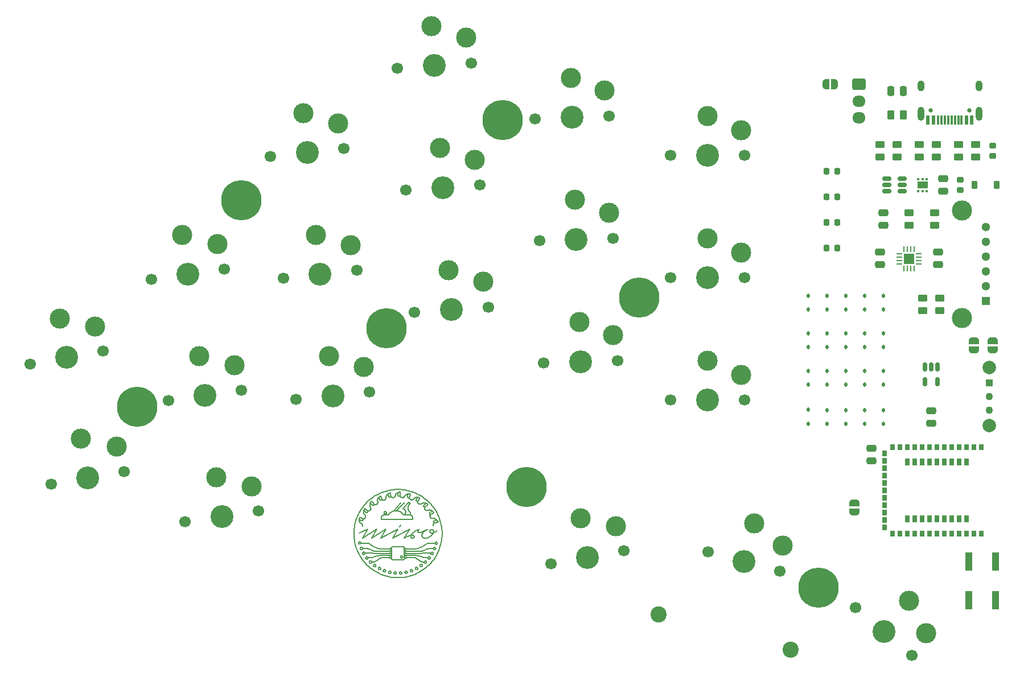
<source format=gbr>
%TF.GenerationSoftware,KiCad,Pcbnew,7.0.7*%
%TF.CreationDate,2023-12-03T19:36:59+01:00*%
%TF.ProjectId,nightliner,6e696768-746c-4696-9e65-722e6b696361,rev?*%
%TF.SameCoordinates,Original*%
%TF.FileFunction,Soldermask,Top*%
%TF.FilePolarity,Negative*%
%FSLAX46Y46*%
G04 Gerber Fmt 4.6, Leading zero omitted, Abs format (unit mm)*
G04 Created by KiCad (PCBNEW 7.0.7) date 2023-12-03 19:36:59*
%MOMM*%
%LPD*%
G01*
G04 APERTURE LIST*
G04 Aperture macros list*
%AMRoundRect*
0 Rectangle with rounded corners*
0 $1 Rounding radius*
0 $2 $3 $4 $5 $6 $7 $8 $9 X,Y pos of 4 corners*
0 Add a 4 corners polygon primitive as box body*
4,1,4,$2,$3,$4,$5,$6,$7,$8,$9,$2,$3,0*
0 Add four circle primitives for the rounded corners*
1,1,$1+$1,$2,$3*
1,1,$1+$1,$4,$5*
1,1,$1+$1,$6,$7*
1,1,$1+$1,$8,$9*
0 Add four rect primitives between the rounded corners*
20,1,$1+$1,$2,$3,$4,$5,0*
20,1,$1+$1,$4,$5,$6,$7,0*
20,1,$1+$1,$6,$7,$8,$9,0*
20,1,$1+$1,$8,$9,$2,$3,0*%
%AMFreePoly0*
4,1,19,0.500000,-0.750000,0.000000,-0.750000,0.000000,-0.744911,-0.071157,-0.744911,-0.207708,-0.704816,-0.327430,-0.627875,-0.420627,-0.520320,-0.479746,-0.390866,-0.500000,-0.250000,-0.500000,0.250000,-0.479746,0.390866,-0.420627,0.520320,-0.327430,0.627875,-0.207708,0.704816,-0.071157,0.744911,0.000000,0.744911,0.000000,0.750000,0.500000,0.750000,0.500000,-0.750000,0.500000,-0.750000,
$1*%
%AMFreePoly1*
4,1,19,0.000000,0.744911,0.071157,0.744911,0.207708,0.704816,0.327430,0.627875,0.420627,0.520320,0.479746,0.390866,0.500000,0.250000,0.500000,-0.250000,0.479746,-0.390866,0.420627,-0.520320,0.327430,-0.627875,0.207708,-0.704816,0.071157,-0.744911,0.000000,-0.744911,0.000000,-0.750000,-0.500000,-0.750000,-0.500000,0.750000,0.000000,0.750000,0.000000,0.744911,0.000000,0.744911,
$1*%
G04 Aperture macros list end*
%ADD10C,0.138297*%
%ADD11FreePoly0,0.000000*%
%ADD12FreePoly1,0.000000*%
%ADD13RoundRect,0.112500X0.112500X-0.187500X0.112500X0.187500X-0.112500X0.187500X-0.112500X-0.187500X0*%
%ADD14RoundRect,0.250000X-0.450000X0.262500X-0.450000X-0.262500X0.450000X-0.262500X0.450000X0.262500X0*%
%ADD15RoundRect,0.218750X-0.218750X-0.256250X0.218750X-0.256250X0.218750X0.256250X-0.218750X0.256250X0*%
%ADD16C,0.650000*%
%ADD17R,0.600000X1.450000*%
%ADD18R,0.300000X1.450000*%
%ADD19O,1.000000X2.100000*%
%ADD20O,1.000000X1.600000*%
%ADD21C,1.700000*%
%ADD22C,3.000000*%
%ADD23C,3.400000*%
%ADD24C,6.000000*%
%ADD25RoundRect,0.250000X0.475000X-0.250000X0.475000X0.250000X-0.475000X0.250000X-0.475000X-0.250000X0*%
%ADD26RoundRect,0.250000X-0.250000X-0.475000X0.250000X-0.475000X0.250000X0.475000X-0.250000X0.475000X0*%
%ADD27R,0.700000X0.900000*%
%ADD28R,0.700000X1.000000*%
%ADD29RoundRect,0.093750X-0.106250X0.093750X-0.106250X-0.093750X0.106250X-0.093750X0.106250X0.093750X0*%
%ADD30R,1.600000X1.000000*%
%ADD31R,1.000000X2.800000*%
%ADD32RoundRect,0.225000X-0.250000X0.225000X-0.250000X-0.225000X0.250000X-0.225000X0.250000X0.225000X0*%
%ADD33FreePoly0,270.000000*%
%ADD34FreePoly1,270.000000*%
%ADD35RoundRect,0.250000X0.450000X-0.262500X0.450000X0.262500X-0.450000X0.262500X-0.450000X-0.262500X0*%
%ADD36R,1.300000X1.300000*%
%ADD37C,1.300000*%
%ADD38RoundRect,0.250000X-0.262500X-0.450000X0.262500X-0.450000X0.262500X0.450000X-0.262500X0.450000X0*%
%ADD39RoundRect,0.225000X0.225000X0.375000X-0.225000X0.375000X-0.225000X-0.375000X0.225000X-0.375000X0*%
%ADD40RoundRect,0.150000X-0.150000X0.512500X-0.150000X-0.512500X0.150000X-0.512500X0.150000X0.512500X0*%
%ADD41RoundRect,0.150000X-0.512500X-0.150000X0.512500X-0.150000X0.512500X0.150000X-0.512500X0.150000X0*%
%ADD42RoundRect,0.250000X-0.475000X0.250000X-0.475000X-0.250000X0.475000X-0.250000X0.475000X0.250000X0*%
%ADD43RoundRect,0.218750X-0.256250X0.218750X-0.256250X-0.218750X0.256250X-0.218750X0.256250X0.218750X0*%
%ADD44FreePoly0,90.000000*%
%ADD45FreePoly1,90.000000*%
%ADD46RoundRect,0.062500X-0.375000X-0.062500X0.375000X-0.062500X0.375000X0.062500X-0.375000X0.062500X0*%
%ADD47RoundRect,0.062500X-0.062500X-0.375000X0.062500X-0.375000X0.062500X0.375000X-0.062500X0.375000X0*%
%ADD48R,1.600000X1.600000*%
%ADD49RoundRect,0.250000X-0.725000X0.600000X-0.725000X-0.600000X0.725000X-0.600000X0.725000X0.600000X0*%
%ADD50O,1.950000X1.700000*%
%ADD51C,2.400000*%
%ADD52C,2.000000*%
%ADD53R,1.100000X1.100000*%
%ADD54C,1.100000*%
G04 APERTURE END LIST*
D10*
X77504244Y-109611993D02*
X77496369Y-109608829D01*
X78255908Y-110984496D02*
X78250063Y-110978162D01*
X83704108Y-110690119D02*
X83705162Y-110698409D01*
X84894105Y-112636218D02*
X84900445Y-112630626D01*
X78993250Y-102804493D02*
X78955533Y-102753283D01*
X86591377Y-112110578D02*
X86585804Y-112117014D01*
X83951388Y-109314341D02*
X83953029Y-109320149D01*
X88306052Y-109346489D02*
X88306051Y-109346489D01*
X78212562Y-110908373D02*
X78210452Y-110899838D01*
X77749197Y-110196709D02*
X77748739Y-110187996D01*
X80201771Y-112599857D02*
X80193632Y-112597264D01*
X83402836Y-113279793D02*
X83393930Y-113278911D01*
X81720893Y-112827013D02*
X81728797Y-112824080D01*
X88329014Y-105396098D02*
X88337089Y-105389156D01*
X87477797Y-110950083D02*
X87473689Y-110942314D01*
X82443981Y-113017471D02*
X82448474Y-113009993D01*
X78092278Y-103564575D02*
X78109254Y-103573842D01*
X79929566Y-102808478D02*
X79937778Y-102800047D01*
X87198106Y-103807031D02*
X87208424Y-103811473D01*
X83921152Y-109264275D02*
X83925195Y-109268513D01*
X78064020Y-104441083D02*
X78040326Y-104411135D01*
X81109632Y-103959254D02*
X81119379Y-103959503D01*
X86880156Y-102684622D02*
X86908001Y-102686169D01*
X83283330Y-112988705D02*
X83289069Y-112982478D01*
X86626905Y-111958447D02*
X86628715Y-111967049D01*
X81276180Y-104242061D02*
X81271620Y-104250081D01*
X82294826Y-101900024D02*
X82305881Y-101898890D01*
X86591425Y-107388161D02*
X86582424Y-107443538D01*
X88666352Y-108498964D02*
X88674661Y-108497476D01*
X79885313Y-109399149D02*
X79729592Y-109333618D01*
X87175080Y-111322779D02*
X87182229Y-111327400D01*
X88866758Y-108611778D02*
X88869415Y-108619780D01*
X86161969Y-102121749D02*
X86139502Y-102161432D01*
X78543108Y-103895387D02*
X78550399Y-103899380D01*
X80038034Y-110549061D02*
X79923393Y-110571267D01*
X80601692Y-102062917D02*
X80613827Y-102092549D01*
X84930244Y-107581403D02*
X84938773Y-107561392D01*
X88522047Y-105311447D02*
X88593002Y-105292190D01*
X87997215Y-110035768D02*
X88004709Y-110031415D01*
X87168626Y-103790685D02*
X87178235Y-103796630D01*
X78475260Y-110713163D02*
X78482335Y-110717818D01*
X83034232Y-101615380D02*
X83030382Y-101605450D01*
X77523563Y-109276738D02*
X77532305Y-109274824D01*
X89565772Y-107584976D02*
X89573839Y-107259486D01*
X85172350Y-112840163D02*
X85168549Y-112847733D01*
X77482882Y-109292305D02*
X77490582Y-109288434D01*
X84817173Y-101507664D02*
X84805054Y-101551626D01*
X83859360Y-109231040D02*
X83865280Y-109232399D01*
X78109254Y-103573842D02*
X78126295Y-103583551D01*
X88408373Y-109620950D02*
X88400067Y-109618806D01*
X87880254Y-106671054D02*
X87856770Y-106683974D01*
X84296314Y-109534434D02*
X85437117Y-109534433D01*
X82561641Y-101724912D02*
X82568401Y-101709610D01*
X88799310Y-108525245D02*
X88806550Y-108530360D01*
X77473870Y-109597159D02*
X77466787Y-109592578D01*
X80241943Y-112255713D02*
X80250371Y-112255474D01*
X82611769Y-113279456D02*
X82603209Y-113279980D01*
X84152297Y-113150176D02*
X84144641Y-113146388D01*
X87806816Y-110860395D02*
X87806792Y-110868837D01*
X81198844Y-102094128D02*
X81204194Y-102082719D01*
X78351628Y-111035235D02*
X78343343Y-111033563D01*
X85012972Y-112589536D02*
X85021834Y-112589728D01*
X82448558Y-113198756D02*
X82444201Y-113191533D01*
X86586241Y-111880857D02*
X86591861Y-111887392D01*
X84060415Y-112932684D02*
X84063461Y-112924622D01*
X84428540Y-101338699D02*
X84459083Y-101333097D01*
X81975243Y-101788307D02*
X81980814Y-101795739D01*
X84839655Y-104416472D02*
X84828204Y-104435710D01*
X81293079Y-104102910D02*
X81295195Y-104112175D01*
X87819789Y-109450668D02*
X88289876Y-109450668D01*
X77648652Y-105826540D02*
X77623303Y-105803368D01*
X83700803Y-110756728D02*
X83698572Y-110764587D01*
X79073850Y-111370083D02*
X79078835Y-111377630D01*
X80368711Y-112300605D02*
X80375279Y-112306825D01*
X87820817Y-107082062D02*
X87831538Y-107091538D01*
X77602535Y-109275490D02*
X77610876Y-109277495D01*
X80559760Y-102250161D02*
X80540526Y-102259374D01*
X81793549Y-113165798D02*
X81785040Y-113165963D01*
X86296527Y-112072822D02*
X86292929Y-112064523D01*
X84555724Y-101321670D02*
X84624365Y-101317488D01*
X83362249Y-101285282D02*
X83359791Y-101334534D01*
X77867369Y-110017110D02*
X77875996Y-110014397D01*
X84280917Y-113157818D02*
X84272661Y-113160292D01*
X88007224Y-104974759D02*
X88021209Y-104978204D01*
X80120823Y-112549067D02*
X80115036Y-112542352D01*
X81167504Y-112714457D02*
X81169701Y-112722601D01*
X83337290Y-101701600D02*
X83340882Y-101710166D01*
X79977265Y-102745006D02*
X79982170Y-102734807D01*
X84401903Y-112996893D02*
X84401358Y-113005922D01*
X84368484Y-113094025D02*
X84363346Y-113100741D01*
X83347339Y-101473400D02*
X83339141Y-101542262D01*
X88272817Y-109460494D02*
X88272499Y-109452059D01*
X77075296Y-110064153D02*
X76945584Y-109771403D01*
X83009885Y-100695534D02*
X82684397Y-100703602D01*
X85071788Y-107929378D02*
X85059349Y-107925928D01*
X77474748Y-108696803D02*
X77471230Y-108704586D01*
X84168224Y-113156645D02*
X84160161Y-113153599D01*
X88317068Y-106771749D02*
X88306056Y-106754731D01*
X85734231Y-110520926D02*
X85870600Y-110531942D01*
X78191454Y-104801443D02*
X78198429Y-104778727D01*
X88019896Y-106634060D02*
X87989424Y-106637512D01*
X84841025Y-112730837D02*
X84842919Y-112722427D01*
X77321889Y-108803890D02*
X77312847Y-108804118D01*
X78453580Y-111022691D02*
X78445227Y-111026161D01*
X83255931Y-101686360D02*
X83234969Y-101687418D01*
X81949205Y-112925106D02*
X81952138Y-112933011D01*
X83944849Y-111053396D02*
X83942158Y-111058667D01*
X78093994Y-110229463D02*
X78091565Y-110237575D01*
X83342700Y-113264493D02*
X83334902Y-113260713D01*
X78316973Y-104107497D02*
X78305968Y-104104172D01*
X78030797Y-110043433D02*
X78037405Y-110048705D01*
X88531079Y-108714406D02*
X88529197Y-108706186D01*
X85837058Y-112273817D02*
X85844580Y-112277634D01*
X78047525Y-110308732D02*
X78041312Y-110314552D01*
X87928432Y-110114377D02*
X87932116Y-110106585D01*
X78833918Y-102909124D02*
X78840248Y-102880607D01*
X80427663Y-102288971D02*
X80419417Y-102288923D01*
X87738520Y-104128888D02*
X87747997Y-104119777D01*
X77251150Y-105248907D02*
X77249487Y-105217234D01*
X83380026Y-110673954D02*
X83382256Y-110666096D01*
X83518022Y-112961779D02*
X83524808Y-112966914D01*
X80193632Y-112597264D02*
X80185596Y-112594264D01*
X78595796Y-103908254D02*
X78606360Y-103907981D01*
X79396740Y-111924797D02*
X79400441Y-111917100D01*
X77145037Y-108576158D02*
X77147800Y-108567994D01*
X81913924Y-113110741D02*
X81907862Y-113116867D01*
X78327086Y-111029045D02*
X78319146Y-111026212D01*
X87932043Y-106650496D02*
X87905386Y-106659868D01*
X84954172Y-112930738D02*
X84946231Y-112927671D01*
X77550210Y-109272307D02*
X77559142Y-109271737D01*
X80927612Y-104500038D02*
X81546663Y-104500037D01*
X87464020Y-110809907D02*
X87466825Y-110801917D01*
X77188602Y-108752654D02*
X77182785Y-108746552D01*
X82671770Y-101425218D02*
X82684378Y-101401308D01*
X78362886Y-108678334D02*
X78292889Y-108671094D01*
X77432388Y-105259049D02*
X77368111Y-105228984D01*
X85593331Y-112483640D02*
X85590920Y-112474922D01*
X80317869Y-112593772D02*
X80309915Y-112596806D01*
X84851947Y-112834766D02*
X84848721Y-112826721D01*
X80005399Y-102050292D02*
X80017560Y-102023373D01*
X84264246Y-113162368D02*
X84255682Y-113164030D01*
X86793845Y-107874515D02*
X86815819Y-107885300D01*
X79966710Y-102366501D02*
X79962571Y-102334034D01*
X85901958Y-112326883D02*
X85906939Y-112333864D01*
X85693429Y-112270361D02*
X85701692Y-112267150D01*
X85923465Y-112500358D02*
X85920009Y-112508060D01*
X79636963Y-111840698D02*
X79644503Y-111844789D01*
X86907475Y-111477281D02*
X86907461Y-111468791D01*
X77477895Y-108688824D02*
X77474748Y-108696803D01*
X85521802Y-113323789D02*
X85814552Y-113194077D01*
X83380023Y-110756727D02*
X83378175Y-110748717D01*
X88300922Y-109353937D02*
X88306052Y-109346489D01*
X81102071Y-112906743D02*
X81095001Y-112911598D01*
X85039261Y-112591425D02*
X85047799Y-112592906D01*
X87731205Y-110719749D02*
X87738204Y-110724863D01*
X85655882Y-112291867D02*
X85662865Y-112286886D01*
X85223077Y-101079900D02*
X85521802Y-101195184D01*
X78902030Y-111297196D02*
X78910497Y-111296057D01*
X81133897Y-112877005D02*
X81128055Y-112883671D01*
X86601688Y-107648618D02*
X86608660Y-107668525D01*
X86301644Y-107113955D02*
X86328510Y-107104891D01*
X85126309Y-112899894D02*
X85119698Y-112905183D01*
X80920467Y-104140917D02*
X80921198Y-104131191D01*
X78237758Y-110761951D02*
X78242759Y-110755095D01*
X88536007Y-108730527D02*
X88533352Y-108722525D01*
X88944476Y-110064153D02*
X89074189Y-109771403D01*
X77850833Y-110023719D02*
X77858977Y-110020222D01*
X77740305Y-105991329D02*
X77738772Y-105980112D01*
X84892000Y-104510381D02*
X84926238Y-104518142D01*
X86427659Y-112172162D02*
X86419337Y-112170594D01*
X86614106Y-112075036D02*
X86610264Y-112082546D01*
X83321734Y-112955924D02*
X83328973Y-112951592D01*
X79386608Y-112040611D02*
X79384712Y-112032313D01*
X79073620Y-111571798D02*
X79068522Y-111578694D01*
X85935050Y-112459608D02*
X85933519Y-112468012D01*
X88847290Y-108769080D02*
X88842175Y-108776318D01*
X79346203Y-102716305D02*
X79369805Y-102748724D01*
X88064262Y-103851506D02*
X88090589Y-103869193D01*
X77219209Y-110350391D02*
X77075296Y-110064153D01*
X83559431Y-113003744D02*
X83564100Y-113010764D01*
X85866941Y-112572960D02*
X85859960Y-112577942D01*
X77740595Y-105331769D02*
X77734262Y-105335522D01*
X77730742Y-105947087D02*
X77726843Y-105936224D01*
X85924891Y-102499577D02*
X85922431Y-102507789D01*
X77400144Y-109506362D02*
X77397409Y-109498009D01*
X80348223Y-112577688D02*
X80340884Y-112582299D01*
X83581802Y-110875731D02*
X83573789Y-110877581D01*
X80738773Y-104533547D02*
X80770843Y-104522456D01*
X77901681Y-103997835D02*
X77903925Y-103967978D01*
X88262177Y-110216115D02*
X88260512Y-110224420D01*
X78945751Y-103681833D02*
X78951179Y-103671610D01*
X87989897Y-110040520D02*
X87997215Y-110035768D01*
X77754865Y-110137140D02*
X77757294Y-110129028D01*
X80789992Y-102248650D02*
X80816569Y-102252105D01*
X85602951Y-112508419D02*
X85599359Y-112500396D01*
X82132034Y-111110507D02*
X82126762Y-111107814D01*
X88685762Y-108846211D02*
X88677242Y-108845244D01*
X79553521Y-102936702D02*
X79564367Y-102938506D01*
X88590541Y-108534757D02*
X88597303Y-108529535D01*
X77403959Y-108778680D02*
X77396601Y-108782912D01*
X85994458Y-106951936D02*
X85994648Y-106972038D01*
X77878267Y-110352866D02*
X77870156Y-110350437D01*
X82945208Y-101170497D02*
X82973467Y-101157622D01*
X85213280Y-102180002D02*
X85226177Y-102170552D01*
X84066884Y-112916758D02*
X84070672Y-112909103D01*
X78923723Y-111646362D02*
X78915283Y-111645859D01*
X80729512Y-102233850D02*
X80740727Y-102237521D01*
X82062909Y-109801407D02*
X82062908Y-109922521D01*
X86823965Y-103163886D02*
X86821259Y-103156099D01*
X81881126Y-113137982D02*
X81873891Y-113142386D01*
X84296313Y-110517026D02*
X85584713Y-110517026D01*
X80332379Y-112275333D02*
X80340008Y-112279563D01*
X86658581Y-107760503D02*
X86671668Y-107777186D01*
X88806550Y-108530360D02*
X88813465Y-108535788D01*
X88285833Y-103354334D02*
X88471019Y-103617803D01*
X87745919Y-106828100D02*
X87743381Y-106840193D01*
X79662772Y-112137398D02*
X79655500Y-112142615D01*
X81011416Y-103986981D02*
X81019348Y-103982370D01*
X87954773Y-110298832D02*
X87949224Y-110291921D01*
X77734013Y-105958011D02*
X77730742Y-105947087D01*
X77753080Y-105322439D02*
X77746871Y-105327398D01*
X77532305Y-109274824D02*
X77541227Y-109273339D01*
X81923901Y-112881255D02*
X81929010Y-112888064D01*
X77885374Y-105087536D02*
X77894646Y-105087009D01*
X84387244Y-112920158D02*
X84390489Y-112928058D01*
X81146261Y-112668386D02*
X81150747Y-112675656D01*
X84223388Y-112815071D02*
X84232431Y-112815158D01*
X87781849Y-106751400D02*
X87774883Y-106761435D01*
X81737068Y-110128938D02*
X82062909Y-110128939D01*
X82444201Y-113191533D02*
X82440195Y-113184114D01*
X79298174Y-109101521D02*
X79029661Y-108942563D01*
X81609139Y-101648159D02*
X81601334Y-101613909D01*
X83604875Y-110867932D02*
X83597354Y-110870897D01*
X87973731Y-110318082D02*
X87967067Y-110311966D01*
X84282704Y-109801408D02*
X84282704Y-109922521D01*
X83112224Y-101672431D02*
X83094794Y-101666353D01*
X87792258Y-110934424D02*
X87788679Y-110942146D01*
X83529616Y-113238140D02*
X83523070Y-113243461D01*
X85181541Y-112816356D02*
X85178855Y-112824464D01*
X84878743Y-112878193D02*
X84873453Y-112871580D01*
X79659040Y-111854133D02*
X79666006Y-111859384D01*
X80989149Y-104298555D02*
X80982276Y-104292537D01*
X79152791Y-102491528D02*
X79166954Y-102505094D01*
X79982170Y-102734807D02*
X79986589Y-102724232D01*
X83454874Y-112933281D02*
X83463544Y-112935499D01*
X88285833Y-111164641D02*
X88471018Y-110901172D01*
X79844116Y-111273030D02*
X79767826Y-111325712D01*
X87806367Y-110877260D02*
X87805538Y-110885652D01*
X88768627Y-108833490D02*
X88760759Y-108836527D01*
X87316645Y-103044943D02*
X87301326Y-103061262D01*
X79387990Y-111948694D02*
X79390514Y-111940611D01*
X82524583Y-112944139D02*
X82532355Y-112940857D01*
X83491170Y-110557184D02*
X83499026Y-110554952D01*
X79448828Y-102856282D02*
X79459353Y-102869049D01*
X82667857Y-112943647D02*
X82675874Y-112947428D01*
X83658349Y-101892315D02*
X83684343Y-101894125D01*
X78346181Y-104111012D02*
X78337125Y-104110978D01*
X79410088Y-102805171D02*
X79429074Y-102830955D01*
X87457964Y-110834483D02*
X87459588Y-110826205D01*
X88101864Y-104988644D02*
X88120328Y-104989319D01*
X81683851Y-112847209D02*
X81690881Y-112842451D01*
X83483474Y-110559788D02*
X83491170Y-110557184D01*
X81737067Y-109594989D02*
X81737067Y-109473876D01*
X84195368Y-101434336D02*
X84216368Y-101421037D01*
X85132649Y-112894301D02*
X85126309Y-112899894D01*
X85381007Y-107845203D02*
X85371374Y-107854864D01*
X85434930Y-107743813D02*
X85432171Y-107755446D01*
X81795504Y-112814719D02*
X81804056Y-112815388D01*
X88539044Y-108738396D02*
X88536007Y-108730527D01*
X81871055Y-112836458D02*
X81878776Y-112840980D01*
X88092192Y-110361255D02*
X88083761Y-110361200D01*
X87739894Y-106890715D02*
X87741521Y-106916516D01*
X81959359Y-101746960D02*
X81964170Y-101765130D01*
X81215533Y-103991964D02*
X81222959Y-103997303D01*
X78759826Y-111515354D02*
X78757842Y-111506969D01*
X86553161Y-112145040D02*
X86545717Y-112149713D01*
X77807547Y-110052051D02*
X77814057Y-110046524D01*
X85937183Y-102612754D02*
X85947205Y-102636610D01*
X82361119Y-113791320D02*
X82040588Y-113751504D01*
X88542199Y-108596753D02*
X88546241Y-108588661D01*
X79138585Y-102478402D02*
X79152791Y-102491528D01*
X87882969Y-104902023D02*
X87890835Y-104910113D01*
X81713133Y-112830323D02*
X81720893Y-112827013D01*
X80438989Y-101712651D02*
X80449312Y-101729756D01*
X82587927Y-101658151D02*
X82600423Y-101618931D01*
X87149912Y-103777341D02*
X87159194Y-103784253D01*
X82704964Y-113242801D02*
X82698176Y-113247839D01*
X82556537Y-112933273D02*
X82564843Y-112931523D01*
X87810822Y-107072136D02*
X87820817Y-107082062D01*
X80396693Y-102285934D02*
X80389889Y-102283936D01*
X86009079Y-107041592D02*
X86015911Y-107056194D01*
X81290526Y-104093821D02*
X81293079Y-104102910D01*
X87724004Y-110715017D02*
X87731205Y-110719749D01*
X79985289Y-102100869D02*
X79994646Y-102076023D01*
X83135710Y-103928325D02*
X83190363Y-103950221D01*
X81673396Y-101792077D02*
X81666721Y-101785959D01*
X87946250Y-104368941D02*
X87917890Y-104383810D01*
X87258408Y-111459341D02*
X87258835Y-111467842D01*
X84978954Y-112937613D02*
X84970546Y-112935719D01*
X83947291Y-109303106D02*
X83949473Y-109308657D01*
X88812225Y-108807549D02*
X88805464Y-108812770D01*
X86858767Y-103035871D02*
X86878451Y-103011598D01*
X81804056Y-112815388D02*
X81812604Y-112816484D01*
X87778235Y-109451847D02*
X87819789Y-109450668D01*
X80299149Y-110520925D02*
X80162778Y-110531943D01*
X84300302Y-112831344D02*
X84307957Y-112835132D01*
X84902628Y-107759503D02*
X84900601Y-107746194D01*
X83254950Y-113175974D02*
X83251687Y-113168160D01*
X85183313Y-112720492D02*
X85185344Y-112729120D01*
X77962353Y-110011699D02*
X77970590Y-110013736D01*
X83523070Y-113243461D02*
X83516280Y-113248459D01*
X80250371Y-112255474D02*
X80258803Y-112255636D01*
X86951782Y-111589299D02*
X86946119Y-111582577D01*
X81256956Y-101710437D02*
X81262443Y-101682383D01*
X78915283Y-111645859D02*
X78906889Y-111644952D01*
X87806434Y-110851950D02*
X87806816Y-110860395D01*
X88346725Y-106988098D02*
X88351254Y-106963168D01*
X87232940Y-111564488D02*
X87228317Y-111571636D01*
X78172321Y-104848554D02*
X78182703Y-104824654D01*
X79533209Y-112171266D02*
X79524880Y-112169931D01*
X88274657Y-109477255D02*
X88273537Y-109468899D01*
X81877228Y-101292718D02*
X81887939Y-101333982D01*
X84272661Y-113160292D02*
X84264246Y-113162368D01*
X77748718Y-110179330D02*
X77749123Y-110170720D01*
X87236589Y-102786228D02*
X87301220Y-102818154D01*
X83657512Y-110832442D02*
X83651762Y-110837924D01*
X87135453Y-108869423D02*
X87266928Y-108803895D01*
X87239648Y-111392652D02*
X87243521Y-111400720D01*
X79538505Y-111822397D02*
X79546930Y-111821724D01*
X80899277Y-102254193D02*
X80926499Y-102252177D01*
X85117278Y-112623559D02*
X85123955Y-112628707D01*
X84876073Y-104252450D02*
X84876695Y-104269174D01*
X85708585Y-102350237D02*
X85704625Y-102343348D01*
X82458453Y-112995883D02*
X82463911Y-112989267D01*
X83249099Y-113048013D02*
X83252122Y-113039761D01*
X81276251Y-101631360D02*
X81284739Y-101607809D01*
X84147724Y-103964408D02*
X84140801Y-103935102D01*
X87744984Y-110730353D02*
X87751530Y-110736220D01*
X83693004Y-110779801D02*
X83689687Y-110787136D01*
X83276565Y-113212099D02*
X83271565Y-113205310D01*
X77911847Y-110358609D02*
X77903312Y-110357783D01*
X78786029Y-111369685D02*
X78791127Y-111362787D01*
X80948505Y-112932702D02*
X80940269Y-112930002D01*
X79251717Y-103070231D02*
X79242943Y-103067993D01*
X77689380Y-109572139D02*
X77683242Y-109577948D01*
X88111311Y-110011257D02*
X88119669Y-110012517D01*
X85701692Y-112267150D02*
X85710187Y-112264333D01*
X82427826Y-113152751D02*
X82425682Y-113144560D01*
X77467350Y-108544654D02*
X77471230Y-108552231D01*
X81228644Y-101999876D02*
X81231471Y-101983388D01*
X83581896Y-113161040D02*
X83578873Y-113169292D01*
X87956613Y-110070176D02*
X87962730Y-110063513D01*
X88281729Y-109393403D02*
X88284715Y-109385266D01*
X77894646Y-105087009D02*
X77904260Y-105085679D01*
X87914811Y-110163384D02*
X87916072Y-110155028D01*
X86365969Y-111847686D02*
X86373705Y-111843358D01*
X77793769Y-105273970D02*
X77782751Y-105289956D01*
X85162931Y-112672944D02*
X85167243Y-112680317D01*
X78343343Y-111033563D02*
X78335158Y-111031497D01*
X79911781Y-102824970D02*
X79920898Y-102816776D01*
X88847868Y-108574055D02*
X88852378Y-108581246D01*
X80154055Y-112284678D02*
X80161395Y-112280067D01*
X88209074Y-110313974D02*
X88202389Y-110319922D01*
X77229094Y-108473906D02*
X77236670Y-108470025D01*
X77410646Y-109530136D02*
X77406775Y-109522435D01*
X83942158Y-111058667D02*
X83939223Y-111063784D01*
X85995346Y-110549061D02*
X86109986Y-110571268D01*
X83096711Y-101112443D02*
X83129964Y-101102217D01*
X82542456Y-113271454D02*
X82533927Y-113268442D01*
X86937434Y-102688649D02*
X86966421Y-102692263D01*
X86408507Y-110658222D02*
X86497953Y-110690599D01*
X85035650Y-107917283D02*
X85024469Y-107912085D01*
X83410516Y-112928854D02*
X83419304Y-112928834D01*
X78023603Y-103530836D02*
X78058238Y-103547140D01*
X80998995Y-112940091D02*
X80990531Y-112939893D01*
X79381193Y-111998694D02*
X79381327Y-111990260D01*
X81064881Y-112927284D02*
X81056967Y-112930255D01*
X81164917Y-112706420D02*
X81167504Y-112714457D01*
X79516796Y-111442703D02*
X79470504Y-111453785D01*
X83472009Y-112938127D02*
X83480263Y-112941151D01*
X83417830Y-110603993D02*
X83423316Y-110598244D01*
X84133205Y-112841719D02*
X84140487Y-112837401D01*
X78781805Y-110864168D02*
X78557464Y-110864169D01*
X77430586Y-109334983D02*
X77436130Y-109328627D01*
X87669170Y-110692689D02*
X87677367Y-110694708D01*
X86963952Y-111601717D02*
X86957734Y-111595682D01*
X77496369Y-109608829D02*
X77488673Y-109605295D01*
X78445227Y-111026161D02*
X78436801Y-111029170D01*
X83293140Y-103999511D02*
X83387172Y-104054536D01*
X84832898Y-102153814D02*
X84854665Y-102169093D01*
X77937011Y-110007994D02*
X77945547Y-110008819D01*
X84992726Y-107892231D02*
X84982270Y-107884249D01*
X81569630Y-101293609D02*
X81598386Y-101275511D01*
X77441977Y-109322537D02*
X77448117Y-109316728D01*
X88109017Y-110360155D02*
X88100616Y-110360905D01*
X86189368Y-102877143D02*
X86200082Y-102881084D01*
X84512320Y-103636781D02*
X84521750Y-103664566D01*
X88487049Y-105013605D02*
X88509970Y-105022384D01*
X79999259Y-102677596D02*
X80001157Y-102664703D01*
X80931714Y-104084922D02*
X80935106Y-104076226D01*
X86948310Y-111359833D02*
X86954000Y-111353360D01*
X78768351Y-111540086D02*
X78765077Y-111531929D01*
X84375341Y-112897664D02*
X84379659Y-112904950D01*
X88221637Y-110300966D02*
X88215518Y-110307629D01*
X79959739Y-102303679D02*
X79958225Y-102275135D01*
X78576022Y-103906825D02*
X78585669Y-103907875D01*
X87550044Y-103774042D02*
X87584256Y-103765345D01*
X88450492Y-109625473D02*
X88442043Y-109625388D01*
X81759402Y-113163947D02*
X81750869Y-113162421D01*
X80099521Y-112342315D02*
X80104162Y-112334850D01*
X83064412Y-101122995D02*
X83096711Y-101112443D01*
X86390020Y-111835784D02*
X86398489Y-111832611D01*
X88603456Y-108817059D02*
X88596216Y-108811944D01*
X88876840Y-108661254D02*
X88877121Y-108669736D01*
X78959220Y-102620480D02*
X78997086Y-102559143D01*
X84083428Y-103801182D02*
X84068395Y-103777025D01*
X87106470Y-106734464D02*
X87209128Y-106698378D01*
X86754762Y-102694059D02*
X86778949Y-102689576D01*
X88874081Y-108703799D02*
X88872257Y-108712274D01*
X81298063Y-104170354D02*
X81296860Y-104179940D01*
X77789833Y-110070323D02*
X77795426Y-110063965D01*
X77269238Y-105368362D02*
X77262795Y-105339557D01*
X85323730Y-107522264D02*
X85333947Y-107528289D01*
X86484028Y-111825241D02*
X86492350Y-111826807D01*
X84679285Y-101931865D02*
X84678900Y-101940429D01*
X87770514Y-110971304D02*
X87765023Y-110978085D01*
X77545878Y-109621971D02*
X77537292Y-109620788D01*
X88611475Y-108520157D02*
X88618858Y-108516007D01*
X86842169Y-103059116D02*
X86858767Y-103035871D01*
X81660277Y-104349059D02*
X81710044Y-104294065D01*
X83367451Y-113273553D02*
X83358986Y-113270927D01*
X77722301Y-105925399D02*
X77717088Y-105914593D01*
X83695969Y-110772281D02*
X83693004Y-110779801D01*
X81786965Y-112814468D02*
X81795504Y-112814719D01*
X81003731Y-104309582D02*
X80996303Y-104304242D01*
X88255973Y-110240795D02*
X88253099Y-110248840D01*
X78234329Y-110957261D02*
X78229731Y-110949684D01*
X86565954Y-102772022D02*
X86597016Y-102755252D01*
X87743381Y-106840193D02*
X87741535Y-106852541D01*
X83537547Y-112978098D02*
X83543481Y-112984119D01*
X87208424Y-103811473D02*
X87219040Y-103815398D01*
X87003127Y-107934978D02*
X87034825Y-107938043D01*
X84971155Y-107497037D02*
X84984301Y-107474092D01*
X78207218Y-104711558D02*
X78206722Y-104700251D01*
X77348258Y-108800548D02*
X77339605Y-108802094D01*
X83658652Y-113791319D02*
X83979182Y-113751504D01*
X83463016Y-113273732D02*
X83454739Y-113275845D01*
X85926551Y-112492487D02*
X85923465Y-112500358D01*
X83441331Y-110848046D02*
X83435075Y-110843129D01*
X81097282Y-112618694D02*
X81097282Y-112618695D01*
X87258835Y-111467842D02*
X87258851Y-111476332D01*
X87025161Y-103621826D02*
X87037126Y-103645578D01*
X87131668Y-103762109D02*
X87140746Y-103769958D01*
X88011432Y-103820030D02*
X88037900Y-103835093D01*
X79422302Y-112110103D02*
X79416663Y-112103030D01*
X79388917Y-112048835D02*
X79386608Y-112040611D01*
X81230114Y-104298556D02*
X81222959Y-104304242D01*
X78754105Y-111473105D02*
X78754204Y-111464637D01*
X77277436Y-108800550D02*
X77268935Y-108798588D01*
X80796695Y-113439074D02*
X80497970Y-113323790D01*
X82427170Y-101869959D02*
X82437440Y-101865246D01*
X85821131Y-112597678D02*
X85812635Y-112600495D01*
X86487495Y-112171572D02*
X86478878Y-112172939D01*
X85717522Y-112602588D02*
X85709360Y-112600263D01*
X88152405Y-104258453D02*
X88130696Y-104271185D01*
X88260375Y-104985613D02*
X88295676Y-104985511D01*
X80091980Y-112505736D02*
X80088549Y-112497911D01*
X89501903Y-106290190D02*
X89541718Y-106610721D01*
X84684962Y-101905372D02*
X84680617Y-101923662D01*
X82072481Y-109303105D02*
X82074922Y-109297690D01*
X80895978Y-112621983D02*
X80903047Y-112617129D01*
X77741784Y-106014192D02*
X77741302Y-106002682D01*
X87104874Y-111646969D02*
X87096374Y-111647813D01*
X85620164Y-112327895D02*
X85625341Y-112321227D01*
X77142670Y-108672320D02*
X77140707Y-108663820D01*
X80873407Y-112887271D02*
X80867459Y-112880891D01*
X83588527Y-113073690D02*
X83589832Y-113082209D01*
X86015911Y-107056194D02*
X86023961Y-107069648D01*
X81615144Y-113031236D02*
X81613364Y-113022982D01*
X83700804Y-110673953D02*
X83702653Y-110681966D01*
X86980195Y-111330160D02*
X86987583Y-111325112D01*
X85933519Y-112468012D02*
X85931586Y-112476302D01*
X81648105Y-113099175D02*
X81642997Y-113092367D01*
X78037405Y-110048705D02*
X78043766Y-110054298D01*
X81097282Y-112618695D02*
X81104648Y-112623939D01*
X80969426Y-104279543D02*
X80963475Y-104272594D01*
X87139468Y-110860271D02*
X87251576Y-110864169D01*
X78087508Y-110117849D02*
X78090620Y-110126241D01*
X80045266Y-101971617D02*
X80061352Y-101946367D01*
X79105545Y-111468377D02*
X79105446Y-111476844D01*
X77137138Y-108628409D02*
X77137366Y-108619368D01*
X83287515Y-113224934D02*
X83281883Y-113218645D01*
X88229657Y-104209649D02*
X88211631Y-104221620D01*
X84050609Y-112993672D02*
X84050697Y-112984630D01*
X77739129Y-109475726D02*
X77737530Y-109484194D01*
X78482335Y-110717818D02*
X78489193Y-110722819D01*
X77920458Y-110359012D02*
X77911847Y-110358609D01*
X84778989Y-104494644D02*
X84772732Y-104500038D01*
X81812604Y-112816484D02*
X81821135Y-112818011D01*
X87332811Y-103826297D02*
X87348021Y-103824658D01*
X86210849Y-102884508D02*
X86221697Y-102887404D01*
X87056596Y-102837424D02*
X87104028Y-102795054D01*
X86778949Y-102689576D02*
X86803297Y-102686484D01*
X78194748Y-104641759D02*
X78190328Y-104629498D01*
X85438155Y-107720601D02*
X85436919Y-107732191D01*
X77177261Y-108740176D02*
X77172043Y-108733539D01*
X84854405Y-112690355D02*
X84858205Y-112682788D01*
X77393166Y-109480714D02*
X77391679Y-109471792D01*
X89446549Y-108546031D02*
X89501903Y-108228785D01*
X77846714Y-110340891D02*
X77839244Y-110336980D01*
X87930644Y-103783679D02*
X87957875Y-103794248D01*
X87981357Y-107154608D02*
X88000864Y-107157053D01*
X86229250Y-101976453D02*
X86215099Y-102011981D01*
X77619073Y-109279895D02*
X77627118Y-109282683D01*
X87786786Y-104509658D02*
X87783947Y-104520691D01*
X77541227Y-109273339D02*
X77550210Y-109272307D01*
X80419417Y-102288923D02*
X80411486Y-102288411D01*
X83578873Y-113169292D02*
X83575465Y-113177323D01*
X77782751Y-105289956D02*
X77771203Y-105304359D01*
X87651858Y-111038748D02*
X87643426Y-111039536D01*
X85439561Y-110846360D02*
X85487133Y-110851616D01*
X80920466Y-104160628D02*
X80920221Y-104150773D01*
X81778454Y-112814635D02*
X81786965Y-112814468D01*
X83838523Y-104500037D02*
X84772267Y-104500038D01*
X78885870Y-103764343D02*
X78903419Y-103743199D01*
X83929029Y-109272943D02*
X83932649Y-109277558D01*
X78212789Y-110815217D02*
X78215241Y-110807145D01*
X83929237Y-103617846D02*
X83894399Y-103588071D01*
X83475954Y-110562752D02*
X83483474Y-110559788D01*
X87037678Y-111642284D02*
X87029588Y-111639908D01*
X83947290Y-111047981D02*
X83944849Y-111053396D01*
X77627713Y-105334451D02*
X77597710Y-105325712D01*
X87917736Y-110146726D02*
X87919805Y-110138491D01*
X82735053Y-113212803D02*
X82729594Y-113219421D01*
X87243521Y-111400720D02*
X87246951Y-111408893D01*
X77194703Y-108758472D02*
X77188602Y-108752654D01*
X84401622Y-112978906D02*
X84401988Y-112987848D01*
X82126764Y-109243271D02*
X82132033Y-109240579D01*
X88437588Y-105675016D02*
X88405455Y-105685017D01*
X87159194Y-103784253D02*
X87168626Y-103790685D01*
X80375498Y-112555322D02*
X80369021Y-112561499D01*
X85694161Y-102307163D02*
X85694430Y-102297343D01*
X78961092Y-111297835D02*
X78969351Y-111299535D01*
X86558244Y-109857345D02*
X86599080Y-109851797D01*
X81562140Y-101372788D02*
X81554106Y-101322000D01*
X86500572Y-111828768D02*
X86508682Y-111831118D01*
X79393265Y-109844292D02*
X79310638Y-109824008D01*
X85487133Y-110851616D02*
X85533144Y-110860093D01*
X83507038Y-110553102D02*
X83515195Y-110551644D01*
X84890217Y-112890588D02*
X84884335Y-112884532D01*
X77379718Y-104883036D02*
X77418346Y-104894920D01*
X78098763Y-110161148D02*
X78099663Y-110169893D01*
X77978704Y-110016165D02*
X77986676Y-110018974D01*
X85750344Y-102397788D02*
X85736208Y-102384477D01*
X78316120Y-103716129D02*
X78351599Y-103744730D01*
X78960534Y-103650916D02*
X78964437Y-103640390D01*
X79382796Y-111973466D02*
X79384131Y-111965139D01*
X84589577Y-103794014D02*
X84602319Y-103810815D01*
X87798254Y-110918570D02*
X87795452Y-110926560D01*
X78394052Y-111037524D02*
X78385484Y-111037896D01*
X78977518Y-111301626D02*
X78985581Y-111304107D01*
X77389025Y-108470027D02*
X77396600Y-108473907D01*
X82440195Y-113184114D02*
X82436546Y-113176514D01*
X87789387Y-106741698D02*
X87781849Y-106751400D01*
X84876824Y-112654682D02*
X84882286Y-112648258D01*
X79369805Y-102748724D02*
X79410088Y-102805171D01*
X86470259Y-112173865D02*
X86461655Y-112174361D01*
X88526616Y-108689492D02*
X88525927Y-108681051D01*
X87771322Y-107016863D02*
X87777865Y-107028567D01*
X87842998Y-107100531D02*
X87855210Y-107109013D01*
X77886506Y-110354904D02*
X77878267Y-110352866D01*
X79996851Y-102689970D02*
X79999259Y-102677596D01*
X78974248Y-103535125D02*
X78972309Y-103521744D01*
X84631253Y-103007204D02*
X84613653Y-103035116D01*
X78097675Y-110212873D02*
X78096032Y-110221226D01*
X84828204Y-104435710D02*
X84816597Y-104452522D01*
X78556668Y-110841652D02*
X78557466Y-110850233D01*
X77695230Y-109566051D02*
X77689380Y-109572139D01*
X86690758Y-107165236D02*
X86656105Y-107220982D01*
X81150747Y-112675656D02*
X81154857Y-112683109D01*
X88613323Y-109389638D02*
X88616018Y-109397651D01*
X84709068Y-101825317D02*
X84698905Y-101855784D01*
X81409919Y-113625479D02*
X81100857Y-113539710D01*
X83956863Y-110784000D02*
X84282705Y-110784000D01*
X79873582Y-106632740D02*
X79097965Y-107942467D01*
X80300507Y-112262509D02*
X80308645Y-112265102D01*
X80233537Y-112256356D02*
X80241943Y-112255713D01*
X86722744Y-109824006D02*
X86806030Y-109797698D01*
X87981197Y-104966576D02*
X87993896Y-104970880D01*
X88521792Y-107019169D02*
X88575939Y-106987354D01*
X83397219Y-101778639D02*
X83407037Y-101786860D01*
X88856525Y-108753641D02*
X88852078Y-108761519D01*
X84348911Y-112864899D02*
X84354805Y-112870928D01*
X80302297Y-102186776D02*
X80286139Y-102157481D01*
X79422629Y-111461849D02*
X79373053Y-111466658D01*
X83255531Y-113031730D02*
X83259309Y-113023929D01*
X85630841Y-112314807D02*
X85636652Y-112308646D01*
X87916718Y-104932307D02*
X87926202Y-104938983D01*
X85164129Y-102209813D02*
X85176097Y-102203519D01*
X79029661Y-108942563D02*
X78897928Y-108869423D01*
X86907853Y-111460334D02*
X86908652Y-111451916D01*
X81737066Y-109534433D02*
X80596265Y-109534433D01*
X77924355Y-105080742D02*
X77934766Y-105077208D01*
X88833067Y-105566334D02*
X88792996Y-105580882D01*
X78810897Y-103828666D02*
X78832562Y-103813248D01*
X77486534Y-108601651D02*
X77487651Y-108610442D01*
X79187366Y-110809929D02*
X79095170Y-110832133D01*
X84986041Y-112591686D02*
X84995010Y-112590513D01*
X88279312Y-105843414D02*
X88273064Y-105870275D01*
X86780661Y-107054309D02*
X86732223Y-107109644D01*
X88000864Y-107157053D02*
X88021243Y-107158670D01*
X82062908Y-110905114D02*
X81737067Y-110905114D01*
X88344859Y-105647299D02*
X88336108Y-105628774D01*
X85003650Y-107899922D02*
X84992726Y-107892231D01*
X87188053Y-103802081D02*
X87198106Y-103807031D01*
X81268846Y-101656121D02*
X81276251Y-101631360D01*
X77487651Y-108646375D02*
X77486532Y-108655168D01*
X82554743Y-101739336D02*
X82561641Y-101724912D01*
X88660263Y-108842027D02*
X88651835Y-108839768D01*
X88692959Y-106911549D02*
X88756323Y-106867180D01*
X81962242Y-101761127D02*
X81946961Y-101770198D01*
X80503272Y-105067620D02*
X80503066Y-104968440D01*
X80075592Y-112423518D02*
X80076156Y-112415094D01*
X87415443Y-102393620D02*
X87651301Y-102618071D01*
X84839542Y-112739377D02*
X84841025Y-112730837D01*
X80500622Y-101825521D02*
X80521729Y-101870090D01*
X87806792Y-110868837D02*
X87806367Y-110877260D01*
X83437064Y-112930142D02*
X83446008Y-112931485D01*
X84928434Y-112611393D02*
X84936041Y-112607433D01*
X80209403Y-101773951D02*
X80261072Y-101723684D01*
X77727169Y-109516649D02*
X77723637Y-109524346D01*
X88201275Y-107145859D02*
X88242511Y-107136726D01*
X84363346Y-113100741D02*
X84357902Y-113107193D01*
X87875753Y-111665044D02*
X88087336Y-111419442D01*
X88279650Y-104173994D02*
X88263592Y-104185882D01*
X88718663Y-105163674D02*
X88740232Y-105186014D01*
X77749947Y-110162182D02*
X77751185Y-110153730D01*
X78824521Y-102965769D02*
X78828682Y-102938194D01*
X82616269Y-112929685D02*
X82624977Y-112930889D01*
X77268936Y-108458231D02*
X77277436Y-108456269D01*
X79965998Y-102764403D02*
X79971874Y-102754862D01*
X84052231Y-112966705D02*
X84053654Y-112957957D01*
X81167364Y-112814883D02*
X81164665Y-112823119D01*
X89446549Y-105972942D02*
X89501903Y-106290190D01*
X77596120Y-104965374D02*
X77637499Y-104984471D01*
X77737269Y-106074760D02*
X77740372Y-106049850D01*
X78933454Y-103702169D02*
X78939840Y-103692012D01*
X87470001Y-110934407D02*
X87466734Y-110926378D01*
X83078884Y-103908580D02*
X83135710Y-103928325D01*
X87784478Y-110778393D02*
X87788588Y-110786162D01*
X85110359Y-112618735D02*
X85117278Y-112623559D01*
X81295194Y-104189370D02*
X81293079Y-104198635D01*
X84847033Y-101350355D02*
X84841963Y-101388261D01*
X78255145Y-109451848D02*
X78213591Y-109450669D01*
X88152395Y-110021598D02*
X88160317Y-110024879D01*
X85097436Y-104621968D02*
X85113389Y-104642596D01*
X77909902Y-104140085D02*
X77906406Y-104113769D01*
X87852090Y-104044901D02*
X87883207Y-104026313D01*
X83502023Y-113257461D02*
X83494581Y-113261446D01*
X77396600Y-108473907D02*
X77403958Y-108478137D01*
X77411088Y-108774110D02*
X77403959Y-108778680D01*
X84054724Y-104309679D02*
X84068570Y-104291819D01*
X87160214Y-111314632D02*
X87167737Y-111318521D01*
X84129999Y-113137760D02*
X84123033Y-113132946D01*
X84119340Y-101499016D02*
X84137566Y-101480692D01*
X85859030Y-112286316D02*
X85865932Y-112291165D01*
X87707669Y-104234090D02*
X87706018Y-104225418D01*
X85845187Y-112586913D02*
X85837415Y-112590874D01*
X83234969Y-101687418D02*
X83213704Y-101687463D01*
X87861308Y-104875782D02*
X87868233Y-104884848D01*
X85350425Y-107872638D02*
X85339186Y-107880746D01*
X85184960Y-104839379D02*
X85191188Y-104893503D01*
X78785801Y-111571400D02*
X78780815Y-111563854D01*
X78868635Y-111305994D02*
X78876885Y-111303152D01*
X78097412Y-110152387D02*
X78098763Y-110161148D01*
X88380186Y-109287730D02*
X88388073Y-109284649D01*
X87993896Y-104970880D02*
X88007224Y-104974759D01*
X85837301Y-102455690D02*
X85818536Y-102445681D01*
X87644279Y-107770525D02*
X87725487Y-107717086D01*
X87263341Y-106681049D02*
X87319571Y-106664289D01*
X77663158Y-109593578D02*
X77655940Y-109598146D01*
X80740727Y-102237521D02*
X80764578Y-102243793D01*
X87463883Y-110918243D02*
X87461451Y-110910021D01*
X81293079Y-104198635D02*
X81290526Y-104207725D01*
X87854643Y-104866408D02*
X87861308Y-104875782D01*
X86458607Y-111822968D02*
X86467142Y-111823314D01*
X83651762Y-110592759D02*
X83657513Y-110598241D01*
X81698812Y-101805681D02*
X81691699Y-101802872D01*
X80947642Y-104250081D02*
X80943082Y-104242062D01*
X88372439Y-109291196D02*
X88380186Y-109287730D01*
X82002474Y-101817016D02*
X82011182Y-101823731D01*
X80480002Y-101784850D02*
X80490271Y-101804737D01*
X83507040Y-110877581D02*
X83499027Y-110875730D01*
X79001325Y-111310219D02*
X79008979Y-111313842D01*
X84563004Y-101905502D02*
X84542577Y-101899373D01*
X78932460Y-103396464D02*
X78915308Y-103359046D01*
X86111104Y-107130505D02*
X86127497Y-107134255D01*
X79561623Y-111428831D02*
X79516796Y-111442703D01*
X81191749Y-103978141D02*
X81199916Y-103982371D01*
X87024316Y-103319852D02*
X87012190Y-103332969D01*
X87833789Y-104434246D02*
X87820135Y-104422872D01*
X77751446Y-110214214D02*
X77750098Y-110205454D01*
X85401213Y-107591824D02*
X85407532Y-107601370D01*
X88559766Y-108775234D02*
X88554899Y-108768251D01*
X85590920Y-112474922D02*
X85588956Y-112466093D01*
X87889866Y-104399504D02*
X87875656Y-104407976D01*
X84109868Y-113122363D02*
X84103689Y-113116622D01*
X84025759Y-104343364D02*
X84040415Y-104326867D01*
X85436919Y-107732191D02*
X85434930Y-107743813D01*
X78927460Y-111295020D02*
X78935927Y-111295119D01*
X84354805Y-112870928D02*
X84360408Y-112877227D01*
X88572990Y-109573506D02*
X88566654Y-109579598D01*
X77401027Y-109385901D02*
X77404191Y-109378027D01*
X82495329Y-112960849D02*
X82502342Y-112956148D01*
X85188122Y-112746893D02*
X85188842Y-112755910D01*
X83328973Y-112951592D02*
X83336415Y-112947608D01*
X84943872Y-112603830D02*
X84951916Y-112600605D01*
X81948212Y-101696670D02*
X81955145Y-101729603D01*
X84155696Y-112829818D02*
X84163598Y-112826571D01*
X77403958Y-108478137D02*
X77411088Y-108482708D01*
X87537676Y-110715433D02*
X87545293Y-110710898D01*
X87247740Y-111534098D02*
X87244601Y-111541936D01*
X79994411Y-102520038D02*
X79990930Y-102500232D01*
X83560792Y-101872060D02*
X83585153Y-101879825D01*
X83333396Y-101606137D02*
X83332097Y-101639765D01*
X88309614Y-105548408D02*
X88305580Y-105528019D01*
X77738194Y-109413962D02*
X77739680Y-109422884D01*
X81737067Y-110784000D02*
X82062910Y-110783999D01*
X82062908Y-109922521D02*
X81737066Y-109922520D01*
X83912486Y-111094686D02*
X83907872Y-111098307D01*
X81865751Y-101253966D02*
X81877228Y-101292718D01*
X85826205Y-101863196D02*
X85857193Y-101865204D01*
X79209758Y-102549119D02*
X79224321Y-102565127D01*
X79016468Y-111317841D02*
X79023773Y-111322209D01*
X85152186Y-107938054D02*
X85124555Y-107937435D01*
X77172043Y-108733539D02*
X77167146Y-108726650D01*
X84858205Y-112682788D02*
X84862357Y-112675425D01*
X81298065Y-104131190D02*
X81298795Y-104140916D01*
X77267279Y-104856929D02*
X77304842Y-104864301D01*
X83350732Y-113267902D02*
X83342700Y-113264493D01*
X78368471Y-111900903D02*
X78144019Y-111665044D01*
X82421642Y-113119360D02*
X82421117Y-113110799D01*
X81708976Y-113148143D02*
X81700951Y-113143973D01*
X86221697Y-102887404D02*
X86232652Y-102889757D01*
X88791290Y-108822148D02*
X88783908Y-108826297D01*
X87601382Y-111037412D02*
X87593105Y-111035788D01*
X78402635Y-111036729D02*
X78394052Y-111037524D01*
X86995474Y-102697485D02*
X87024643Y-102704223D01*
X82740203Y-113205895D02*
X82735053Y-113212803D01*
X81670467Y-112857772D02*
X81677043Y-112852318D01*
X78205235Y-104745140D02*
X78206455Y-104733980D01*
X80293680Y-112601683D02*
X80285430Y-112603527D01*
X83597354Y-110870897D02*
X83589660Y-110873500D01*
X82087123Y-109277557D02*
X82090743Y-109272943D01*
X88084213Y-104987491D02*
X88101864Y-104988644D01*
X79078835Y-111377630D02*
X79083434Y-111385418D01*
X83021896Y-101569504D02*
X83018529Y-101541140D01*
X86367995Y-102875621D02*
X86382348Y-102870327D01*
X77244453Y-108790309D02*
X77236670Y-108786792D01*
X77758238Y-110240362D02*
X77755526Y-110231732D01*
X88567367Y-105643850D02*
X88499719Y-105659110D01*
X78949153Y-111645425D02*
X78940669Y-111646148D01*
X89541719Y-107908253D02*
X89565772Y-107584976D01*
X85937005Y-112425129D02*
X85937159Y-112433852D01*
X81252307Y-101740568D02*
X81256956Y-101710437D01*
X78419778Y-111033832D02*
X78411215Y-111035499D01*
X78091565Y-110237575D02*
X78088756Y-110245548D01*
X83027059Y-101594445D02*
X83021896Y-101569504D01*
X83016752Y-101509940D02*
X83016356Y-101476486D01*
X80426607Y-112421988D02*
X80426849Y-112430416D01*
X85694980Y-102316181D02*
X85694161Y-102307163D01*
X88142085Y-110353144D02*
X88133930Y-110355497D01*
X78893597Y-111298758D02*
X78902030Y-111297196D01*
X87212309Y-111591763D02*
X87206273Y-111597984D01*
X84916394Y-112911786D02*
X84909477Y-112906960D01*
X78858323Y-111631265D02*
X78850670Y-111627639D01*
X78966052Y-111642725D02*
X78957619Y-111644285D01*
X85239364Y-102160259D02*
X85252864Y-102149106D01*
X78531123Y-110955319D02*
X78526470Y-110962394D01*
X86957734Y-111595682D02*
X86951782Y-111589299D01*
X84841410Y-112801400D02*
X84839803Y-112792596D01*
X84422652Y-101828166D02*
X84418320Y-101822215D01*
X83673118Y-110814425D02*
X83668203Y-110820682D01*
X85725814Y-112604521D02*
X85717522Y-112602588D01*
X82098618Y-111086809D02*
X82094578Y-111082571D01*
X78802404Y-111349691D02*
X78808574Y-111343522D01*
X80931716Y-104216623D02*
X80928739Y-104207724D01*
X78205618Y-104688845D02*
X78203887Y-104677319D01*
X79915644Y-110189495D02*
X79538170Y-110190724D01*
X81611982Y-113014643D02*
X81610998Y-113006232D01*
X79394767Y-112064999D02*
X79391634Y-112056970D01*
X88354117Y-106892386D02*
X88351702Y-106870233D01*
X81489861Y-101349351D02*
X81515323Y-101330437D01*
X83907872Y-111098307D02*
X83903083Y-111101708D01*
X78791104Y-111578607D02*
X78785801Y-111571400D01*
X79105232Y-111459893D02*
X79105545Y-111468377D01*
X78897648Y-103321620D02*
X78881964Y-103286803D01*
X88604287Y-108524668D02*
X88611475Y-108520157D01*
X80205220Y-113194077D02*
X79918983Y-113050162D01*
X85701252Y-102336482D02*
X85698503Y-102329656D01*
X81942772Y-101665015D02*
X81948212Y-101696670D01*
X79524376Y-102928189D02*
X79533477Y-102931556D01*
X80828411Y-112722156D02*
X80830685Y-112713842D01*
X86935705Y-111568134D02*
X86930986Y-111560417D01*
X86567151Y-112134718D02*
X86560307Y-112140036D01*
X79470500Y-102882030D02*
X79482415Y-102895335D01*
X77741775Y-106025877D02*
X77741784Y-106014192D01*
X81215533Y-104309581D02*
X81207848Y-104314563D01*
X77419440Y-109544817D02*
X77414872Y-109537599D01*
X85437549Y-107686251D02*
X85438454Y-107697611D01*
X87755889Y-104344814D02*
X87744906Y-104326534D01*
X78952760Y-111296527D02*
X78961092Y-111297835D01*
X87693458Y-110699926D02*
X87701323Y-110703117D01*
X77321887Y-108452928D02*
X77330814Y-108453605D01*
X79451032Y-111856922D02*
X79458304Y-111851706D01*
X87924305Y-110246583D02*
X87921551Y-110238530D01*
X79068546Y-111362874D02*
X79073850Y-111370083D01*
X84951916Y-112600605D02*
X84960165Y-112597765D01*
X84842919Y-112722427D02*
X84845213Y-112714164D01*
X78484479Y-111005027D02*
X78477202Y-111009957D01*
X86995713Y-103544641D02*
X87004310Y-103570987D01*
X87013782Y-111634008D02*
X87006093Y-111630490D01*
X78836712Y-111321730D02*
X78844503Y-111317133D01*
X77568006Y-109271621D02*
X77576790Y-109271946D01*
X88328792Y-105731820D02*
X88322599Y-105740456D01*
X81100857Y-113539710D02*
X80796695Y-113439074D01*
X77252434Y-108463361D02*
X77260597Y-108460599D01*
X86824253Y-103091414D02*
X86829203Y-103081038D01*
X81266694Y-104043692D02*
X81271620Y-104051464D01*
X83314271Y-101677147D02*
X83295851Y-101681223D01*
X81930091Y-101778640D02*
X81911890Y-101786379D01*
X84929573Y-107522830D02*
X84975627Y-107511645D01*
X85556611Y-106891457D02*
X85631452Y-106843984D01*
X88876990Y-108678249D02*
X88876443Y-108686772D01*
X79729673Y-112029182D02*
X79727943Y-112037445D01*
X78835876Y-111619272D02*
X78828768Y-111614537D01*
X78548987Y-110917200D02*
X78546154Y-110925142D01*
X87685467Y-110697122D02*
X87693458Y-110699926D01*
X79655500Y-112142615D02*
X79648047Y-112147411D01*
X87876072Y-103765821D02*
X87902701Y-103774104D01*
X78207122Y-104722793D02*
X78207218Y-104711558D01*
X83435075Y-110843129D02*
X83429066Y-110837924D01*
X77411088Y-108482708D02*
X77417977Y-108487608D01*
X81916924Y-101479780D02*
X81923915Y-101524814D01*
X88042046Y-110354892D02*
X88033901Y-110352419D01*
X88393754Y-105356515D02*
X88422572Y-105344426D01*
X88800561Y-110350390D02*
X88944476Y-110064153D01*
X83363516Y-101744712D02*
X83371015Y-101753306D01*
X79254228Y-102599550D02*
X79269686Y-102618101D01*
X82111901Y-109252778D02*
X82116688Y-109249378D01*
X81144697Y-112862618D02*
X81139449Y-112869988D01*
X83880925Y-101827142D02*
X83891007Y-101817340D01*
X79058082Y-102890489D02*
X79035689Y-102861364D01*
X78766452Y-108803895D02*
X78634165Y-108748512D01*
X87652708Y-109468341D02*
X87694682Y-109460834D01*
X81612270Y-112963614D02*
X81613798Y-112955082D01*
X82502342Y-112956148D02*
X82509562Y-112951790D01*
X80886383Y-112899236D02*
X80879718Y-112893391D01*
X85236249Y-107926529D02*
X85208351Y-107932581D01*
X77779620Y-110083774D02*
X77784563Y-110076932D01*
X80133737Y-109477624D02*
X80048772Y-109454531D01*
X78172972Y-104027730D02*
X78143779Y-104006246D01*
X77934702Y-104236292D02*
X77926613Y-104213062D01*
X81073965Y-112605408D02*
X81081882Y-112609397D01*
X78296851Y-109455287D02*
X78255145Y-109451848D01*
X83590765Y-113117189D02*
X83589884Y-113126095D01*
X83320029Y-113252092D02*
X83312976Y-113247276D01*
X82502403Y-113252623D02*
X82495202Y-113247794D01*
X77932435Y-111419443D02*
X77733939Y-111164640D01*
X80926499Y-102252177D02*
X80952882Y-102248829D01*
X88035873Y-104981208D02*
X88051244Y-104983762D01*
X79224246Y-103059707D02*
X79214383Y-103053803D01*
X88116955Y-103888082D02*
X88143433Y-103908092D01*
X81165956Y-103967866D02*
X81174758Y-103970876D01*
X87984779Y-103806389D02*
X88011432Y-103820030D01*
X84314607Y-101372856D02*
X84341860Y-101362345D01*
X79959648Y-102773665D02*
X79965998Y-102764403D01*
X78360001Y-111036513D02*
X78351628Y-111035235D01*
X83673118Y-110616258D02*
X83677735Y-110622752D01*
X88373854Y-107092528D02*
X88420994Y-107071567D01*
X82458298Y-113212556D02*
X82453258Y-113205768D01*
X87257563Y-111450842D02*
X87258408Y-111459341D01*
X87140746Y-103769958D02*
X87149912Y-103777341D01*
X87618114Y-111039466D02*
X87609723Y-111038638D01*
X78915308Y-103359046D02*
X78897648Y-103321620D01*
X78508319Y-110739851D02*
X78514164Y-110746185D01*
X80095289Y-112349945D02*
X80099521Y-112342315D01*
X81935239Y-113082991D02*
X81930379Y-113090405D01*
X80168910Y-112275848D02*
X80176588Y-112272022D01*
X87206273Y-111597984D02*
X87199892Y-111603932D01*
X82729594Y-113219421D02*
X82723844Y-113225736D01*
X78411215Y-111035499D02*
X78402635Y-111036729D01*
X85584713Y-110517026D02*
X85734231Y-110520926D01*
X87610418Y-110689729D02*
X87618851Y-110688942D01*
X81173948Y-112781324D02*
X81172927Y-112789776D01*
X85886171Y-112556180D02*
X85880055Y-112562065D01*
X78555440Y-110833071D02*
X78556668Y-110841652D01*
X81664142Y-112863563D02*
X81670467Y-112857772D01*
X81749853Y-101814846D02*
X81731466Y-101813199D01*
X84397098Y-113032158D02*
X84394841Y-113040585D01*
X82759490Y-101302042D02*
X82777970Y-101284426D01*
X83375666Y-110732273D02*
X83375028Y-110723862D01*
X88283084Y-109509898D02*
X88280390Y-109501886D01*
X85894879Y-101931184D02*
X85923117Y-101888214D01*
X84884335Y-112884532D02*
X84878743Y-112878193D01*
X84500503Y-103290294D02*
X84492300Y-103325085D01*
X86953088Y-103315246D02*
X86936620Y-103303054D01*
X79722170Y-111937348D02*
X79724889Y-111945485D01*
X88307718Y-105429636D02*
X88310278Y-105422738D01*
X86390020Y-111835785D02*
X86390020Y-111835784D01*
X87244601Y-111541936D02*
X87241084Y-111549622D01*
X85744312Y-102166489D02*
X85761592Y-102135903D01*
X83242842Y-103974029D02*
X83293140Y-103999511D01*
X84848721Y-112826721D02*
X84845882Y-112818472D01*
X80990531Y-112939893D02*
X80982063Y-112939286D01*
X83543481Y-112984119D02*
X83549112Y-112990409D01*
X88133930Y-110355497D02*
X88125690Y-110357452D01*
X86904647Y-103275451D02*
X86889541Y-103260397D01*
X85589304Y-112396815D02*
X85591237Y-112388524D01*
X84282705Y-109473876D02*
X84282705Y-109594989D01*
X77970590Y-110013736D02*
X77978704Y-110016165D01*
X85418197Y-101994682D02*
X85441915Y-101975526D01*
X78452879Y-110701343D02*
X78460517Y-110704921D01*
X78275034Y-111001527D02*
X78268409Y-110996183D01*
X78498547Y-103865308D02*
X78512522Y-103875182D01*
X77912471Y-103907078D02*
X77918574Y-103875955D01*
X84977238Y-112593291D02*
X84986041Y-112591686D01*
X86717377Y-107823293D02*
X86734805Y-107837253D01*
X86358525Y-111852360D02*
X86365969Y-111847686D01*
X85873642Y-112567663D02*
X85866941Y-112572960D01*
X82092048Y-103999949D02*
X82142346Y-103974460D01*
X86942974Y-111366547D02*
X86948310Y-111359833D01*
X86582424Y-107443538D02*
X86579436Y-107498572D01*
X85163905Y-107230718D02*
X85221483Y-107168748D01*
X77373262Y-108793455D02*
X77365099Y-108796220D01*
X88554899Y-108768251D02*
X88550388Y-108761061D01*
X81611174Y-112972162D02*
X81612270Y-112963614D01*
X77711185Y-105903788D02*
X77704569Y-105892965D01*
X81767953Y-113165044D02*
X81759402Y-113163947D01*
X84521750Y-103664566D02*
X84531794Y-103690320D01*
X87235325Y-111384706D02*
X87239648Y-111392652D01*
X78688924Y-103890064D02*
X78713979Y-103880548D01*
X79564367Y-102938506D02*
X79587469Y-102940646D01*
X88658130Y-108500849D02*
X88666352Y-108498964D01*
X77305424Y-105475520D02*
X77295622Y-105450849D01*
X87797474Y-106732342D02*
X87789387Y-106741698D01*
X87825558Y-103753199D02*
X87850459Y-103758844D01*
X82770923Y-113080837D02*
X82771867Y-113089328D01*
X86067536Y-107111718D02*
X86081086Y-107119218D01*
X82457101Y-101854453D02*
X82466509Y-101848315D01*
X88246953Y-104197751D02*
X88229657Y-104209649D01*
X86513196Y-112164791D02*
X86504667Y-112167504D01*
X88316661Y-105749787D02*
X88310990Y-105759761D01*
X77214607Y-108774110D02*
X77207719Y-108769211D01*
X87788588Y-110786162D02*
X87792275Y-110794071D01*
X84420289Y-107688200D02*
X84482670Y-107663762D01*
X81987242Y-101803010D02*
X81994479Y-101810106D01*
X88216484Y-106674077D02*
X88198206Y-106664509D01*
X81187021Y-102115170D02*
X81193121Y-102104937D01*
X78266126Y-110730124D02*
X78272779Y-110724569D01*
X77486532Y-108655168D02*
X77484987Y-108663820D01*
X83548936Y-110549952D02*
X83557347Y-110550593D01*
X85175310Y-107486396D02*
X85209587Y-107488499D01*
X86492350Y-111826807D02*
X86500572Y-111828768D01*
X78754707Y-111456199D02*
X78755614Y-111447807D01*
X84975627Y-107511645D02*
X85019554Y-107502309D01*
X79505228Y-111829173D02*
X79513450Y-111826866D01*
X87152528Y-111311115D02*
X87160214Y-111314632D01*
X83871086Y-109234041D02*
X83876770Y-109235955D01*
X79632650Y-112155750D02*
X79624742Y-112159296D01*
X81172918Y-112739149D02*
X81173930Y-112747521D01*
X85636652Y-112308646D02*
X85642768Y-112302764D01*
X88181037Y-110335374D02*
X88173541Y-110339727D01*
X79612128Y-102940918D02*
X79637962Y-102939437D01*
X78353012Y-110688847D02*
X78361592Y-110687620D01*
X86976970Y-103441819D02*
X86979017Y-103466394D01*
X85705238Y-102251084D02*
X85715675Y-102224497D01*
X81810429Y-113164237D02*
X81802018Y-113165219D01*
X77389025Y-108786792D02*
X77381242Y-108790310D01*
X86862103Y-103228686D02*
X86850174Y-103212389D01*
X85718904Y-112261924D02*
X85727732Y-112259957D01*
X78634165Y-108748512D02*
X78567384Y-108725419D01*
X83705801Y-110723862D02*
X83705163Y-110732273D01*
X85553899Y-101908079D02*
X85576759Y-101899148D01*
X80139971Y-112295079D02*
X80146909Y-112289683D01*
X87011311Y-111312196D02*
X87019486Y-111308766D01*
X80403901Y-102287421D02*
X80396693Y-102285934D01*
X80423779Y-112464025D02*
X80421998Y-112472323D01*
X82711830Y-112971500D02*
X82718145Y-112977253D01*
X79007223Y-111628503D02*
X78999171Y-111632212D01*
X79104732Y-112535434D02*
X78849931Y-112336937D01*
X80596265Y-109534433D02*
X80498286Y-109531949D01*
X81628148Y-101257491D02*
X81690505Y-101221327D01*
X80334979Y-102236839D02*
X80318606Y-102213434D01*
X89189473Y-109472678D02*
X89290109Y-109168515D01*
X77859940Y-105083934D02*
X77867984Y-105086034D01*
X83579307Y-113040894D02*
X83582196Y-113048874D01*
X77650191Y-109293275D02*
X77657490Y-109297516D01*
X86517624Y-109860784D02*
X86558244Y-109857345D01*
X80285430Y-112603527D02*
X80277110Y-112604967D01*
X85014277Y-107425859D02*
X85060069Y-107359484D01*
X87428109Y-107878426D02*
X87472681Y-107860333D01*
X84938472Y-112924232D02*
X84930905Y-112920432D01*
X80924069Y-104112176D02*
X80926185Y-104102910D01*
X84236742Y-107767243D02*
X84296604Y-107740437D01*
X83403093Y-110622751D02*
X83407710Y-110616257D01*
X79419125Y-111888056D02*
X79424761Y-111881312D01*
X77700774Y-109559694D02*
X77695230Y-109566051D01*
X81298795Y-104160628D02*
X81298063Y-104170354D01*
X88974378Y-105500792D02*
X88940545Y-105518695D01*
X81048429Y-102220577D02*
X81072193Y-102209891D01*
X85050403Y-102235537D02*
X85061630Y-102235705D01*
X77706007Y-109553082D02*
X77700774Y-109559694D01*
X78765077Y-111531929D02*
X78762237Y-111523681D01*
X88870566Y-105551260D02*
X88833067Y-105566334D01*
X79728587Y-111350066D02*
X79688463Y-111372785D01*
X87163064Y-111629053D02*
X87154997Y-111632929D01*
X83387825Y-110779801D02*
X83384858Y-110772281D01*
X84937891Y-107839349D02*
X84930779Y-107829255D01*
X87947335Y-103990351D02*
X88009972Y-103957002D01*
X87651301Y-102618071D02*
X87875753Y-102853930D01*
X88691484Y-108495696D02*
X88699968Y-108495415D01*
X85353287Y-107541744D02*
X85362373Y-107549130D01*
X84081914Y-113090913D02*
X84077257Y-113083855D01*
X86930986Y-111560417D02*
X86926662Y-111552472D01*
X79381467Y-112007132D02*
X79381193Y-111998694D01*
X77801333Y-110057868D02*
X77807547Y-110052051D01*
X78512522Y-103875182D02*
X78527321Y-103885186D01*
X87685142Y-111031493D02*
X87676919Y-111033927D01*
X80318606Y-102213434D02*
X80302297Y-102186776D01*
X88262681Y-105952780D02*
X88262208Y-105979599D01*
X77648477Y-109602372D02*
X77640776Y-109606244D01*
X87003245Y-111316070D02*
X87011311Y-111312196D01*
X87503119Y-110743847D02*
X87509362Y-110737553D01*
X79727943Y-112037445D02*
X79725814Y-112045625D01*
X81276182Y-104059483D02*
X81280363Y-104067743D01*
X83847201Y-111121891D02*
X83840979Y-111122362D01*
X87024643Y-102704223D02*
X87053985Y-102712383D01*
X82668920Y-113264550D02*
X82661153Y-113267833D01*
X83689688Y-110643546D02*
X83693004Y-110650882D01*
X77805092Y-110312305D02*
X77798998Y-110306397D01*
X83251687Y-113168160D02*
X83248799Y-113160179D01*
X77664571Y-109302098D02*
X77671425Y-109307010D01*
X84399571Y-112961378D02*
X84400812Y-112970080D01*
X79624742Y-112159296D02*
X79616712Y-112162427D01*
X85596148Y-112492133D02*
X85593331Y-112483640D01*
X86248349Y-107128326D02*
X86274947Y-107121789D01*
X86072975Y-102807005D02*
X86090900Y-102820853D01*
X83331955Y-101657627D02*
X83332193Y-101676423D01*
X78939916Y-103414160D02*
X78932460Y-103396464D01*
X83394798Y-110794279D02*
X83391142Y-110787135D01*
X88276174Y-109485548D02*
X88274657Y-109477255D01*
X87830659Y-104437399D02*
X87824129Y-104442528D01*
X77312847Y-108804118D02*
X77303805Y-108803890D01*
X88422572Y-105344426D02*
X88453974Y-105332885D01*
X83565634Y-110879037D02*
X83557346Y-110880090D01*
X86690059Y-106925444D02*
X86762318Y-106887682D01*
X79664578Y-102936313D02*
X79691600Y-102931656D01*
X88370934Y-105697346D02*
X88363357Y-105700779D01*
X82509777Y-101809067D02*
X82517746Y-101799302D01*
X77251165Y-105082892D02*
X77255552Y-105010940D01*
X78053432Y-110302638D02*
X78047525Y-110308732D01*
X82436059Y-113033241D02*
X82439838Y-113025223D01*
X85907511Y-112530032D02*
X85902659Y-112536934D01*
X80924086Y-112923317D02*
X80916171Y-112919328D01*
X83339141Y-101542262D02*
X83335833Y-101574109D01*
X88195475Y-110325470D02*
X88188354Y-110330621D01*
X88571941Y-109324983D02*
X88578034Y-109331319D01*
X88383704Y-109613257D02*
X88375672Y-109609847D01*
X83242466Y-113135364D02*
X83241164Y-113126844D01*
X81271620Y-104250081D02*
X81266692Y-104257851D01*
X85969508Y-111099819D02*
X86042173Y-111158236D01*
X80250443Y-110965654D02*
X80212104Y-110990205D01*
X84548726Y-103156592D02*
X84534690Y-103189053D01*
X81180543Y-102124862D02*
X81187021Y-102115170D01*
X79958039Y-102248104D02*
X79959190Y-102222283D01*
X82066742Y-109320149D02*
X82068384Y-109314341D01*
X87704092Y-104208743D02*
X87703855Y-104200800D01*
X83755709Y-101890888D02*
X83766817Y-101888819D01*
X87219040Y-103815398D02*
X87229982Y-103818800D01*
X81057782Y-112598724D02*
X81065927Y-112601850D01*
X83486945Y-113265072D02*
X83479131Y-113268336D01*
X81642997Y-113092367D02*
X81638237Y-113085338D01*
X77753254Y-110222978D02*
X77751446Y-110214214D01*
X78634478Y-109546062D02*
X78549587Y-109514932D01*
X85693467Y-112594467D02*
X85685765Y-112591011D01*
X89541718Y-106610721D02*
X89565771Y-106933998D01*
X88042502Y-107159426D02*
X88081761Y-107159101D01*
X77711919Y-109349860D02*
X77716488Y-109357078D01*
X84193497Y-113163407D02*
X84184903Y-113161559D01*
X87760187Y-106992709D02*
X87765433Y-107004902D01*
X78058238Y-103547140D02*
X78092278Y-103564575D01*
X80417977Y-101679851D02*
X80428558Y-101696041D01*
X86337530Y-112128662D02*
X86331352Y-112122764D01*
X77461238Y-109305995D02*
X77468201Y-109301099D01*
X87718420Y-104270383D02*
X87712255Y-104251974D01*
X82283303Y-101900711D02*
X82294826Y-101900024D01*
X82077613Y-109292417D02*
X82080549Y-109287302D01*
X79691503Y-111884217D02*
X79691503Y-111884216D01*
X85743849Y-110942703D02*
X85782937Y-110965653D01*
X87079384Y-111648257D02*
X87070926Y-111647862D01*
X86889868Y-109766571D02*
X86974163Y-109731828D01*
X77294882Y-108803212D02*
X77286089Y-108802094D01*
X84086896Y-113097729D02*
X84081914Y-113090913D01*
X78843183Y-111623642D02*
X78835876Y-111619272D01*
X85430852Y-107652960D02*
X85433729Y-107663902D01*
X85911597Y-112341119D02*
X85915912Y-112348636D01*
X88264296Y-110199358D02*
X88263439Y-110207756D01*
X83299676Y-113236694D02*
X83293449Y-113230954D01*
X87775222Y-104594901D02*
X87775428Y-104621695D01*
X85929451Y-102487686D02*
X85912042Y-102484110D01*
X79672752Y-111865019D02*
X79679261Y-111871036D01*
X87415443Y-112125354D02*
X87651302Y-111900902D01*
X83876769Y-111115130D02*
X83871086Y-111117046D01*
X88512705Y-109286280D02*
X88520737Y-109289690D01*
X77972860Y-110352206D02*
X77964106Y-110354478D01*
X87003970Y-102885027D02*
X87056596Y-102837424D01*
X83018529Y-101541140D02*
X83016752Y-101509940D01*
X86023961Y-107069648D02*
X86033185Y-107081944D01*
X86631006Y-111984284D02*
X86631503Y-111992889D01*
X80078500Y-112398341D02*
X80080279Y-112390042D01*
X87035520Y-110849254D02*
X87139468Y-110860271D01*
X81154857Y-112683109D02*
X81158591Y-112690733D01*
X83030382Y-101605450D02*
X83027059Y-101594445D01*
X86043547Y-107093065D02*
X86055011Y-107102993D01*
X81947687Y-113059014D02*
X81943929Y-113067243D01*
X80184410Y-112268593D02*
X80192365Y-112265560D01*
X82469355Y-113225403D02*
X82463663Y-113219105D01*
X86085283Y-102249093D02*
X86060146Y-102287106D01*
X87652550Y-110689838D02*
X87660893Y-110691065D01*
X78224861Y-110783768D02*
X78228803Y-110776304D01*
X80413729Y-112364455D02*
X80416763Y-112372407D01*
X86042173Y-111158236D02*
X86115115Y-111216588D01*
X88143433Y-103908092D02*
X88170094Y-103929158D01*
X82094578Y-111082571D02*
X82090743Y-111078141D01*
X83834671Y-109228564D02*
X83840978Y-109228722D01*
X87797718Y-104479666D02*
X87793670Y-104489102D01*
X81183357Y-103974305D02*
X81191749Y-103978141D01*
X82166444Y-109229967D02*
X82172572Y-109229194D01*
X78962555Y-103478846D02*
X78957949Y-103463533D01*
X80406475Y-112348953D02*
X80410299Y-112356630D01*
X88136206Y-110016251D02*
X88144350Y-110018722D01*
X87202357Y-111343406D02*
X87208576Y-111349443D01*
X88160317Y-110024879D02*
X88168110Y-110028561D01*
X86037465Y-102320174D02*
X85997701Y-102376989D01*
X77716488Y-109357078D02*
X77720712Y-109364541D01*
X77512286Y-109614781D02*
X77504244Y-109611993D01*
X86976923Y-103418615D02*
X86976970Y-103441819D01*
X78385484Y-111037896D02*
X78376943Y-111037847D01*
X80839459Y-112837995D02*
X80836105Y-112830219D01*
X87045871Y-111644271D02*
X87037678Y-111642284D01*
X83645753Y-110587554D02*
X83651762Y-110592759D01*
X83378174Y-110681965D02*
X83380026Y-110673954D01*
X82422581Y-113127850D02*
X82421642Y-113119360D01*
X83335374Y-100703601D02*
X83658652Y-100727654D01*
X81249836Y-104279544D02*
X81243565Y-104286195D01*
X83631026Y-101889399D02*
X83658349Y-101892315D01*
X87510746Y-110992256D02*
X87504452Y-110986014D01*
X84789273Y-104015891D02*
X84801364Y-104034543D01*
X87545665Y-111017810D02*
X87538273Y-111013459D01*
X81284157Y-104076225D02*
X81287547Y-104084924D01*
X78781294Y-111376793D02*
X78786029Y-111369685D01*
X77397409Y-109498009D02*
X77395078Y-109489458D01*
X84057758Y-112940935D02*
X84060415Y-112932684D01*
X87896465Y-107131062D02*
X87911797Y-107137177D01*
X78165274Y-104577758D02*
X78157078Y-104564029D01*
X83887739Y-111110506D02*
X83882323Y-111112948D01*
X78787856Y-103843307D02*
X78810897Y-103828666D01*
X88551483Y-109307615D02*
X88558663Y-109313116D01*
X88036166Y-110017998D02*
X88044320Y-110015643D01*
X81541927Y-101311889D02*
X81569630Y-101293609D01*
X78218075Y-110799204D02*
X78221283Y-110791406D01*
X83576045Y-113033078D02*
X83579307Y-113040894D01*
X80823507Y-112772784D02*
X80823297Y-112764333D01*
X80333369Y-112586518D02*
X80325691Y-112590343D01*
X84092192Y-113104292D02*
X84086896Y-113097729D01*
X81174757Y-104330668D02*
X81165956Y-104333679D01*
X84163598Y-112826571D02*
X84171680Y-112823706D01*
X80419812Y-112480551D02*
X80417219Y-112488690D01*
X83391141Y-110643545D02*
X83394797Y-110636404D01*
X88717003Y-108496093D02*
X88725525Y-108497061D01*
X84615345Y-103826658D02*
X84642064Y-103856106D01*
X77918574Y-103875955D02*
X77925770Y-103844331D01*
X80218298Y-112603821D02*
X80209998Y-112602043D01*
X77339605Y-108802094D02*
X77330814Y-108803210D01*
X79105446Y-111476844D02*
X79104943Y-111485282D01*
X78533792Y-103910716D02*
X78526995Y-103928313D01*
X87643426Y-111039536D02*
X87634982Y-111039917D01*
X86562878Y-111453785D02*
X86610753Y-111461850D01*
X79556148Y-109861963D02*
X79515755Y-109860784D01*
X88826299Y-108547514D02*
X88832211Y-108553787D01*
X79204217Y-103046821D02*
X79193778Y-103038830D01*
X81147804Y-104338399D02*
X81138477Y-104340085D01*
X88173081Y-104245979D02*
X88152405Y-104258453D01*
X84238153Y-113166082D02*
X84229212Y-113166450D01*
X88608283Y-109522301D02*
X88604446Y-109530208D01*
X80816569Y-102252105D02*
X80843910Y-102254171D01*
X86908001Y-102686169D02*
X86937434Y-102688649D01*
X84847899Y-112706054D02*
X84850967Y-112698114D01*
X79990511Y-102713256D02*
X79993932Y-102701845D01*
X88593002Y-105292190D02*
X88661877Y-105275106D01*
X83335374Y-113815372D02*
X83658652Y-113791319D01*
X86379509Y-112156965D02*
X86371998Y-112153121D01*
X82628665Y-113277166D02*
X82620258Y-113278516D01*
X86300499Y-112080839D02*
X86296527Y-112072822D01*
X85852707Y-112582599D02*
X85845187Y-112586913D01*
X80932123Y-112926874D02*
X80924086Y-112923317D01*
X83306187Y-113242138D02*
X83299676Y-113236694D01*
X80235051Y-112606165D02*
X80226653Y-112605196D01*
X81174543Y-112755943D02*
X81174753Y-112764393D01*
X77750098Y-110205454D02*
X77749197Y-110196709D01*
X87792275Y-110794071D02*
X87795543Y-110802098D01*
X83463544Y-112935499D02*
X83472009Y-112938127D01*
X86596289Y-109182269D02*
X86735205Y-109101522D01*
X84358026Y-107713925D02*
X84420289Y-107688200D01*
X83956864Y-110456469D02*
X84282705Y-110456470D01*
X78395784Y-110686963D02*
X78404226Y-110687836D01*
X80973810Y-112590472D02*
X80982184Y-112589458D01*
X86350646Y-112139471D02*
X86343966Y-112134234D01*
X86407019Y-111829896D02*
X86415589Y-111827637D01*
X83608685Y-101885664D02*
X83620028Y-101887806D01*
X87380341Y-103819583D02*
X87397507Y-103816134D01*
X85013790Y-107906297D02*
X85003650Y-107899922D01*
X77436130Y-109328627D02*
X77441977Y-109322537D01*
X80840070Y-112689424D02*
X80844061Y-112681508D01*
X86910011Y-111502765D02*
X86908746Y-111494280D01*
X83307925Y-112965594D02*
X83314716Y-112960594D01*
X79022938Y-111619750D02*
X79015148Y-111624349D01*
X78069240Y-110282826D02*
X78064298Y-110289671D01*
X83391142Y-110787135D02*
X83387825Y-110779801D01*
X79994646Y-102076023D02*
X80005399Y-102050292D01*
X83394797Y-110636404D02*
X83398786Y-110629472D01*
X81610419Y-112997765D02*
X81610256Y-112989253D01*
X78802607Y-111591993D02*
X78796711Y-111585472D01*
X86412458Y-102857535D02*
X86428266Y-102850006D01*
X79597186Y-111826121D02*
X79605367Y-111828247D01*
X82064311Y-109332099D02*
X82065382Y-109326069D01*
X88264688Y-105925356D02*
X88262681Y-105952780D01*
X78549587Y-109514932D02*
X78464953Y-109488625D01*
X87171009Y-111624731D02*
X87163064Y-111629053D01*
X83351700Y-101433539D02*
X83347339Y-101473400D01*
X80924070Y-104189370D02*
X80922404Y-104179939D01*
X79402273Y-112080681D02*
X79398312Y-112072909D01*
X80370410Y-110902539D02*
X80329478Y-110921589D01*
X85072581Y-112599782D02*
X85080522Y-112602849D01*
X86685822Y-107793229D02*
X86701053Y-107808608D01*
X84841963Y-101388261D02*
X84835431Y-101426663D01*
X87266928Y-108803895D02*
X87399213Y-108748512D01*
X88317346Y-109332488D02*
X88323417Y-109326030D01*
X81789441Y-101814258D02*
X81769266Y-101815177D01*
X87962711Y-107151366D02*
X87981357Y-107154608D01*
X84888047Y-112642100D02*
X84894105Y-112636218D01*
X84296431Y-113696150D02*
X84609853Y-113625478D01*
X86994665Y-103353633D02*
X86990280Y-103360998D01*
X82087121Y-111073529D02*
X82083720Y-111068739D01*
X80258803Y-112255636D02*
X80267228Y-112256201D01*
X79381705Y-103023323D02*
X79364473Y-103034943D01*
X88309125Y-107093646D02*
X88321569Y-107066449D01*
X80410808Y-112504639D02*
X80406989Y-112512421D01*
X87576806Y-111031356D02*
X87568816Y-111028552D01*
X84923541Y-112916279D02*
X84916394Y-112911786D01*
X87926202Y-104938983D02*
X87936155Y-104945284D01*
X81236987Y-104292538D02*
X81230114Y-104298556D01*
X79023773Y-111322209D02*
X79030882Y-111326944D01*
X78557324Y-110875844D02*
X78556452Y-110884287D01*
X88404209Y-109279651D02*
X88412423Y-109277740D01*
X79044557Y-111603854D02*
X79037692Y-111609462D01*
X87087873Y-111648241D02*
X87079384Y-111648257D01*
X77356760Y-108798588D02*
X77348258Y-108800548D01*
X87949224Y-110291921D02*
X87944075Y-110284799D01*
X84868264Y-104199106D02*
X84871921Y-104217410D01*
X88470226Y-107047178D02*
X88521792Y-107019169D01*
X86221782Y-107133496D02*
X86248349Y-107128326D01*
X88246135Y-110264555D02*
X88242045Y-110272198D01*
X82745033Y-113198694D02*
X82740203Y-113205895D01*
X82080550Y-111063783D02*
X82077613Y-111058665D01*
X88723701Y-105260179D02*
X88773506Y-105247400D01*
X84544450Y-107641106D02*
X84604907Y-107620724D01*
X88711282Y-108846608D02*
X88702798Y-108846890D01*
X80615651Y-104615570D02*
X80635682Y-104596045D01*
X80836105Y-112830219D02*
X80833135Y-112822306D01*
X88525646Y-108672569D02*
X88525776Y-108664057D01*
X87841988Y-104846769D02*
X87854643Y-104866408D01*
X80088060Y-112365642D02*
X80091470Y-112357726D01*
X82233538Y-101899183D02*
X82259057Y-101900781D01*
X78225481Y-110941807D02*
X78221594Y-110933640D01*
X78477202Y-111009957D02*
X78469625Y-111014555D01*
X86954000Y-111353360D02*
X86960036Y-111347139D01*
X77903724Y-104086011D02*
X77901721Y-104056539D01*
X83620028Y-101887806D02*
X83631026Y-101889399D01*
X88871686Y-108627900D02*
X88873570Y-108636121D01*
X89189473Y-105046296D02*
X89290111Y-105350459D01*
X78514164Y-110746185D02*
X78519719Y-110752840D01*
X86524497Y-111836959D02*
X86532179Y-111840437D01*
X87921551Y-110238530D02*
X87919198Y-110230375D01*
X79676625Y-112125775D02*
X79669846Y-112131761D01*
X79090349Y-111542244D02*
X79086724Y-111549897D01*
X81266692Y-104257851D02*
X81261413Y-104265360D01*
X87774984Y-110763327D02*
X87779945Y-110770776D01*
X77188603Y-108504163D02*
X77194704Y-108498346D01*
X81839919Y-101181235D02*
X81853361Y-101217037D01*
X88832211Y-108553787D02*
X88837781Y-108560311D01*
X88589112Y-109344720D02*
X88594093Y-109351753D01*
X83907873Y-109252778D02*
X83912484Y-109256399D01*
X81618164Y-112938128D02*
X81621016Y-112929736D01*
X86830904Y-103179811D02*
X86827188Y-103171799D01*
X85593562Y-112380362D02*
X85596271Y-112372339D01*
X81912761Y-104113799D02*
X81954288Y-104084030D01*
X84153029Y-104104373D02*
X84155812Y-104080956D01*
X82427066Y-113058717D02*
X82429642Y-113050046D01*
X80133257Y-112300867D02*
X80139971Y-112295079D01*
X84918526Y-107807822D02*
X84913435Y-107796448D01*
X77994494Y-110022161D02*
X78002144Y-110025711D01*
X77404191Y-109378027D02*
X77407723Y-109370331D01*
X85064473Y-112597095D02*
X85072581Y-112599782D01*
X83295090Y-112976544D02*
X83301380Y-112970913D01*
X84035903Y-103731462D02*
X84001124Y-103689663D01*
X77253854Y-105279844D02*
X77251150Y-105248907D01*
X85084570Y-107932252D02*
X85071788Y-107929378D01*
X81114735Y-102186499D02*
X81124349Y-102180057D01*
X78585669Y-103907875D02*
X78595796Y-103908254D01*
X78352988Y-104110229D02*
X78346181Y-104111012D01*
X83033091Y-101133973D02*
X83064412Y-101122995D01*
X87708192Y-104172302D02*
X87711733Y-104163966D01*
X85185731Y-112799683D02*
X85183836Y-112808092D01*
X88877121Y-108669736D02*
X88876990Y-108678249D01*
X78019051Y-104382968D02*
X78000060Y-104356311D01*
X87783947Y-104520691D02*
X87779465Y-104544068D01*
X78201509Y-104665644D02*
X78198471Y-104653797D01*
X81818768Y-113162854D02*
X81810429Y-113164237D01*
X78085776Y-103961065D02*
X78030761Y-103916247D01*
X87522960Y-110725777D02*
X87530226Y-110720390D01*
X76830299Y-105046296D02*
X76729663Y-105350459D01*
X83942126Y-101755669D02*
X83963223Y-101724623D01*
X85148011Y-112652327D02*
X85153302Y-112658938D01*
X85437117Y-109534433D02*
X85535094Y-109531950D01*
X86899093Y-106944801D02*
X86836231Y-106999328D01*
X84089252Y-112880782D02*
X84094697Y-112874329D01*
X83009887Y-113823440D02*
X82684397Y-113815373D01*
X84352161Y-113113371D02*
X84346131Y-113119266D01*
X85920775Y-102516541D02*
X85919893Y-102525785D01*
X86031887Y-106658134D02*
X86115587Y-106632741D01*
X85922431Y-102507789D02*
X85920775Y-102516541D01*
X80301846Y-112599442D02*
X80293680Y-112601683D01*
X82062910Y-110783999D02*
X82062908Y-110905114D01*
X88294549Y-107121327D02*
X88309125Y-107093646D01*
X84051241Y-112975599D02*
X84052231Y-112966705D01*
X83548864Y-104174158D02*
X83616449Y-104234933D01*
X79497093Y-111831892D02*
X79505228Y-111829173D01*
X85487265Y-101943356D02*
X85509407Y-101930025D01*
X78491447Y-110999777D02*
X78484479Y-111005027D01*
X79109819Y-102453202D02*
X79124278Y-102465649D01*
X85814552Y-113194077D02*
X86100790Y-113050164D01*
X84696409Y-101315084D02*
X84850841Y-101312264D01*
X85189101Y-112764855D02*
X85188907Y-112773717D01*
X88433587Y-109624895D02*
X88425147Y-109623992D01*
X84156174Y-101463948D02*
X84175372Y-101448568D01*
X77822772Y-105219077D02*
X77813868Y-105238275D01*
X81298795Y-104140916D02*
X81299043Y-104150773D01*
X80324596Y-112271513D02*
X80332379Y-112275333D01*
X86635545Y-107725339D02*
X86646542Y-107743213D01*
X78388657Y-104096817D02*
X78381366Y-104100670D01*
X84452820Y-101856059D02*
X84439181Y-101845305D01*
X83258580Y-113183609D02*
X83254950Y-113175974D01*
X77770750Y-110098115D02*
X77775012Y-110090842D01*
X87154997Y-111632929D02*
X87146822Y-111636357D01*
X86889541Y-103260397D02*
X86875292Y-103244750D01*
X85867400Y-106721329D02*
X85949079Y-106687733D01*
X83956705Y-109344449D02*
X83956864Y-109350756D01*
X83597046Y-101882997D02*
X83608685Y-101885664D01*
X82102856Y-111090850D02*
X82098618Y-111086809D01*
X87318193Y-103827344D02*
X87332811Y-103826297D01*
X77162575Y-108719520D02*
X77158345Y-108712162D01*
X87252963Y-103824006D02*
X87265061Y-103825792D01*
X87957577Y-104956730D02*
X87969098Y-104961857D01*
X82249477Y-103928721D02*
X82306302Y-103908948D01*
X84511708Y-101387907D02*
X84528627Y-101339353D01*
X85745357Y-112257416D02*
X85754127Y-112256821D01*
X77255552Y-105010940D02*
X77267279Y-104856929D01*
X78327427Y-110695177D02*
X78335915Y-110692620D01*
X79640422Y-112151789D02*
X79632650Y-112155750D01*
X84957818Y-104527886D02*
X84986847Y-104539502D01*
X83916914Y-111090850D02*
X83912486Y-111094686D01*
X81723341Y-100822824D02*
X81409919Y-100893496D01*
X80082465Y-112381816D02*
X80085058Y-112373677D01*
X77424616Y-108763996D02*
X77417978Y-108769211D01*
X87914539Y-110205463D02*
X87913790Y-110197061D01*
X83564100Y-113010764D02*
X83568432Y-113018001D01*
X87751572Y-106967765D02*
X87755572Y-106980321D01*
X85587454Y-112457272D02*
X85586412Y-112448469D01*
X85438454Y-107697611D02*
X85438663Y-107709069D01*
X82107287Y-111094687D02*
X82102856Y-111090850D01*
X77330814Y-108453605D02*
X77339607Y-108454723D01*
X84400812Y-112970080D02*
X84401622Y-112978906D01*
X77442911Y-108746552D02*
X77437095Y-108752654D01*
X85650225Y-112568484D02*
X85643805Y-112562985D01*
X88094490Y-110009941D02*
X88102913Y-110010398D01*
X86357554Y-112144369D02*
X86350646Y-112139471D01*
X86671668Y-107777186D02*
X86685822Y-107793229D01*
X84770473Y-102099707D02*
X84790496Y-102118861D01*
X85371045Y-107556930D02*
X85379283Y-107565120D01*
X85602813Y-112356767D02*
X85606631Y-112349246D01*
X83870853Y-101836163D02*
X83880925Y-101827142D01*
X87779465Y-104544068D02*
X87776563Y-104568914D01*
X78754204Y-111464637D02*
X78754707Y-111456199D01*
X83248799Y-113160179D02*
X83246293Y-113152044D01*
X79702356Y-111898561D02*
X79707153Y-111906014D01*
X86547010Y-111848479D02*
X86554132Y-111853031D01*
X83358986Y-113270927D02*
X83350732Y-113267902D01*
X77172045Y-108523279D02*
X77177259Y-108516641D01*
X82659613Y-101451090D02*
X82671770Y-101425218D01*
X82180242Y-101891327D02*
X82207134Y-101896005D01*
X83682043Y-110801213D02*
X83677735Y-110807932D01*
X83944851Y-109297690D02*
X83947291Y-109303106D01*
X84492300Y-103325085D02*
X84485966Y-103360278D01*
X84969119Y-102220591D02*
X84993050Y-102227119D01*
X81346270Y-101498143D02*
X81362968Y-101475808D01*
X86982920Y-103491971D02*
X86988537Y-103518179D01*
X84838630Y-112783627D02*
X84837911Y-112774609D01*
X78510446Y-110982259D02*
X78504435Y-110988379D01*
X87747997Y-104119777D02*
X87769758Y-104101277D01*
X76643895Y-108859453D02*
X76573223Y-108546031D01*
X83853330Y-111121119D02*
X83847201Y-111121891D01*
X88073960Y-106633283D02*
X88051391Y-106632741D01*
X87189169Y-111332381D02*
X87195883Y-111337718D01*
X77934766Y-105077208D02*
X77945372Y-105073005D01*
X84276124Y-112822220D02*
X84284375Y-112824876D01*
X88906167Y-105535451D02*
X88870566Y-105551260D01*
X84485198Y-101875665D02*
X84468246Y-101866199D01*
X77724584Y-109372241D02*
X77728090Y-109380169D01*
X84839803Y-112792596D02*
X84838630Y-112783627D01*
X85079570Y-104602577D02*
X85097436Y-104621968D01*
X84398824Y-101345374D02*
X84428540Y-101338699D01*
X79971874Y-102754862D02*
X79977265Y-102745006D01*
X79364473Y-103034943D02*
X79347124Y-103045285D01*
X85585663Y-112430975D02*
X85585948Y-112422313D01*
X80154806Y-112578161D02*
X80147524Y-112573109D01*
X83064954Y-101651108D02*
X83058739Y-101646651D01*
X84140801Y-103935102D02*
X84132174Y-103906616D01*
X88359993Y-109601746D02*
X88352374Y-109597051D01*
X85056209Y-112594801D02*
X85064473Y-112597095D01*
X88286855Y-105817538D02*
X88279312Y-105843414D01*
X81970580Y-101780721D02*
X81975243Y-101788307D01*
X88202389Y-110319922D02*
X88195475Y-110325470D01*
X84962281Y-112933423D02*
X84954172Y-112930738D01*
X77794086Y-105059340D02*
X77809394Y-105065618D01*
X86497267Y-107028580D02*
X86558103Y-106996445D01*
X78361592Y-110687620D02*
X78370174Y-110686822D01*
X84871677Y-112661359D02*
X84876824Y-112654682D01*
X88674661Y-108497476D02*
X88683044Y-108496384D01*
X80126783Y-112307045D02*
X80133257Y-112300867D01*
X81854801Y-112828530D02*
X81863029Y-112832289D01*
X85194972Y-105151196D02*
X80504909Y-105151196D01*
X86591861Y-111887392D02*
X86597178Y-111894236D01*
X85599359Y-112364470D02*
X85602813Y-112356767D01*
X83378175Y-110748717D02*
X83376720Y-110740560D01*
X84250353Y-112816692D02*
X84259103Y-112818116D01*
X80869998Y-112645056D02*
X80876117Y-112638747D01*
X85090712Y-112923089D02*
X85082883Y-112926689D01*
X86732223Y-107109644D02*
X86690758Y-107165236D01*
X79095144Y-102440991D02*
X79109819Y-102453202D01*
X87584908Y-111033769D02*
X87576806Y-111031356D01*
X83557347Y-110550593D02*
X83565634Y-110551646D01*
X78776218Y-111556064D02*
X78772063Y-111548135D01*
X88273064Y-105870275D02*
X88268168Y-105897721D01*
X81961007Y-112974200D02*
X81961583Y-112982668D01*
X85865932Y-112291165D02*
X85872598Y-112296343D01*
X83705162Y-110698409D02*
X83705802Y-110706819D01*
X77390648Y-109462807D02*
X77390079Y-109453876D01*
X81994479Y-101810106D02*
X82002474Y-101817016D01*
X82094578Y-109268514D02*
X82098619Y-109264276D01*
X81626109Y-113063085D02*
X81622800Y-113055325D01*
X77632848Y-109609748D02*
X77624705Y-109612874D01*
X80482131Y-102280455D02*
X80463223Y-102284864D01*
X83376120Y-113275771D02*
X83367451Y-113273553D01*
X78206391Y-110865543D02*
X78206439Y-110857002D01*
X80354754Y-112289259D02*
X80361839Y-112294726D01*
X83956864Y-109922520D02*
X83956865Y-109801406D01*
X78756282Y-111498534D02*
X78755142Y-111490069D01*
X77182783Y-108510266D02*
X77188603Y-108504163D01*
X77740372Y-106049850D02*
X77741775Y-106025877D01*
X83293449Y-113230954D02*
X83287515Y-113224934D01*
X81221933Y-102030432D02*
X81225466Y-102015547D01*
X88083761Y-110361200D02*
X88075338Y-110360743D01*
X80626816Y-102121926D02*
X80641561Y-102152179D01*
X81255789Y-104272596D02*
X81249836Y-104279544D01*
X79441051Y-112129302D02*
X79434545Y-112123283D01*
X87741535Y-106852541D02*
X87740401Y-106865134D01*
X88330923Y-109580626D02*
X88324466Y-109574555D01*
X88262559Y-110157315D02*
X88263710Y-110165681D01*
X79476840Y-112153621D02*
X79469302Y-112149529D01*
X78966475Y-103493632D02*
X78962555Y-103478846D01*
X87001985Y-103343211D02*
X86985972Y-103335504D01*
X80449312Y-101729756D02*
X80459560Y-101747437D01*
X88335189Y-106808560D02*
X88326800Y-106789704D01*
X86596613Y-112103899D02*
X86591377Y-112110578D01*
X78288967Y-111011184D02*
X78281892Y-111006529D01*
X84862357Y-112675425D02*
X84866852Y-112668277D01*
X76573223Y-105972944D02*
X76517869Y-106290190D01*
X81964170Y-101765130D02*
X81966873Y-101772992D01*
X87071266Y-103273806D02*
X87047910Y-103295854D01*
X81142371Y-102166240D02*
X81150787Y-102158807D01*
X88268168Y-105897721D02*
X88264688Y-105925356D01*
X87258456Y-111484790D02*
X87257658Y-111493206D01*
X77721476Y-105341040D02*
X77712684Y-105343213D01*
X85252864Y-102149106D02*
X85280889Y-102124135D01*
X84097795Y-113110594D02*
X84092192Y-113104292D01*
X88856528Y-108588627D02*
X88860310Y-108596188D01*
X88532768Y-108621604D02*
X88535465Y-108613239D01*
X86021296Y-101890332D02*
X86091757Y-101905551D01*
X87975864Y-110051218D02*
X87982776Y-110045669D01*
X77843853Y-105159143D02*
X77837852Y-105179256D01*
X87251576Y-110864169D02*
X87475918Y-110864169D01*
X79605367Y-111828247D02*
X79613452Y-111830771D01*
X88204522Y-110053059D02*
X88211184Y-110059177D01*
X85677634Y-112277916D02*
X85685409Y-112273954D01*
X87486651Y-110764171D02*
X87491762Y-110757172D01*
X83702653Y-110681966D02*
X83704108Y-110690119D01*
X85168549Y-112847733D02*
X85164397Y-112855096D01*
X88725525Y-108497061D02*
X88734032Y-108498455D01*
X85962455Y-102430569D02*
X85953933Y-102444749D01*
X81409919Y-100893496D02*
X81100857Y-100979262D01*
X86817762Y-103110809D02*
X86820417Y-103101348D01*
X80428558Y-101696041D02*
X80438989Y-101712651D01*
X84414632Y-101816159D02*
X84411622Y-101810006D01*
X84563805Y-103124894D02*
X84548726Y-103156592D01*
X83682043Y-110629470D02*
X83686031Y-110636406D01*
X78604329Y-102393620D02*
X78368470Y-102618072D01*
X83956235Y-111012858D02*
X83955461Y-111018987D01*
X78100120Y-110178605D02*
X78100141Y-110187272D01*
X80406989Y-112512421D02*
X80402758Y-112520053D01*
X79508436Y-112166072D02*
X79500353Y-112163548D01*
X81652297Y-112876147D02*
X81658082Y-112869689D01*
X87559899Y-107818641D02*
X87644279Y-107770525D01*
X84735594Y-102865967D02*
X84702156Y-102907564D01*
X81115553Y-112895932D02*
X81108927Y-112901519D01*
X87472681Y-107860333D02*
X87559899Y-107818641D01*
X87455459Y-110868081D02*
X87455483Y-110859639D01*
X82066740Y-111030937D02*
X82065381Y-111025016D01*
X85662970Y-110902539D02*
X85703900Y-110921589D01*
X87517292Y-110998122D02*
X87510746Y-110992256D01*
X88272499Y-109452059D02*
X88272584Y-109443606D01*
X80267228Y-112256201D02*
X80275625Y-112257170D01*
X83351864Y-112940717D02*
X83359845Y-112937828D01*
X88798480Y-108817637D02*
X88791290Y-108822148D01*
X83871086Y-111117046D02*
X83865279Y-111118686D01*
X82429642Y-113050046D02*
X82432656Y-113041519D01*
X86537981Y-112154045D02*
X86529964Y-112158016D01*
X88536415Y-109297790D02*
X88544033Y-109302484D01*
X78542633Y-110790706D02*
X78546099Y-110799059D01*
X81284739Y-101607809D02*
X81294390Y-101585183D01*
X88119669Y-110012517D02*
X88127973Y-110014182D01*
X84409359Y-101716039D02*
X84415236Y-101685346D01*
X79443958Y-111862559D02*
X79451032Y-111856922D01*
X86215099Y-102011981D02*
X86199407Y-102047634D01*
X80216849Y-112258841D02*
X80225166Y-112257399D01*
X87497253Y-110750392D02*
X87503119Y-110743847D01*
X77655576Y-105340746D02*
X77627713Y-105334451D01*
X81953840Y-113042305D02*
X81950988Y-113050697D01*
X87053985Y-102712383D02*
X87083551Y-102721882D01*
X83446334Y-113277557D02*
X83437814Y-113278860D01*
X85152340Y-102215369D02*
X85164129Y-102209813D01*
X87790024Y-104499111D02*
X87786786Y-104509658D01*
X79063062Y-111585363D02*
X79057246Y-111591790D01*
X78538746Y-110782537D02*
X78542633Y-110790706D01*
X83531892Y-110549953D02*
X83540414Y-110549738D01*
X85588956Y-112466093D02*
X85587454Y-112457272D01*
X79409010Y-111902196D02*
X79413874Y-111895023D01*
X80921198Y-104131191D02*
X80922403Y-104121607D01*
X84196916Y-112817490D02*
X84205618Y-112816248D01*
X78939840Y-103692012D02*
X78945751Y-103681833D01*
X79918982Y-101468810D02*
X79639798Y-101626705D01*
X77286089Y-108802094D02*
X77277436Y-108800550D01*
X81690505Y-101221327D02*
X81825274Y-101145866D01*
X82590297Y-112928705D02*
X82598917Y-112928600D01*
X84312110Y-113144119D02*
X84304611Y-113148091D01*
X82090743Y-109272943D02*
X82094578Y-109268514D01*
X81933767Y-112895093D02*
X81938172Y-112902327D01*
X87765433Y-107004902D02*
X87771322Y-107016863D01*
X86289995Y-102892854D02*
X86302162Y-102891639D01*
X78206439Y-110857002D02*
X78206904Y-110848502D01*
X83332902Y-101684705D02*
X83334615Y-101693104D01*
X88597303Y-108529535D02*
X88604287Y-108524668D01*
X86532179Y-111840437D02*
X86539687Y-111844280D01*
X80938899Y-104067741D02*
X80943082Y-104059484D01*
X84401988Y-112987848D02*
X84401903Y-112996893D01*
X83859359Y-111120048D02*
X83853330Y-111121119D01*
X79078356Y-111564690D02*
X79073620Y-111571798D01*
X85935368Y-112407557D02*
X85936412Y-112416359D01*
X88468594Y-105666622D02*
X88437588Y-105675016D01*
X88527292Y-108647010D02*
X88528685Y-108638505D01*
X80643514Y-102193545D02*
X80629208Y-102205841D01*
X83382255Y-110764587D02*
X83380023Y-110756727D01*
X88295676Y-104985511D02*
X88328396Y-104986330D01*
X77483025Y-108584497D02*
X77484987Y-108592997D01*
X87716611Y-104155440D02*
X87722753Y-104146739D01*
X86817498Y-103140971D02*
X86816492Y-103133680D01*
X84142687Y-104149799D02*
X84148616Y-104127329D01*
X85419084Y-107790217D02*
X85413057Y-107801692D01*
X86314627Y-102889782D02*
X86327417Y-102887266D01*
X79621422Y-111833688D02*
X79629264Y-111836998D01*
X82525650Y-113265039D02*
X82517634Y-113261259D01*
X83423316Y-110598244D02*
X83429066Y-110592759D01*
X85242136Y-107493325D02*
X85273017Y-107501019D01*
X77381242Y-108790310D02*
X77373262Y-108793455D01*
X88843000Y-108567072D02*
X88847868Y-108574055D01*
X88471260Y-109275544D02*
X88479669Y-109276857D01*
X81245190Y-101808217D02*
X81248413Y-101773064D01*
X84152801Y-103994519D02*
X84147724Y-103964408D01*
X86091757Y-101905551D02*
X86242224Y-101940438D01*
X77277137Y-105396485D02*
X77269238Y-105368362D01*
X80085516Y-112489958D02*
X80082878Y-112481890D01*
X88314775Y-105568933D02*
X88309614Y-105548408D01*
X88635181Y-108833928D02*
X88626983Y-108830337D01*
X81873438Y-104144047D02*
X81912761Y-104113799D01*
X87241280Y-103821672D02*
X87252963Y-103824006D01*
X86888817Y-107912352D02*
X86915548Y-107919506D01*
X77701809Y-109336199D02*
X77707023Y-109342897D01*
X81737067Y-110844557D02*
X80643069Y-110844557D01*
X88087336Y-111419442D02*
X88285833Y-111164641D01*
X78229877Y-104065992D02*
X78201795Y-104047811D01*
X83454739Y-113275845D02*
X83446334Y-113277557D01*
X88492200Y-109619886D02*
X88483985Y-109621797D01*
X80926185Y-104102910D02*
X80928738Y-104093821D01*
X88642009Y-108505778D02*
X88650011Y-108503120D01*
X79035689Y-102861364D02*
X78993250Y-102804493D01*
X86008503Y-106861130D02*
X86002693Y-106885362D01*
X86285911Y-111953972D02*
X86288261Y-111945863D01*
X77158345Y-108544654D02*
X77162576Y-108537296D01*
X81980814Y-101795739D02*
X81987242Y-101803010D01*
X79648047Y-112147411D02*
X79640422Y-112151789D01*
X87730079Y-104137880D02*
X87738520Y-104128888D01*
X82333091Y-101895061D02*
X82358743Y-101890484D01*
X80221038Y-109497230D02*
X80133737Y-109477624D01*
X78498103Y-110994224D02*
X78491447Y-110999777D01*
X80411486Y-102288411D02*
X80403901Y-102287421D01*
X81887939Y-101333982D02*
X81898030Y-101378452D01*
X77411617Y-109362825D02*
X77415859Y-109355528D01*
X81954692Y-112941046D02*
X81956861Y-112949197D01*
X79679261Y-111871036D02*
X79685515Y-111877436D01*
X84918914Y-113539712D02*
X85223077Y-113439074D01*
X87609723Y-111038638D02*
X87601382Y-111037412D01*
X81930379Y-113090405D02*
X81925197Y-113097505D01*
X86711720Y-111467987D02*
X86926098Y-111467987D01*
X84427595Y-101834002D02*
X84422652Y-101828166D01*
X81888153Y-113133223D02*
X81881126Y-113137982D01*
X83038634Y-101624161D02*
X83034232Y-101615380D01*
X83847201Y-109229193D02*
X83853330Y-109229968D01*
X78876885Y-111303152D02*
X78885209Y-111300741D01*
X84903425Y-107671411D02*
X84906766Y-107654696D01*
X79902217Y-102833096D02*
X79911781Y-102824970D01*
X77477895Y-108567995D02*
X77480659Y-108576158D01*
X88504569Y-109283297D02*
X88512705Y-109286280D01*
X84123033Y-113132946D02*
X84116320Y-113127808D01*
X84155812Y-104080956D02*
X84156842Y-104057097D01*
X79724889Y-111945485D02*
X79727197Y-111953707D01*
X84304611Y-113148091D02*
X84296903Y-113151706D01*
X77315859Y-105498820D02*
X77305424Y-105475520D01*
X83572415Y-113025445D02*
X83576045Y-113033078D01*
X88674135Y-105122894D02*
X88696660Y-105142615D01*
X88876443Y-108686772D02*
X88875474Y-108695293D01*
X79347124Y-103045285D02*
X79329858Y-103054166D01*
X78294603Y-110709790D02*
X78302478Y-110705541D01*
X87328391Y-106682456D02*
X87226668Y-106733222D01*
X77599056Y-109619851D02*
X77590134Y-109621339D01*
X80900768Y-112910033D02*
X80893401Y-112904788D01*
X78088756Y-110245548D02*
X78085571Y-110253367D01*
X84408631Y-101801456D02*
X84406500Y-101791868D01*
X88301180Y-105470200D02*
X88302590Y-105452892D01*
X86734805Y-107837253D02*
X86753347Y-107850464D01*
X81090265Y-103960245D02*
X81099885Y-103959503D01*
X84930905Y-112920432D02*
X84923541Y-112916279D01*
X87944075Y-110284799D02*
X87939322Y-110277482D01*
X79015148Y-111624349D02*
X79007223Y-111628503D01*
X87434007Y-103807371D02*
X87453396Y-103802043D01*
X83367981Y-112935322D02*
X83376256Y-112933209D01*
X77417977Y-108487608D02*
X77424615Y-108492824D01*
X87301220Y-102818154D02*
X87438653Y-102888647D01*
X87927942Y-107142620D02*
X87944909Y-107147360D01*
X80982277Y-104009008D02*
X80989149Y-104002987D01*
X77418346Y-104894920D02*
X77458644Y-104908834D01*
X77470454Y-105684494D02*
X77445540Y-105663266D01*
X78852428Y-111312981D02*
X78860478Y-111309268D01*
X77642687Y-109289382D02*
X77650191Y-109293275D01*
X85110024Y-107294368D02*
X85163905Y-107230718D01*
X79952826Y-102782671D02*
X79959648Y-102773665D01*
X87751530Y-110736220D02*
X87757825Y-110742463D01*
X80597698Y-104636402D02*
X80615651Y-104615570D01*
X86624646Y-111949876D02*
X86626905Y-111958447D01*
X84699536Y-102007684D02*
X84705361Y-102017946D01*
X79008979Y-111313842D02*
X79016468Y-111317841D01*
X82063067Y-111006637D02*
X82062908Y-111000330D01*
X81090266Y-104341301D02*
X81080786Y-104340084D01*
X87004310Y-103570987D02*
X87014174Y-103596838D01*
X80511362Y-104861771D02*
X80520904Y-104808162D01*
X77377104Y-103889399D02*
X77219211Y-104168584D01*
X83591190Y-113108335D02*
X83590765Y-113117189D01*
X85606631Y-112349246D02*
X85610799Y-112341917D01*
X83885829Y-104465836D02*
X83910046Y-104448022D01*
X80277110Y-112604967D02*
X80268742Y-112606010D01*
X80965498Y-112591883D02*
X80973810Y-112590472D01*
X78206763Y-110874111D02*
X78206391Y-110865543D01*
X86627736Y-112035208D02*
X86625775Y-112043430D01*
X87138557Y-111639344D02*
X87130214Y-111641896D01*
X77221736Y-108778680D02*
X77214607Y-108774110D01*
X78821501Y-102992144D02*
X78824521Y-102965769D01*
X81737066Y-109922520D02*
X81737067Y-109801406D01*
X80162272Y-112582803D02*
X80154806Y-112578161D01*
X81685069Y-101799674D02*
X81678957Y-101796079D01*
X77757294Y-110129028D02*
X77760104Y-110121055D01*
X78198471Y-104653797D02*
X78194748Y-104641759D01*
X81080279Y-112920195D02*
X81072656Y-112923929D01*
X87741521Y-106916516D02*
X87745383Y-106942285D01*
X84392183Y-113048836D02*
X84389139Y-113056898D01*
X79030484Y-111614766D02*
X79022938Y-111619750D01*
X80796695Y-101079900D02*
X80497970Y-101195185D01*
X78233104Y-110769025D02*
X78237758Y-110761951D01*
X88102913Y-110010398D02*
X88111311Y-110011257D01*
X85418571Y-107621294D02*
X85423254Y-107631633D01*
X77445540Y-105663266D02*
X77423018Y-105642720D01*
X80879718Y-112893391D02*
X80873407Y-112887271D01*
X84899599Y-107703036D02*
X84901044Y-107687520D01*
X88242045Y-110272198D02*
X88237552Y-110279675D01*
X77903925Y-103967978D02*
X77907556Y-103937742D01*
X84289002Y-113154949D02*
X84280917Y-113157818D01*
X77735523Y-109492534D02*
X77733122Y-109500732D01*
X82405700Y-101878164D02*
X82416595Y-101874255D01*
X79430778Y-111874803D02*
X79437178Y-111868545D01*
X80076156Y-112415094D02*
X80077126Y-112406696D01*
X77201080Y-108492823D02*
X77207718Y-108487607D01*
X78957949Y-103463533D02*
X78952652Y-103447666D01*
X77463119Y-108537297D02*
X77467350Y-108544654D01*
X88546238Y-108753678D02*
X88542455Y-108746117D01*
X78215241Y-110807145D02*
X78218075Y-110799204D01*
X85428622Y-107767073D02*
X85424266Y-107778670D01*
X77490582Y-109288434D02*
X77498510Y-109284928D01*
X82077613Y-111058665D02*
X82074922Y-111053396D01*
X82463911Y-112989267D02*
X82469663Y-112982953D01*
X78228803Y-110776304D02*
X78233104Y-110769025D01*
X85150843Y-104710835D02*
X85160212Y-104735345D01*
X88590357Y-109553048D02*
X88584857Y-109560227D01*
X86181817Y-102084019D02*
X86161969Y-102121749D01*
X88160903Y-107152505D02*
X88201275Y-107145859D01*
X84160161Y-113153599D02*
X84152297Y-113150176D01*
X84406500Y-101791868D02*
X84405186Y-101781299D01*
X87868184Y-107116948D02*
X87881930Y-107124308D01*
X83633006Y-110578020D02*
X83639498Y-110582636D01*
X77260597Y-108460599D02*
X77268936Y-108458231D01*
X87217999Y-111585292D02*
X87212309Y-111591763D01*
X83312976Y-113247276D02*
X83306187Y-113242138D01*
X84050697Y-112984630D02*
X84051241Y-112975599D01*
X86631503Y-111992889D02*
X86631576Y-112001463D01*
X84901044Y-107687520D02*
X84903425Y-107671411D01*
X78951179Y-103671610D02*
X78956111Y-103661315D01*
X86292929Y-112064523D02*
X86289753Y-112056054D01*
X79224321Y-102565127D02*
X79239126Y-102581915D01*
X88602929Y-109366411D02*
X88606775Y-109374002D01*
X84188352Y-112819154D02*
X84196916Y-112817490D01*
X87777159Y-104648967D02*
X87780401Y-104676388D01*
X86680308Y-102716757D02*
X86705728Y-102707557D01*
X87835063Y-106698548D02*
X87824914Y-106706431D01*
X81929010Y-112888064D02*
X81933767Y-112895093D01*
X82756958Y-113032175D02*
X82760241Y-113039944D01*
X85984609Y-109454530D02*
X86067372Y-109428266D01*
X82062908Y-111000330D02*
X82062908Y-109350755D01*
X79713363Y-112077221D02*
X79709273Y-112084759D01*
X87939322Y-110277482D02*
X87934970Y-110269987D01*
X78857632Y-102823770D02*
X78868519Y-102795326D01*
X77764848Y-110256897D02*
X77761350Y-110248752D01*
X79383222Y-112023956D02*
X79382140Y-112015557D01*
X82636068Y-101509750D02*
X82647763Y-101479179D01*
X87466825Y-110801917D02*
X87470019Y-110794052D01*
X79050872Y-111343321D02*
X79057043Y-111349490D01*
X85095850Y-112610088D02*
X85103213Y-112614240D01*
X83379163Y-101761840D02*
X83387913Y-101770294D01*
X78874950Y-110184734D02*
X78487599Y-110182965D01*
X79629264Y-111836998D02*
X79636963Y-111840698D01*
X87225556Y-111369601D02*
X87230605Y-111376991D01*
X80629208Y-102205841D02*
X80613441Y-102217781D01*
X87917243Y-110222134D02*
X87915692Y-110213826D01*
X79437178Y-111868545D02*
X79443958Y-111862559D01*
X81737067Y-109473876D02*
X82062910Y-109473877D01*
X82489760Y-103864867D02*
X82555225Y-103856048D01*
X84074814Y-112901666D02*
X84079299Y-112894461D01*
X81939761Y-113075268D02*
X81935239Y-113082991D01*
X87716610Y-110710665D02*
X87724004Y-110715017D01*
X83651762Y-110837924D02*
X83645753Y-110843128D01*
X82121644Y-111104881D02*
X82116689Y-111101709D01*
X87531069Y-111008727D02*
X87524071Y-111003614D01*
X77150946Y-108696802D02*
X77147800Y-108688824D01*
X84326452Y-113135146D02*
X84319396Y-113139802D01*
X85600367Y-101891367D02*
X85624978Y-101884575D01*
X80635682Y-104596045D02*
X80657897Y-104577954D01*
X78203887Y-104677319D02*
X78201509Y-104665644D01*
X87875446Y-104893597D02*
X87882969Y-104902023D01*
X83571685Y-113185123D02*
X83567548Y-113192684D01*
X87724600Y-111013044D02*
X87716982Y-111017578D01*
X85178855Y-112824464D02*
X85175788Y-112832405D01*
X88604446Y-109530208D02*
X88600182Y-109537980D01*
X86371998Y-112153121D02*
X86364676Y-112148921D01*
X83591172Y-113099546D02*
X83591190Y-113108335D01*
X78766057Y-111407043D02*
X78769303Y-111399239D01*
X88291961Y-109369327D02*
X88296226Y-109361557D01*
X83393930Y-113278911D02*
X83384986Y-113277566D01*
X87083551Y-102721882D02*
X87113394Y-102732622D01*
X85127538Y-104664355D02*
X85139986Y-104687136D01*
X79970742Y-102149097D02*
X79977326Y-102125127D01*
X79447799Y-112134935D02*
X79441051Y-112129302D01*
X84481674Y-103395798D02*
X84479579Y-103431573D01*
X81907642Y-101426820D02*
X81916924Y-101479780D01*
X86567722Y-111863168D02*
X86574155Y-111868739D01*
X84068395Y-103777025D02*
X84052506Y-103753782D01*
X79720372Y-112061680D02*
X79717064Y-112069522D01*
X78084010Y-110109704D02*
X78087508Y-110117849D01*
X78138240Y-104535442D02*
X78116019Y-104505192D01*
X80690576Y-102215553D02*
X80699322Y-102220673D01*
X88067348Y-104985859D02*
X88084213Y-104987491D01*
X81049546Y-112596024D02*
X81057782Y-112598724D01*
X86907461Y-111468791D02*
X86907853Y-111460334D01*
X85626163Y-112544645D02*
X85620864Y-112537946D01*
X83563064Y-113199996D02*
X83558246Y-113207050D01*
X88606775Y-109374002D02*
X88610241Y-109381751D01*
X77286258Y-105424578D02*
X77277137Y-105396485D01*
X87807043Y-104462676D02*
X87802175Y-104470842D01*
X83963223Y-101724623D02*
X83984897Y-101689628D01*
X88611016Y-108821847D02*
X88603456Y-108817059D01*
X83575465Y-113177323D02*
X83571685Y-113185123D01*
X86294102Y-111930045D02*
X86297579Y-111922366D01*
X86144763Y-107136725D02*
X86162862Y-107137901D01*
X81678714Y-113129411D02*
X81671933Y-113123920D01*
X86966421Y-102692263D02*
X86995474Y-102697485D01*
X80464780Y-107942467D02*
X83002225Y-106632741D01*
X88550688Y-108580787D02*
X88555477Y-108573226D01*
X87980621Y-110323793D02*
X87973731Y-110318082D01*
X84596435Y-103064084D02*
X84579762Y-103094035D01*
X78281892Y-111006529D02*
X78275034Y-111001527D01*
X77142670Y-108584497D02*
X77145037Y-108576158D01*
X85620947Y-110885785D02*
X85662970Y-110902539D01*
X79715493Y-111921410D02*
X79719038Y-111929318D01*
X78404226Y-110687836D02*
X78412601Y-110689111D01*
X81161947Y-112698507D02*
X81164917Y-112706420D01*
X78229731Y-110949684D02*
X78225481Y-110941807D01*
X81831038Y-101808955D02*
X81810121Y-101812164D01*
X77736683Y-105969012D02*
X77734013Y-105958011D01*
X81072656Y-112923929D02*
X81064881Y-112927284D01*
X84801364Y-104034543D02*
X84813037Y-104054548D01*
X87775626Y-110964306D02*
X87770514Y-110971304D01*
X80996304Y-103997303D02*
X81003731Y-103991963D01*
X78903419Y-103743199D02*
X78919313Y-103722549D01*
X86610753Y-111461850D02*
X86660329Y-111466659D01*
X87319571Y-106664289D02*
X87377890Y-106648161D01*
X78437140Y-110695301D02*
X78445082Y-110698135D01*
X80147524Y-112573109D02*
X80140439Y-112567642D01*
X79840564Y-102877756D02*
X79859602Y-102865484D01*
X88578034Y-109331319D02*
X88583758Y-109337903D01*
X83936052Y-109282345D02*
X83939224Y-109287302D01*
X80867459Y-112880891D02*
X80861868Y-112874266D01*
X86266438Y-102893406D02*
X86278094Y-102893437D01*
X88602395Y-105071586D02*
X88627163Y-105087679D01*
X86379974Y-101626705D02*
X86651571Y-101798355D01*
X83192399Y-101686496D02*
X83171329Y-101684511D01*
X82153249Y-101885238D02*
X82180242Y-101891327D01*
X78435207Y-103815356D02*
X78459904Y-103835738D01*
X81827022Y-113161075D02*
X81818768Y-113162854D01*
X80828349Y-112806126D02*
X80826544Y-112797890D01*
X88576467Y-108794790D02*
X88570554Y-108788518D01*
X85138705Y-112888419D02*
X85132649Y-112894301D01*
X77303805Y-108452929D02*
X77312847Y-108452699D01*
X88734032Y-108498455D02*
X88742505Y-108500279D01*
X88650011Y-108503120D02*
X88658130Y-108500849D01*
X84112768Y-112856651D02*
X84119332Y-112851355D01*
X87254607Y-111433906D02*
X87256298Y-111442359D01*
X88651835Y-108839768D02*
X88643469Y-108837069D01*
X86597016Y-102755252D02*
X86626238Y-102740512D01*
X87701307Y-111025376D02*
X87693278Y-111028644D01*
X84466044Y-101514485D02*
X84489929Y-101447662D01*
X80928738Y-104093821D02*
X80931714Y-104084922D01*
X79644503Y-111844789D02*
X79651867Y-111849267D01*
X86973138Y-111335524D02*
X86980195Y-111330160D01*
X83590714Y-113090832D02*
X83591172Y-113099546D01*
X84896376Y-112896351D02*
X84890217Y-112890588D01*
X83956864Y-110128937D02*
X84282705Y-110128939D01*
X86139502Y-102161432D02*
X86114060Y-102203676D01*
X83486320Y-101838976D02*
X83511013Y-101851456D01*
X87291051Y-107920048D02*
X87337254Y-107908422D01*
X85912025Y-112522912D02*
X85907511Y-112530032D01*
X81641625Y-112890027D02*
X81646807Y-112882926D01*
X78206722Y-104700251D02*
X78205618Y-104688845D01*
X77704569Y-105892965D02*
X77697216Y-105882104D01*
X80963474Y-104028948D02*
X80969427Y-104022000D01*
X79961685Y-102197374D02*
X79965531Y-102173079D01*
X81836322Y-104174529D02*
X81873438Y-104144047D01*
X81141406Y-112661316D02*
X81146261Y-112668386D01*
X83384986Y-113277566D02*
X83376120Y-113275771D01*
X79057043Y-111349490D02*
X79062938Y-111356009D01*
X88358830Y-104988124D02*
X88387273Y-104990948D01*
X80847305Y-112853072D02*
X80843194Y-112845618D01*
X78495819Y-110728161D02*
X78502200Y-110733840D01*
X86979029Y-103397164D02*
X86977698Y-103407649D01*
X87568429Y-109488625D02*
X87652708Y-109468341D01*
X79563802Y-111821583D02*
X79572217Y-111822119D01*
X79500353Y-112163548D02*
X79492383Y-112160630D01*
X82121646Y-109246206D02*
X82126764Y-109243271D01*
X81007522Y-112588833D02*
X81015987Y-112589439D01*
X85178033Y-112703799D02*
X85180873Y-112712048D01*
X81199916Y-104319174D02*
X81191749Y-104323404D01*
X77787652Y-110293673D02*
X77782430Y-110286868D01*
X84394841Y-113040585D02*
X84392183Y-113048836D01*
X86162862Y-107137901D02*
X86181757Y-107137763D01*
X87095655Y-103726217D02*
X87113664Y-103745049D01*
X88584857Y-109560227D02*
X88579062Y-109567049D01*
X77425352Y-109341594D02*
X77430586Y-109334983D01*
X79428288Y-112116883D02*
X79422302Y-112110103D01*
X88458929Y-109625155D02*
X88450492Y-109625473D01*
X77139162Y-108655168D02*
X77138044Y-108646373D01*
X83619350Y-110569725D02*
X83626286Y-110573713D01*
X83932649Y-109277558D02*
X83936052Y-109282345D01*
X80843307Y-104506605D02*
X80883925Y-104502098D01*
X86343966Y-112134234D02*
X86337530Y-112128662D01*
X76729663Y-105350459D02*
X76643894Y-105659521D01*
X78179310Y-104604214D02*
X78172678Y-104591147D01*
X80091470Y-112357726D02*
X80095289Y-112349945D01*
X84397906Y-112952813D02*
X84399571Y-112961378D01*
X84776812Y-103998439D02*
X84789273Y-104015891D01*
X82683943Y-113256895D02*
X82676523Y-113260902D01*
X84292439Y-112827922D02*
X84300302Y-112831344D01*
X83523481Y-110880091D02*
X83515195Y-110879036D01*
X81172927Y-112789776D02*
X81171493Y-112798197D01*
X84282705Y-110456470D02*
X84282704Y-110577582D01*
X87757555Y-106793444D02*
X87753022Y-106804714D01*
X82090743Y-111078141D02*
X82087121Y-111073529D01*
X88872257Y-108712274D02*
X88869999Y-108720702D01*
X85123955Y-112628707D02*
X85130379Y-112634169D01*
X88341920Y-105716827D02*
X88335235Y-105723927D01*
X88702423Y-105609234D02*
X88650574Y-105623456D01*
X81660310Y-101778515D02*
X81654157Y-101769820D01*
X79588924Y-111824388D02*
X79597186Y-111826121D01*
X83053088Y-101641933D02*
X83048035Y-101636958D01*
X81952138Y-112933011D02*
X81954692Y-112941046D01*
X84805353Y-104466864D02*
X84794991Y-104478693D01*
X83765712Y-104398188D02*
X83820269Y-104472027D01*
X82065381Y-111025016D02*
X82064312Y-111018987D01*
X78763790Y-103856969D02*
X78787856Y-103843307D01*
X86616618Y-107687970D02*
X86625574Y-107706917D01*
X79239126Y-102581915D02*
X79254228Y-102599550D01*
X78952652Y-103447666D02*
X78946645Y-103431218D01*
X85678243Y-112587196D02*
X85670914Y-112583026D01*
X77928400Y-110007588D02*
X77937011Y-110007994D01*
X86579906Y-112123192D02*
X86573687Y-112129099D01*
X85188907Y-112773717D02*
X85188277Y-112782484D01*
X77795426Y-110063965D02*
X77801333Y-110057868D01*
X87199892Y-111603932D02*
X87193170Y-111609598D01*
X86148068Y-109399150D02*
X86303788Y-109333619D01*
X87256298Y-111442359D02*
X87257563Y-111450842D01*
X83954391Y-111025015D02*
X83953029Y-111030936D01*
X84850841Y-101312264D02*
X84847033Y-101350355D01*
X87931014Y-110262328D02*
X87927461Y-110254523D01*
X86621932Y-111941348D02*
X86624646Y-111949876D01*
X80139033Y-101847716D02*
X80161447Y-101823240D01*
X83447824Y-110852662D02*
X83441331Y-110848046D01*
X78487599Y-110182965D02*
X78100805Y-110182965D01*
X88367764Y-109606010D02*
X88359993Y-109601746D01*
X88310278Y-105422738D02*
X88313282Y-105416314D01*
X81284157Y-104225319D02*
X81280364Y-104233804D01*
X81958640Y-112957449D02*
X81960024Y-112965789D01*
X77559142Y-109271737D02*
X77568006Y-109271621D01*
X78796711Y-111585472D02*
X78791104Y-111578607D01*
X79637962Y-102939437D02*
X79664578Y-102936313D01*
X78256849Y-104081780D02*
X78229877Y-104065992D01*
X79404531Y-111909559D02*
X79409010Y-111902196D01*
X84866852Y-112668277D02*
X84871677Y-112661359D01*
X88322205Y-105403180D02*
X88329014Y-105396098D01*
X78066430Y-110079733D02*
X78071336Y-110086819D01*
X82132033Y-109240579D02*
X82137448Y-109238137D01*
X79368202Y-101798354D02*
X79104733Y-101983540D01*
X84794991Y-104478693D02*
X84778989Y-104494644D01*
X88623331Y-109464384D02*
X88622428Y-109472824D01*
X81851112Y-113153417D02*
X81843207Y-113156352D01*
X86969408Y-106890827D02*
X86899093Y-106944801D01*
X88818748Y-108801981D02*
X88812225Y-108807549D01*
X81633832Y-113078105D02*
X81629788Y-113070682D01*
X77566043Y-105314918D02*
X77533196Y-105302464D01*
X86100790Y-113050164D02*
X86379974Y-112892269D01*
X86545717Y-112149713D02*
X86537981Y-112154045D01*
X78769303Y-111399239D02*
X78772925Y-111391585D01*
X79508260Y-102919787D02*
X79515955Y-102924268D01*
X85060069Y-107359484D02*
X85110024Y-107294368D01*
X88066296Y-103927464D02*
X88111488Y-103902938D01*
X86095622Y-107125487D02*
X86111104Y-107130505D01*
X81299043Y-104150773D02*
X81298795Y-104160628D01*
X86773026Y-107862895D02*
X86793845Y-107874515D01*
X84315394Y-112839275D02*
X84322600Y-112843760D01*
X84479857Y-103467530D02*
X84482669Y-103503599D01*
X86988537Y-103518179D02*
X86995713Y-103544641D01*
X80947644Y-104051463D02*
X80952570Y-104043693D01*
X84874500Y-104235193D02*
X84876073Y-104252450D01*
X82891903Y-101198858D02*
X82918013Y-101184206D01*
X81907862Y-113116867D02*
X81901537Y-113122661D01*
X85585818Y-112439699D02*
X85585663Y-112430975D01*
X80455671Y-110871560D02*
X80412434Y-110885786D01*
X77339607Y-108454723D02*
X77348259Y-108456269D01*
X88096101Y-106635209D02*
X88073960Y-106633283D01*
X78830939Y-103141582D02*
X78825765Y-103116261D01*
X80956818Y-112934977D02*
X80948505Y-112932702D01*
X82080549Y-109287302D02*
X82083721Y-109282345D01*
X77748739Y-110187996D02*
X77748718Y-110179330D01*
X80805651Y-104513434D02*
X80843307Y-104506605D01*
X84216368Y-101421037D02*
X84238585Y-101408455D01*
X81911890Y-101786379D02*
X81892624Y-101793350D01*
X78538989Y-103893719D02*
X78533792Y-103910716D01*
X87012190Y-103332969D02*
X86999718Y-103347030D01*
X82126551Y-101877819D02*
X82153249Y-101885238D01*
X84053654Y-112957957D02*
X84055501Y-112949362D01*
X87701323Y-110703117D02*
X87709046Y-110706700D01*
X88437477Y-109274380D02*
X88445913Y-109274063D01*
X79920898Y-102816776D02*
X79929566Y-102808478D01*
X80925393Y-112604797D02*
X80933170Y-112601443D01*
X88323417Y-109326030D02*
X88329754Y-109319937D01*
X83403093Y-110807932D02*
X83398787Y-110801212D01*
X87169841Y-102182037D02*
X87415443Y-102393620D01*
X79465759Y-111846908D02*
X79473380Y-111842530D01*
X87492676Y-110972417D02*
X87487290Y-110965150D01*
X81118333Y-112635335D02*
X81124642Y-112641455D01*
X79666006Y-111859384D02*
X79672752Y-111865019D01*
X82143001Y-109235955D02*
X82148685Y-109234042D01*
X77952929Y-103746069D02*
X77974712Y-103677353D01*
X80657897Y-104577954D02*
X80682411Y-104561421D01*
X81271620Y-104051464D02*
X81276182Y-104059483D01*
X81035905Y-104327239D02*
X81027515Y-104323404D01*
X88260512Y-110224420D02*
X88258446Y-110232650D01*
X87795543Y-110802098D02*
X87798392Y-110810234D01*
X78196558Y-103627799D02*
X78233952Y-103653899D01*
X77733950Y-109396669D02*
X77736281Y-109405220D01*
X87989424Y-106637512D02*
X87960098Y-106643018D01*
X77730335Y-109508774D02*
X77727169Y-109516649D01*
X78828682Y-102938194D02*
X78833918Y-102909124D01*
X85139232Y-107486870D02*
X85175310Y-107486396D01*
X79515955Y-102924268D02*
X79524376Y-102928189D01*
X83363297Y-101239694D02*
X83362249Y-101285282D01*
X88263439Y-110207756D02*
X88262177Y-110216115D01*
X87916072Y-110155028D02*
X87917736Y-110146726D01*
X85290087Y-107907912D02*
X85276968Y-107913375D01*
X80419400Y-112380476D02*
X80421641Y-112388642D01*
X83471150Y-113271226D02*
X83463016Y-113273732D01*
X77154465Y-108704585D02*
X77150946Y-108696802D01*
X82767824Y-113064129D02*
X82769574Y-113072433D01*
X87651302Y-111900902D02*
X87875753Y-111665044D01*
X78772063Y-111548135D02*
X78768351Y-111540086D01*
X85106483Y-102230623D02*
X85117796Y-102227813D01*
X78287023Y-110714387D02*
X78294603Y-110709790D01*
X78815202Y-111603978D02*
X78808777Y-111598161D01*
X86444615Y-102841704D02*
X86461531Y-102832615D01*
X77466787Y-109592578D02*
X77459935Y-109587666D01*
X77727885Y-105338622D02*
X77721476Y-105341040D01*
X77391679Y-109471792D02*
X77390648Y-109462807D01*
X88623591Y-109439043D02*
X88623909Y-109447477D01*
X83911261Y-101795277D02*
X83921466Y-101782967D01*
X80649877Y-102167986D02*
X80658970Y-102184436D01*
X79095170Y-110832133D02*
X78997860Y-110849251D01*
X77196748Y-107202431D02*
X78534597Y-106632741D01*
X87868233Y-104884848D02*
X87875446Y-104893597D01*
X88277783Y-107149462D02*
X88294549Y-107121327D01*
X84404646Y-101769815D02*
X84405713Y-101744369D01*
X80109215Y-112327568D02*
X80114681Y-112320483D01*
X83344050Y-112943980D02*
X83351864Y-112940717D01*
X80209998Y-112602043D02*
X80201771Y-112599857D01*
X86966417Y-111341191D02*
X86973138Y-111335524D01*
X77458549Y-108726650D02*
X77453650Y-108733539D01*
X80161447Y-101823240D02*
X80184927Y-101798677D01*
X85149929Y-112875837D02*
X85144470Y-112882261D01*
X81906528Y-112862295D02*
X81912656Y-112868356D01*
X80990604Y-112588844D02*
X80999055Y-112588635D01*
X83375027Y-110706820D02*
X83375666Y-110698410D01*
X87709046Y-110706700D02*
X87716610Y-110710665D01*
X83499026Y-110554952D02*
X83507038Y-110553102D01*
X79691600Y-102931656D02*
X79718635Y-102925578D01*
X88284715Y-109385266D02*
X88288125Y-109377236D01*
X78242759Y-110755095D02*
X78248102Y-110748467D01*
X85829356Y-112270361D02*
X85837058Y-112273817D01*
X82423300Y-113076121D02*
X82424955Y-113067412D01*
X84370685Y-112890609D02*
X84375341Y-112897664D01*
X88566654Y-109579598D02*
X88560069Y-109585322D01*
X84694358Y-101997521D02*
X84699536Y-102007684D01*
X85047799Y-112592906D02*
X85056209Y-112594801D01*
X86915548Y-107919506D02*
X86943503Y-107925681D01*
X83387172Y-104054536D02*
X83472426Y-104113389D01*
X79195381Y-102533822D02*
X79209758Y-102549119D01*
X81099885Y-104342039D02*
X81090266Y-104341301D01*
X83435075Y-110587554D02*
X83441331Y-110582637D01*
X79059216Y-109731827D02*
X78889669Y-109656315D01*
X88869415Y-108619780D02*
X88871686Y-108627900D01*
X87377890Y-106648161D02*
X87438369Y-106632741D01*
X88316741Y-105410401D02*
X88322205Y-105403180D01*
X80161395Y-112280067D02*
X80168910Y-112275848D01*
X81955145Y-101729603D02*
X81959359Y-101746960D01*
X88221061Y-107229884D02*
X88258762Y-107178019D01*
X88144350Y-110018722D02*
X88152395Y-110021598D01*
X79959190Y-102222283D02*
X79961685Y-102197374D01*
X84027306Y-107867496D02*
X84124580Y-107819753D01*
X81866470Y-113146431D02*
X81858871Y-113150108D01*
X78259791Y-110735967D02*
X78266126Y-110730124D01*
X88081761Y-107159101D02*
X88121146Y-107156856D01*
X83531320Y-112972360D02*
X83537547Y-112978098D01*
X81248413Y-101773064D02*
X81252307Y-101740568D01*
X85371374Y-107854864D02*
X85361166Y-107864010D01*
X87752914Y-110990925D02*
X87746300Y-110996953D01*
X79608576Y-112165147D02*
X79600354Y-112167454D01*
X83788514Y-101883140D02*
X83799135Y-101879478D01*
X80876117Y-112638747D02*
X80882497Y-112632797D01*
X84642064Y-103856106D02*
X84669361Y-103883587D01*
X85140701Y-102220207D02*
X85152340Y-102215369D01*
X82426448Y-103876781D02*
X82489760Y-103864867D01*
X86432807Y-111824464D02*
X86441426Y-111823536D01*
X85703900Y-110921589D02*
X85743849Y-110942703D01*
X85715675Y-102224497D02*
X85728853Y-102196158D01*
X84459083Y-101333097D02*
X84490460Y-101328461D01*
X79966009Y-109428266D02*
X79885313Y-109399149D01*
X82020551Y-101830240D02*
X82030530Y-101836534D01*
X78376943Y-111037847D02*
X78368443Y-111037384D01*
X82516983Y-112947785D02*
X82524583Y-112944139D01*
X88944476Y-104454821D02*
X89074188Y-104747571D01*
X86929113Y-111387979D02*
X86933371Y-111380635D01*
X83953029Y-109320149D02*
X83954389Y-109326070D01*
X81465590Y-101368722D02*
X81489861Y-101349351D01*
X77390287Y-109436229D02*
X77391048Y-109427537D01*
X80469780Y-101765775D02*
X80480002Y-101784850D01*
X79600354Y-112167454D02*
X79592055Y-112169351D01*
X80075671Y-112440380D02*
X80075430Y-112431949D01*
X81139449Y-112869988D02*
X81133897Y-112877005D01*
X84926238Y-104518142D02*
X84957818Y-104527886D01*
X77811452Y-110317898D02*
X77805092Y-110312305D01*
X77373262Y-108463361D02*
X77381241Y-108466507D01*
X83955461Y-111018987D02*
X83954391Y-111025015D01*
X85433729Y-107663902D02*
X85435969Y-107675007D01*
X83480263Y-112941151D02*
X83488296Y-112944560D01*
X85928182Y-102491942D02*
X85924891Y-102499577D01*
X81099885Y-103959503D02*
X81109632Y-103959254D01*
X85615882Y-112530962D02*
X85611227Y-112523710D01*
X79555369Y-111821451D02*
X79563802Y-111821583D01*
X88837781Y-108560311D02*
X88843000Y-108567072D01*
X82064312Y-111018987D02*
X82063537Y-111012858D01*
X87061434Y-111298154D02*
X87069936Y-111297310D01*
X77474751Y-108560015D02*
X77477895Y-108567995D01*
X78335158Y-111031497D02*
X78327086Y-111029045D01*
X77463118Y-108719520D02*
X77458549Y-108726650D01*
X85929212Y-102589416D02*
X85937183Y-102612754D01*
X81744983Y-112819356D02*
X81753236Y-112817579D01*
X85762850Y-112256667D02*
X85771513Y-112256949D01*
X84379659Y-112904950D02*
X84383631Y-112912451D01*
X78957619Y-111644285D02*
X78949153Y-111645425D01*
X81966873Y-101772992D02*
X81970580Y-101780721D01*
X89565771Y-106933998D02*
X89573839Y-107259486D01*
X87902701Y-103774104D02*
X87930644Y-103783679D01*
X87919805Y-110138491D02*
X87922277Y-110130345D01*
X87054154Y-111645866D02*
X87045871Y-111644271D01*
X88544033Y-109302484D02*
X88551483Y-109307615D01*
X78880756Y-102766783D02*
X78894257Y-102738085D01*
X77862182Y-110347627D02*
X77854363Y-110344442D01*
X88305589Y-105770327D02*
X88295634Y-105793043D01*
X80261072Y-101723684D02*
X80373396Y-101617666D01*
X78969351Y-111299535D02*
X78977518Y-111301626D01*
X78221753Y-108668611D02*
X77488556Y-108668610D01*
X81207848Y-103986984D02*
X81215533Y-103991964D01*
X81027515Y-104323404D02*
X81019347Y-104319175D01*
X87805647Y-110843519D02*
X87806434Y-110851950D01*
X85186953Y-112737924D02*
X85188122Y-112746893D01*
X87593105Y-111035788D02*
X87584908Y-111033769D01*
X83009885Y-100695534D02*
X83335374Y-100703601D01*
X88529197Y-108706186D02*
X88527707Y-108697874D01*
X81027515Y-103978141D02*
X81035905Y-103974305D01*
X87987721Y-110329097D02*
X87980621Y-110323793D01*
X77454540Y-109311209D02*
X77461238Y-109305995D01*
X78822117Y-103091495D02*
X78819929Y-103066993D01*
X81251531Y-106632741D02*
X80464780Y-107942467D01*
X85949079Y-106687733D02*
X86031887Y-106658134D01*
X87674418Y-103748301D02*
X87701312Y-103745571D01*
X88307295Y-109554816D02*
X88302315Y-109547783D01*
X84171680Y-112823706D02*
X84179936Y-112821230D01*
X78955533Y-102753283D02*
X78924451Y-102712323D01*
X88550388Y-108761061D02*
X88546238Y-108753678D01*
X83510968Y-112956962D02*
X83518022Y-112961779D01*
X83925193Y-111082571D02*
X83921154Y-111086811D01*
X87962730Y-110063513D02*
X87969176Y-110057166D01*
X86907903Y-111485782D02*
X86907475Y-111477281D01*
X79265594Y-103071409D02*
X79258509Y-103071131D01*
X85649181Y-112297164D02*
X85655882Y-112291867D01*
X87077407Y-103705673D02*
X87095655Y-103726217D01*
X85994648Y-106972038D02*
X85996242Y-106991069D01*
X84046067Y-101592420D02*
X84064856Y-101565621D01*
X84400369Y-113014815D02*
X84398945Y-113023563D01*
X86290993Y-111937883D02*
X86294102Y-111930045D01*
X78203477Y-104756303D02*
X78205235Y-104745140D01*
X87121809Y-111644014D02*
X87113357Y-111645704D01*
X88699968Y-108495415D02*
X88708479Y-108495545D01*
X81400374Y-101430522D02*
X81420799Y-101409214D01*
X87763852Y-110749076D02*
X87769599Y-110756060D01*
X77453650Y-108733539D02*
X77448433Y-108740176D01*
X82697592Y-101379095D02*
X82711560Y-101358323D01*
X79471592Y-102937087D02*
X79459209Y-102952508D01*
X81081882Y-112609397D02*
X81089657Y-112613827D01*
X82517634Y-113261259D02*
X82509881Y-113257115D01*
X82568401Y-101709610D02*
X82575027Y-101693402D01*
X88623909Y-109447477D02*
X88623823Y-109455930D01*
X84319396Y-113139802D02*
X84312110Y-113144119D01*
X83939223Y-111063784D02*
X83936051Y-111068740D01*
X81001519Y-102238185D02*
X81022972Y-102230922D01*
X76454001Y-107584975D02*
X76445933Y-107259488D01*
X83031290Y-101261220D02*
X83037858Y-101197960D01*
X80843194Y-112845618D02*
X80839459Y-112837995D01*
X83499027Y-110875730D02*
X83491169Y-110873499D01*
X80403178Y-109524709D02*
X80310806Y-109513030D01*
X81121934Y-112889980D02*
X81115553Y-112895932D01*
X82653227Y-113270742D02*
X82645161Y-113273272D01*
X88075338Y-110360743D02*
X88066940Y-110359885D01*
X85795758Y-101862429D02*
X85826205Y-101863196D01*
X80426849Y-112430416D02*
X80426687Y-112438848D01*
X77983222Y-104330896D02*
X77968401Y-104306455D01*
X79732339Y-111987188D02*
X79732610Y-111995624D01*
X81153989Y-112847218D02*
X81149563Y-112854995D01*
X85180223Y-107936429D02*
X85152186Y-107938054D01*
X84945626Y-107849049D02*
X84937891Y-107839349D01*
X81171508Y-112730835D02*
X81172918Y-112739149D01*
X88531562Y-109604493D02*
X88523971Y-109608340D01*
X82636969Y-113275416D02*
X82628665Y-113277166D01*
X80387244Y-112320015D02*
X80392639Y-112326954D01*
X81164665Y-112823119D02*
X81161537Y-112831263D01*
X80001157Y-102664703D02*
X80002538Y-102651252D01*
X82753669Y-113183463D02*
X82749525Y-113191216D01*
X81174555Y-112772860D02*
X81173948Y-112781324D01*
X88499719Y-105659110D02*
X88468594Y-105666622D01*
X78941505Y-102650424D02*
X78959220Y-102620480D01*
X85599359Y-112500396D02*
X85596148Y-112492133D01*
X78498464Y-103982453D02*
X78486734Y-104000191D01*
X84140487Y-112837401D02*
X84147990Y-112833429D01*
X79605098Y-111412398D02*
X79561623Y-111428831D01*
X88696660Y-105142615D02*
X88718663Y-105163674D01*
X86497170Y-102812017D02*
X86532766Y-102790912D01*
X88188354Y-110330621D02*
X88181037Y-110335374D01*
X85722573Y-109513030D02*
X85812342Y-109497229D01*
X78311348Y-111023004D02*
X78303710Y-111019426D01*
X77749123Y-110170720D02*
X77749947Y-110162182D01*
X83956864Y-109350756D02*
X83956866Y-111000331D01*
X85136538Y-112639931D02*
X85142419Y-112645987D01*
X84365705Y-112883793D02*
X84370685Y-112890609D01*
X88611692Y-109514269D02*
X88608283Y-109522301D01*
X87740401Y-106865134D02*
X87739894Y-106890715D01*
X84296430Y-100822824D02*
X84609853Y-100893495D01*
X88051391Y-106632741D02*
X88019896Y-106634060D01*
X86314507Y-112103166D02*
X86309503Y-112096019D01*
X84053030Y-113020144D02*
X84051785Y-113011441D01*
X88138843Y-106643094D02*
X88117747Y-106638492D01*
X83266896Y-113198290D02*
X83262563Y-113191051D01*
X86281608Y-112021736D02*
X86280679Y-112013117D01*
X84503549Y-103606812D02*
X84512320Y-103636781D01*
X79083434Y-111385418D02*
X79087586Y-111393345D01*
X84495487Y-103574503D02*
X84503549Y-103606812D01*
X85803919Y-112602904D02*
X85795091Y-112604870D01*
X81295195Y-104112175D02*
X81296858Y-104121606D01*
X79639798Y-112892269D02*
X79368201Y-112720619D01*
X88083873Y-104297612D02*
X88043756Y-104319235D01*
X84805054Y-101551626D02*
X84790669Y-101598794D01*
X85856273Y-102464664D02*
X85837301Y-102455690D01*
X79795984Y-102899928D02*
X79819231Y-102889276D01*
X82612549Y-101579364D02*
X82624381Y-101543056D01*
X84845065Y-104124234D02*
X84854594Y-104151198D01*
X88374738Y-105695051D02*
X88364268Y-105680693D01*
X87062509Y-111647066D02*
X87054154Y-111645866D01*
X77167146Y-108530169D02*
X77172045Y-108523279D01*
X78213591Y-109450669D02*
X77743505Y-109450668D01*
X80982063Y-112939286D02*
X80973614Y-112938266D01*
X87345087Y-103013187D02*
X87331213Y-103028940D01*
X86915040Y-101983540D02*
X87169841Y-102182037D01*
X77741398Y-109449665D02*
X77741072Y-109458448D01*
X82193211Y-107942467D02*
X84788907Y-106632742D01*
X83374811Y-110715341D02*
X83375027Y-110706820D01*
X86977698Y-103407649D02*
X86976923Y-103418615D01*
X79729592Y-109333618D02*
X79580543Y-109260480D01*
X81171493Y-112798197D02*
X81169639Y-112806571D01*
X84490460Y-101328461D02*
X84522672Y-101324686D01*
X86829203Y-103081038D02*
X86835196Y-103070262D01*
X88237552Y-110279675D02*
X88232651Y-110286974D01*
X88610241Y-109381751D02*
X88613323Y-109389638D01*
X83462231Y-101825274D02*
X83486320Y-101838976D01*
X86922234Y-106810404D02*
X87011027Y-106771991D01*
X87246951Y-111408893D02*
X87249938Y-111417159D01*
X88028113Y-110020751D02*
X88036166Y-110017998D01*
X85637646Y-112557174D02*
X85631761Y-112551057D01*
X77423018Y-105642720D02*
X77402689Y-105622626D01*
X87706277Y-104178878D02*
X87708192Y-104172302D01*
X84788907Y-106632742D02*
X83882475Y-107942468D01*
X86461655Y-112174361D02*
X86453080Y-112174434D01*
X84705361Y-102017946D02*
X84718779Y-102038637D01*
X87644161Y-110689011D02*
X87652550Y-110689838D01*
X78061207Y-110072930D02*
X78066430Y-110079733D01*
X88127973Y-110014182D02*
X88136206Y-110016251D01*
X78374135Y-104103968D02*
X78366982Y-104106678D01*
X86315046Y-110626864D02*
X86408507Y-110658222D01*
X80225166Y-112257399D02*
X80233537Y-112256356D01*
X80505711Y-104915536D02*
X80511362Y-104861771D01*
X77194704Y-108498346D02*
X77201080Y-108492823D01*
X78460517Y-110704921D02*
X78467982Y-110708863D01*
X80030645Y-101997258D02*
X80045266Y-101971617D01*
X88532668Y-105032517D02*
X88555441Y-105044059D01*
X81693227Y-113139453D02*
X81685814Y-113134594D01*
X84834933Y-104099240D02*
X84845065Y-104124234D01*
X77499650Y-105288739D02*
X77432388Y-105259049D01*
X78022049Y-105027917D02*
X78043661Y-105011045D01*
X81863029Y-112832289D02*
X81871055Y-112836458D01*
X84097464Y-103826236D02*
X84083428Y-103801182D01*
X84282704Y-110577582D02*
X83956864Y-110577582D01*
X78985581Y-111304107D02*
X78993521Y-111306970D01*
X89375877Y-105659520D02*
X89446549Y-105972942D01*
X82116688Y-109249378D02*
X82121646Y-109246206D01*
X82829963Y-103855886D02*
X82895427Y-103864638D01*
X85159905Y-112862242D02*
X85155078Y-112869160D01*
X78868519Y-102795326D02*
X78880756Y-102766783D01*
X81919706Y-113104285D02*
X81913924Y-113110741D01*
X86060146Y-102287106D02*
X86037465Y-102320174D01*
X78428312Y-111031726D02*
X78419778Y-111033832D01*
X81617311Y-113039386D02*
X81615144Y-113031236D01*
X87804451Y-110835116D02*
X87805647Y-110843519D01*
X87545293Y-110710898D02*
X87553062Y-110706787D01*
X88177199Y-107286323D02*
X88221061Y-107229884D01*
X78825765Y-103116261D02*
X78822117Y-103091495D01*
X84148616Y-104127329D02*
X84153029Y-104104373D01*
X88253099Y-110248840D02*
X88249817Y-110256764D01*
X78418055Y-104076394D02*
X78403345Y-104087550D01*
X87252877Y-111518040D02*
X87250501Y-111526129D01*
X82070298Y-109308658D02*
X82072481Y-109303105D01*
X87944909Y-107147360D02*
X87962711Y-107151366D01*
X80935106Y-104076226D02*
X80938899Y-104067741D01*
X85276968Y-107913375D02*
X85263598Y-107918300D01*
X86450031Y-111823038D02*
X86458607Y-111822968D01*
X77746871Y-105327398D02*
X77740595Y-105331769D01*
X87913442Y-110188637D02*
X87913495Y-110180205D01*
X78829166Y-111326715D02*
X78836712Y-111321730D01*
X86701053Y-107808608D02*
X86717377Y-107823293D01*
X77740712Y-109431870D02*
X77741281Y-109440801D01*
X87846181Y-104426798D02*
X87830659Y-104437399D01*
X87800668Y-110910468D02*
X87798254Y-110918570D01*
X87734900Y-104307885D02*
X87726021Y-104289095D01*
X78550399Y-103899380D02*
X78558343Y-103902603D01*
X79986889Y-102479568D02*
X79978876Y-102438967D01*
X84179936Y-112821230D02*
X84188352Y-112819154D01*
X81878776Y-112840980D02*
X81886192Y-112845840D01*
X83531892Y-110880729D02*
X83523481Y-110880091D01*
X85782937Y-110965653D02*
X85821278Y-110990205D01*
X79429074Y-102830955D02*
X79448828Y-102856282D01*
X80830685Y-112713842D02*
X80833387Y-112705606D01*
X88416738Y-109622678D02*
X88408373Y-109620950D01*
X81233951Y-101966055D02*
X81236084Y-101947844D01*
X78935927Y-111295119D02*
X78944367Y-111295623D01*
X83002768Y-101145483D02*
X83033091Y-101133973D01*
X79491652Y-102906458D02*
X79482473Y-102921676D01*
X87875753Y-102853930D02*
X88087337Y-103099531D01*
X85080522Y-112602849D02*
X85088282Y-112606288D01*
X82011182Y-101823731D02*
X82020551Y-101830240D01*
X81072193Y-102209891D02*
X81094287Y-102198611D01*
X78319146Y-111026212D02*
X78311348Y-111023004D01*
X83589884Y-113126095D02*
X83588538Y-113135040D01*
X82137448Y-109238137D02*
X82143001Y-109235955D01*
X83295851Y-101681223D02*
X83276314Y-101684295D01*
X81893291Y-112851020D02*
X81900071Y-112856511D01*
X83936051Y-111068740D02*
X83932650Y-111073529D01*
X79986589Y-102724232D02*
X79990511Y-102713256D01*
X84666934Y-102954837D02*
X84631253Y-103007204D01*
X82041076Y-101842599D02*
X82052135Y-101848427D01*
X78080140Y-110101814D02*
X78084010Y-110109704D01*
X77900912Y-104027342D02*
X77901681Y-103997835D01*
X82185097Y-111122522D02*
X82178791Y-111122363D01*
X84790669Y-101598794D02*
X84773822Y-101649854D01*
X78420886Y-110690784D02*
X78429071Y-110692850D01*
X86915039Y-112535434D02*
X87169842Y-112336938D01*
X80561385Y-101961165D02*
X80576376Y-101998356D01*
X79651867Y-111849267D02*
X79659040Y-111854133D01*
X83384858Y-110772281D02*
X83382255Y-110764587D01*
X81094287Y-102198611D02*
X81114735Y-102186499D01*
X85777466Y-112607414D02*
X85768696Y-112608008D01*
X86344534Y-111862683D02*
X86351378Y-111857363D01*
X77483025Y-108672322D02*
X77480657Y-108680659D01*
X86274947Y-107121789D02*
X86301644Y-107113955D01*
X84381928Y-113072419D02*
X84377786Y-113079855D01*
X80520904Y-104808162D02*
X80527412Y-104781732D01*
X79051077Y-111597959D02*
X79044557Y-111603854D01*
X83423314Y-110832440D02*
X83417831Y-110826689D01*
X85631452Y-106843984D02*
X85708352Y-106799666D01*
X85103213Y-112614240D02*
X85110359Y-112618735D01*
X79082726Y-111557384D02*
X79078356Y-111564690D01*
X84401358Y-113005922D02*
X84400369Y-113014815D01*
X80115036Y-112542352D02*
X80109639Y-112535413D01*
X79723290Y-112053709D02*
X79720372Y-112061680D01*
X81717202Y-113151900D02*
X81708976Y-113148143D01*
X79398624Y-103010613D02*
X79381705Y-103023323D01*
X85414046Y-106995020D02*
X85484064Y-106941873D01*
X82062909Y-110250051D02*
X81737068Y-110250051D01*
X86282973Y-112030353D02*
X86281608Y-112021736D01*
X87626539Y-111039891D02*
X87618114Y-111039466D01*
X88265940Y-106709612D02*
X88250412Y-106696660D01*
X81938223Y-101633319D02*
X81942772Y-101665015D01*
X81733914Y-113158053D02*
X81725521Y-113155203D01*
X87967067Y-110311966D02*
X87960721Y-110305520D01*
X79962571Y-102334034D02*
X79959739Y-102303679D01*
X85787079Y-106758709D02*
X85867400Y-106721329D01*
X80593820Y-110846359D02*
X80546245Y-110851617D01*
X78136115Y-104913384D02*
X78149474Y-104893150D01*
X86618759Y-111932878D02*
X86621932Y-111941348D01*
X88354277Y-105664690D02*
X88344859Y-105647299D01*
X77751185Y-110153730D02*
X77752827Y-110145378D01*
X80425966Y-112413579D02*
X80426607Y-112421988D01*
X78055678Y-110066418D02*
X78061207Y-110072930D01*
X77327123Y-105520981D02*
X77315859Y-105498820D01*
X85844580Y-112277634D02*
X85851909Y-112281802D01*
X82143002Y-111115131D02*
X82137448Y-111112947D01*
X83437814Y-113278860D02*
X83429193Y-113279744D01*
X83334615Y-101693104D02*
X83337290Y-101701600D01*
X86302162Y-102891639D02*
X86314627Y-102889782D01*
X85768696Y-112608008D02*
X85759975Y-112608160D01*
X87223335Y-111578576D02*
X87217999Y-111585292D01*
X79958225Y-102275135D02*
X79958039Y-102248104D01*
X88614677Y-109506133D02*
X88611692Y-109514269D01*
X85611227Y-112523710D02*
X85606912Y-112516192D01*
X82305881Y-101898890D02*
X82333091Y-101895061D01*
X82620258Y-113278516D02*
X82611769Y-113279456D01*
X87515975Y-110731524D02*
X87522960Y-110725777D01*
X77637499Y-104984471D02*
X77673618Y-105001889D01*
X88595487Y-109545598D02*
X88590357Y-109553048D01*
X87415386Y-103812065D02*
X87434007Y-103807371D01*
X77867984Y-105086034D02*
X77876473Y-105087222D01*
X83340882Y-101710166D02*
X83345345Y-101718782D01*
X78078109Y-110268488D02*
X78073846Y-110275760D01*
X78976226Y-103560680D02*
X78975550Y-103548096D01*
X77692292Y-105344747D02*
X77680810Y-105344204D01*
X88328115Y-105609369D02*
X88320973Y-105589337D01*
X80146909Y-112289683D02*
X80154055Y-112284678D01*
X76643894Y-105659521D02*
X76573223Y-105972944D01*
X82624977Y-112930889D02*
X82633685Y-112932544D01*
X88159799Y-104989183D02*
X88180858Y-104988355D01*
X78368443Y-111037384D02*
X78360001Y-111036513D01*
X79731008Y-112020853D02*
X79729673Y-112029182D01*
X77546873Y-104943797D02*
X77596120Y-104965374D01*
X81666721Y-101785959D02*
X81660310Y-101778515D01*
X80527412Y-104781732D02*
X80535221Y-104755723D01*
X80048772Y-109454531D02*
X79966009Y-109428266D01*
X85194456Y-104947897D02*
X85195613Y-105001716D01*
X78874069Y-111637376D02*
X78866127Y-111634510D01*
X77906406Y-104113769D02*
X77903724Y-104086011D01*
X82062910Y-109473877D02*
X82062909Y-109594989D01*
X87932116Y-110106585D02*
X87936205Y-110098942D01*
X78967810Y-103629702D02*
X78970639Y-103618831D01*
X77294882Y-108453605D02*
X77303805Y-108452929D01*
X84175372Y-101448568D02*
X84195368Y-101434336D01*
X85390028Y-107835028D02*
X85381007Y-107845203D01*
X85188262Y-102196466D02*
X85200649Y-102188635D01*
X80003396Y-102637218D02*
X80003726Y-102622565D01*
X84824240Y-104076064D02*
X84834933Y-104099240D01*
X78504435Y-110988379D02*
X78498103Y-110994224D01*
X81158810Y-102150982D02*
X81166440Y-102142736D01*
X88535465Y-108613239D02*
X88538607Y-108604951D01*
X77706098Y-107942466D02*
X79873582Y-106632740D01*
X88256698Y-110132610D02*
X88259054Y-110140765D01*
X85424266Y-107778670D02*
X85419084Y-107790217D01*
X85685409Y-112273954D02*
X85693429Y-112270361D01*
X79068522Y-111578694D02*
X79063062Y-111585363D01*
X88579062Y-109567049D02*
X88572990Y-109573506D01*
X79819231Y-102889276D02*
X79840564Y-102877756D01*
X88364845Y-109295044D02*
X88372439Y-109291196D01*
X83557346Y-110880090D02*
X83548936Y-110880728D01*
X86653907Y-102727710D02*
X86680308Y-102716757D01*
X80088549Y-112497911D02*
X80085516Y-112489958D01*
X88066940Y-110359885D02*
X88058583Y-110358623D01*
X85168202Y-104760562D02*
X85174920Y-104786377D01*
X77442911Y-108510266D02*
X77448434Y-108516641D01*
X87907681Y-104925264D02*
X87916718Y-104932307D01*
X77755526Y-110231732D02*
X77753254Y-110222978D01*
X88471019Y-103617803D02*
X88642668Y-103889399D01*
X88598699Y-109358988D02*
X88602929Y-109366411D01*
X77835310Y-110031819D02*
X77842942Y-110027591D01*
X81769266Y-101815177D02*
X81749853Y-101814846D01*
X81961583Y-112982668D02*
X81961751Y-112991179D01*
X87748181Y-106955074D02*
X87751572Y-106967765D01*
X80521020Y-102267582D02*
X80501475Y-102274653D01*
X88011946Y-107472086D02*
X88072308Y-107408524D01*
X83979182Y-113751504D02*
X84296431Y-113696150D01*
X77471230Y-108552231D02*
X77474751Y-108560015D01*
X82797953Y-101266952D02*
X82819590Y-101249354D01*
X85019554Y-107502309D02*
X85061422Y-107494973D01*
X86846016Y-110809926D02*
X86938209Y-110832133D01*
X84918914Y-100979264D02*
X85223077Y-101079900D01*
X81825274Y-101145866D02*
X81839919Y-101181235D01*
X78756918Y-111439474D02*
X78758619Y-111431216D01*
X78093334Y-110134870D02*
X78095606Y-110143623D01*
X85398392Y-107824344D02*
X85390028Y-107835028D01*
X88072308Y-107408524D02*
X88127503Y-107346236D01*
X77761350Y-110248752D02*
X77758238Y-110240362D01*
X87824129Y-104442528D02*
X87818018Y-104448477D01*
X84064856Y-101565621D02*
X84083193Y-101541265D01*
X85859200Y-101983832D02*
X85894879Y-101931184D01*
X87618851Y-110688942D02*
X87627294Y-110688560D01*
X86504667Y-112167504D02*
X86496096Y-112169763D01*
X81381322Y-101452662D02*
X81400374Y-101430522D01*
X82178794Y-109228723D02*
X82185098Y-109228565D01*
X78302478Y-110705541D02*
X78310646Y-110701653D01*
X79718335Y-110626863D02*
X79624872Y-110658223D01*
X82421334Y-113093519D02*
X82422096Y-113084828D01*
X88222204Y-104986578D02*
X88260375Y-104985613D01*
X85095231Y-102232795D02*
X85106483Y-102230623D01*
X77655940Y-109598146D02*
X77648477Y-109602372D01*
X87044500Y-111301107D02*
X87052952Y-111299419D01*
X87936155Y-104945284D02*
X87946605Y-104951203D01*
X88303885Y-105444747D02*
X88305592Y-105436985D01*
X86539687Y-111844280D02*
X86547010Y-111848479D01*
X87646142Y-103752494D02*
X87674418Y-103748301D01*
X79689044Y-112113010D02*
X79683025Y-112119518D01*
X88263325Y-106005413D02*
X88266093Y-106029825D01*
X80402758Y-112520053D02*
X80398118Y-112527516D01*
X80540526Y-102259374D02*
X80521020Y-102267582D01*
X82607578Y-112928924D02*
X82616269Y-112929685D01*
X80459560Y-101747437D02*
X80469780Y-101765775D01*
X83239806Y-113100719D02*
X83240230Y-113091864D01*
X79104016Y-102947262D02*
X79080937Y-102919313D01*
X81619866Y-113047421D02*
X81617311Y-113039386D01*
X84119332Y-112851355D02*
X84126147Y-112846376D01*
X85346785Y-107050690D02*
X85414046Y-106995020D01*
X77407723Y-109370331D02*
X77411617Y-109362825D01*
X84100437Y-112868150D02*
X84106465Y-112862255D01*
X79572217Y-111822119D02*
X79580595Y-111823054D01*
X85200649Y-102188635D02*
X85213280Y-102180002D01*
X87950903Y-110077068D02*
X87956613Y-110070176D01*
X85736377Y-101865015D02*
X85765826Y-101863002D01*
X88509970Y-105022384D02*
X88532668Y-105032517D01*
X84135360Y-104171765D02*
X84142687Y-104149799D01*
X86054996Y-102790738D02*
X86072975Y-102807005D01*
X81946961Y-101770198D02*
X81930091Y-101778640D01*
X78351599Y-103744730D02*
X78382386Y-103770424D01*
X79538170Y-110190724D02*
X79208205Y-110188229D01*
X87491762Y-110757172D02*
X87497253Y-110750392D01*
X85698503Y-102329656D02*
X85696400Y-102322883D01*
X85586412Y-112448469D02*
X85585818Y-112439699D01*
X77720712Y-109364541D02*
X77724584Y-109372241D01*
X88263710Y-110165681D02*
X88264460Y-110174081D01*
X86327417Y-102887266D02*
X86340556Y-102884078D01*
X80407209Y-101663997D02*
X80417977Y-101679851D01*
X86386041Y-111393638D02*
X86428282Y-111412397D01*
X84369933Y-101353219D02*
X84398824Y-101345374D01*
X80208598Y-112260683D02*
X80216849Y-112258841D01*
X77855540Y-105083325D02*
X77854640Y-105101074D01*
X85670116Y-112282229D02*
X85677634Y-112277916D01*
X81610256Y-112989253D02*
X81610504Y-112980716D01*
X78856269Y-103223821D02*
X78846128Y-103195070D01*
X88844697Y-105315042D02*
X88886569Y-105373719D01*
X83979183Y-100767470D02*
X84296430Y-100822824D01*
X79087586Y-111393345D02*
X79091300Y-111401395D01*
X88526325Y-108655534D02*
X88527292Y-108647010D01*
X88496340Y-109280730D02*
X88504569Y-109283297D01*
X83078945Y-101659245D02*
X83064954Y-101651108D01*
X83496094Y-112948339D02*
X83503654Y-112952479D01*
X87096374Y-111647813D02*
X87087873Y-111648241D01*
X83901112Y-101806727D02*
X83911261Y-101795277D01*
X83348347Y-101041979D02*
X83353934Y-101079847D01*
X86019806Y-102752261D02*
X86037196Y-102772382D01*
X78821872Y-111609437D02*
X78815202Y-111603978D01*
X79097413Y-111417800D02*
X79099826Y-111426125D01*
X78932189Y-111646460D02*
X78923723Y-111646362D01*
X81691699Y-101802872D02*
X81685069Y-101799674D01*
X87788679Y-110942146D02*
X87784711Y-110949711D01*
X78073846Y-110275760D02*
X78069240Y-110282826D01*
X87922277Y-110130345D02*
X87925153Y-110122303D01*
X82148685Y-109234042D02*
X82154492Y-109232399D01*
X77248868Y-105151620D02*
X77251165Y-105082892D01*
X88117382Y-110359004D02*
X88109017Y-110360155D01*
X79473380Y-111842530D02*
X79481153Y-111838571D01*
X80824102Y-112747403D02*
X80825121Y-112738952D01*
X83840978Y-109228722D02*
X83847201Y-109229193D01*
X84686075Y-101977618D02*
X84689856Y-101987488D01*
X78431879Y-108690013D02*
X78362886Y-108678334D01*
X78429071Y-110692850D02*
X78437140Y-110695301D01*
X86839707Y-103196037D02*
X86830904Y-103179811D01*
X81095001Y-112911598D02*
X81087733Y-112916083D01*
X78034801Y-110320079D02*
X78027996Y-110325301D01*
X78849931Y-112336937D02*
X78604329Y-112125354D01*
X79101808Y-111434515D02*
X79103369Y-111442948D01*
X85333947Y-107528289D02*
X85343806Y-107534789D01*
X87383186Y-102966805D02*
X87371013Y-102982183D01*
X84987493Y-112939095D02*
X84978954Y-112937613D01*
X81174753Y-112764393D02*
X81174555Y-112772860D01*
X86735205Y-109101522D02*
X87003721Y-108942562D01*
X77594067Y-109273890D02*
X77602535Y-109275490D01*
X81128055Y-112883671D02*
X81121934Y-112889980D01*
X86554132Y-111853031D02*
X86561041Y-111857930D01*
X80941083Y-112598472D02*
X80949118Y-112595885D01*
X78974440Y-111640742D02*
X78966052Y-111642725D01*
X84930779Y-107829255D02*
X84924315Y-107818753D01*
X77945372Y-105073005D02*
X77956137Y-105068173D01*
X85110993Y-107936276D02*
X85097651Y-107934550D01*
X83586744Y-113143903D02*
X83584525Y-113152571D01*
X88266093Y-106029825D02*
X88268117Y-106041378D01*
X85812635Y-112600495D02*
X85803919Y-112602904D01*
X77594302Y-105779422D02*
X77561475Y-105754541D01*
X81243566Y-104015349D02*
X81249837Y-104022000D01*
X86319826Y-112110010D02*
X86314507Y-112103166D01*
X79434301Y-109851797D02*
X79393265Y-109844292D01*
X80133566Y-112561762D02*
X80127000Y-112555542D01*
X88578586Y-105057064D02*
X88602395Y-105071586D01*
X77784563Y-110076932D02*
X77789833Y-110070323D01*
X77671425Y-109307010D02*
X77678034Y-109312244D01*
X87995020Y-110333997D02*
X87987721Y-110329097D01*
X78190328Y-104629498D02*
X78185186Y-104616991D01*
X78969721Y-103507923D02*
X78966475Y-103493632D01*
X82749305Y-113017155D02*
X82753312Y-113024572D01*
X81053306Y-104333679D02*
X81044506Y-104330668D01*
X82624381Y-101543056D02*
X82636068Y-101509750D01*
X87877056Y-107598635D02*
X87946752Y-107535823D01*
X82895427Y-103864638D02*
X82958740Y-103876498D01*
X83949472Y-111042426D02*
X83947290Y-111047981D01*
X78239259Y-110964538D02*
X78234329Y-110957261D01*
X79711531Y-111913639D02*
X79715493Y-111921410D01*
X85947205Y-102636610D02*
X85959034Y-102660660D01*
X81138477Y-104340085D02*
X81128999Y-104341302D01*
X77310671Y-105201676D02*
X77263922Y-105180263D01*
X88860568Y-108745552D02*
X88856525Y-108753641D01*
X88606397Y-105634655D02*
X88567367Y-105643850D01*
X87883207Y-104026313D02*
X87947335Y-103990351D01*
X88525927Y-108681051D02*
X88525646Y-108672569D01*
X80080279Y-112390042D02*
X80082465Y-112381816D01*
X85814552Y-101324897D02*
X86100789Y-101468812D01*
X87006093Y-111630490D02*
X86998572Y-111626603D01*
X77782430Y-110286868D02*
X77777522Y-110279781D01*
X87102052Y-107940873D02*
X87149850Y-107939793D01*
X79415033Y-102996989D02*
X79398624Y-103010613D01*
X85624978Y-101884575D02*
X85650850Y-101878620D01*
X85171207Y-112687923D02*
X85174806Y-112695754D01*
X80254652Y-102093435D02*
X80224885Y-102026207D01*
X79719038Y-111929318D02*
X79722170Y-111937348D01*
X82107287Y-109256401D02*
X82111901Y-109252778D01*
X83429066Y-110592759D02*
X83435075Y-110587554D01*
X79166954Y-102505094D02*
X79181134Y-102519169D01*
X88616018Y-109397651D02*
X88618321Y-109405772D01*
X79639798Y-101626705D02*
X79368202Y-101798354D01*
X77726672Y-106128006D02*
X77732645Y-106100759D01*
X78020912Y-110330208D02*
X78013548Y-110334782D01*
X81654157Y-101769820D02*
X81648258Y-101759957D01*
X81858871Y-113150108D02*
X81851112Y-113153417D01*
X83950687Y-107906505D02*
X84027306Y-107867496D01*
X78999171Y-111632212D02*
X78991013Y-111635490D01*
X78120664Y-104933755D02*
X78136115Y-104913384D01*
X83331301Y-101672068D02*
X83314271Y-101677147D01*
X88368141Y-105369157D02*
X88393754Y-105356515D01*
X81019348Y-103982370D02*
X81027515Y-103978141D01*
X83361269Y-101156684D02*
X83362960Y-101197064D01*
X77304842Y-104864301D02*
X77342101Y-104872918D01*
X78157078Y-104564029D02*
X78148075Y-104549932D01*
X83995875Y-104374207D02*
X84025759Y-104343364D01*
X83018873Y-101405162D02*
X83024408Y-101331847D01*
X87806547Y-104409784D02*
X87793177Y-104395212D01*
X76573223Y-108546031D02*
X76517869Y-108228783D01*
X80224885Y-102026207D02*
X80197578Y-101960709D01*
X80387598Y-112541883D02*
X80381717Y-112548757D01*
X87538273Y-111013459D02*
X87531069Y-111008727D01*
X88475691Y-109623313D02*
X88467333Y-109624434D01*
X85105693Y-112914811D02*
X85098320Y-112919127D01*
X79104943Y-111485282D02*
X79104035Y-111493676D01*
X88412423Y-109277740D02*
X88420718Y-109276222D01*
X77459935Y-109587666D02*
X77453325Y-109582432D01*
X85016325Y-102231922D02*
X85027773Y-102233627D01*
X88052560Y-110013689D02*
X88060870Y-110012137D01*
X82772392Y-113097888D02*
X82772497Y-113106507D01*
X82148684Y-111117045D02*
X82143002Y-111115131D01*
X81209176Y-102070674D02*
X81213793Y-102057965D01*
X83252122Y-113039761D02*
X83255531Y-113031730D01*
X84811407Y-102136983D02*
X84832898Y-102153814D01*
X81610504Y-112980716D02*
X81611174Y-112972162D01*
X77702938Y-105344432D02*
X77692292Y-105344747D01*
X77365099Y-108460600D02*
X77373262Y-108463361D01*
X81290526Y-104207725D02*
X81287548Y-104216622D01*
X86178678Y-102872702D02*
X86189368Y-102877143D01*
X77739680Y-109422884D02*
X77740712Y-109431870D01*
X78116019Y-104505192D02*
X78090265Y-104473079D01*
X77236670Y-108786792D02*
X77229094Y-108782911D01*
X85413057Y-107801692D02*
X85406166Y-107813075D01*
X78940669Y-111646148D02*
X78932189Y-111646460D01*
X84993050Y-102227119D02*
X85016325Y-102231922D01*
X83350635Y-101727427D02*
X83356707Y-101736078D01*
X88352374Y-109597051D02*
X88344924Y-109591920D01*
X80949118Y-112595885D02*
X80957263Y-112593687D01*
X79044447Y-111337505D02*
X79050872Y-111343321D01*
X78467982Y-110708863D02*
X78475260Y-110713163D01*
X79101030Y-111510267D02*
X79098939Y-111518435D01*
X80140439Y-112567642D02*
X80133566Y-112561762D01*
X77403270Y-109514508D02*
X77400144Y-109506362D01*
X88262208Y-105979599D02*
X88263325Y-106005413D01*
X87793670Y-104489102D02*
X87790024Y-104499111D01*
X81624318Y-112921419D02*
X81628074Y-112913189D01*
X77484987Y-108592997D02*
X77486534Y-108601651D01*
X81032859Y-112591895D02*
X81041232Y-112593751D01*
X80268742Y-112606010D02*
X80260334Y-112606652D01*
X88776349Y-108830080D02*
X88768627Y-108833490D01*
X88634140Y-108508814D02*
X88642009Y-108505778D01*
X81022972Y-102230922D02*
X81048429Y-102220577D01*
X84744761Y-101730442D02*
X84720039Y-101795233D01*
X85393446Y-102016098D02*
X85418197Y-101994682D01*
X81894962Y-113128113D02*
X81888153Y-113133223D01*
X82185098Y-109228565D02*
X83834671Y-109228564D01*
X84734308Y-102059333D02*
X84751642Y-102079777D01*
X85082883Y-112926689D02*
X85074838Y-112929914D01*
X88677242Y-108845244D02*
X88668736Y-108843849D01*
X86157277Y-102862373D02*
X86178678Y-102872702D01*
X80095805Y-112513411D02*
X80091980Y-112505736D01*
X87021615Y-111637148D02*
X87013782Y-111634008D01*
X84680617Y-101923662D02*
X84679285Y-101931865D01*
X79390514Y-111940611D02*
X79393431Y-111932640D01*
X87249938Y-111417159D02*
X87252488Y-111425501D01*
X88227347Y-110294076D02*
X88221637Y-110300966D01*
X79233776Y-103064460D02*
X79224246Y-103059707D01*
X83876770Y-109235955D02*
X83882323Y-109238138D01*
X85155078Y-112869160D02*
X85149929Y-112875837D01*
X78469625Y-111014555D02*
X78461749Y-111018807D01*
X85175788Y-112832405D02*
X85172350Y-112840163D01*
X85030601Y-112590361D02*
X85039261Y-112591425D01*
X83925195Y-109268513D02*
X83929029Y-109272943D01*
X83980756Y-102583171D02*
X82807604Y-103805354D01*
X81581710Y-101505919D02*
X81571182Y-101435742D01*
X86508682Y-111831118D02*
X86516661Y-111833850D01*
X86911701Y-111511218D02*
X86910011Y-111502765D01*
X88301270Y-105488662D02*
X88301180Y-105470200D01*
X80260334Y-112606652D02*
X80251908Y-112606892D01*
X86127497Y-107134255D02*
X86144763Y-107136725D01*
X77657490Y-109297516D02*
X77664571Y-109302098D01*
X86909851Y-111443561D02*
X86911445Y-111435278D01*
X87704929Y-104185841D02*
X87706277Y-104178878D01*
X84521866Y-103222205D02*
X84510412Y-103255977D01*
X78296244Y-111015484D02*
X78288967Y-111011184D01*
X87473689Y-110942314D02*
X87470001Y-110934407D01*
X83412627Y-110820679D02*
X83407709Y-110814424D01*
X88232651Y-110286974D02*
X88227347Y-110294076D01*
X79461938Y-112145052D02*
X79454766Y-112140187D01*
X84751642Y-102079777D02*
X84770473Y-102099707D01*
X86629304Y-112026886D02*
X86627736Y-112035208D01*
X87169842Y-112336938D02*
X87415443Y-112125354D01*
X83129964Y-101102217D02*
X83199254Y-101082334D01*
X85427353Y-107642194D02*
X85430852Y-107652960D01*
X80359442Y-102264510D02*
X80351314Y-102256382D01*
X79730582Y-111970362D02*
X79731664Y-111978761D01*
X77488329Y-108637451D02*
X77487651Y-108646375D01*
X86452838Y-109260482D02*
X86596289Y-109182269D01*
X85880055Y-112562065D02*
X85873642Y-112567663D01*
X78542945Y-110932939D02*
X78539365Y-110940575D01*
X82772497Y-113106507D02*
X82772173Y-113115168D01*
X83612211Y-110864614D02*
X83604875Y-110867932D01*
X83929029Y-111078142D02*
X83925193Y-111082571D01*
X78294410Y-104099877D02*
X78282337Y-104094672D01*
X83937083Y-104426701D02*
X83966005Y-104402043D01*
X87095149Y-103252475D02*
X87071266Y-103273806D01*
X86615159Y-111924581D02*
X86618759Y-111932878D01*
X80421641Y-112388642D02*
X80423481Y-112396891D01*
X84255682Y-113164030D02*
X84246979Y-113165273D01*
X84854594Y-104151198D02*
X84863465Y-104180285D01*
X84583642Y-101910640D02*
X84563004Y-101905502D01*
X84542577Y-101899373D02*
X84522627Y-101892316D01*
X87371013Y-102982183D02*
X87358334Y-102997623D01*
X86940755Y-111575519D02*
X86935705Y-111568134D01*
X83472426Y-104113389D02*
X83548864Y-104174158D01*
X81053307Y-103967865D02*
X81062295Y-103965284D01*
X86521666Y-112161616D02*
X86513196Y-112164791D01*
X78279748Y-110719320D02*
X78287023Y-110714387D01*
X77554570Y-109622732D02*
X77545878Y-109621971D01*
X88017932Y-110346265D02*
X88010140Y-110342578D01*
X88429073Y-109275102D02*
X88437477Y-109274380D01*
X84489929Y-101447662D02*
X84511708Y-101387907D01*
X80498286Y-109531949D02*
X80403178Y-109524709D01*
X86100789Y-101468812D02*
X86379974Y-101626705D01*
X78381366Y-104100670D02*
X78374135Y-104103968D01*
X82717813Y-113231742D02*
X82711515Y-113237432D01*
X87693278Y-111028644D02*
X87685142Y-111031493D01*
X78521469Y-110969252D02*
X78516125Y-110975879D01*
X83540414Y-110880947D02*
X83531892Y-110880729D01*
X80061352Y-101946367D02*
X80078839Y-101921433D01*
X77395078Y-109489458D02*
X77393166Y-109480714D01*
X85678235Y-101873335D02*
X85707383Y-101868570D01*
X86625574Y-107706917D02*
X86635545Y-107725339D01*
X79398312Y-112072909D02*
X79394767Y-112064999D01*
X78160865Y-103604488D02*
X78196558Y-103627799D01*
X83393181Y-112930192D02*
X83401803Y-112929308D01*
X77137366Y-108637451D02*
X77137138Y-108628409D01*
X84405186Y-101781299D02*
X84404646Y-101769815D01*
X83744405Y-101892478D02*
X83755709Y-101890888D01*
X87052952Y-111299419D02*
X87061434Y-111298154D01*
X88125690Y-110357452D02*
X88117382Y-110359004D01*
X88058583Y-110358623D02*
X88050278Y-110356960D01*
X88100616Y-110360905D02*
X88092192Y-110361255D01*
X78553503Y-110900944D02*
X78551438Y-110909129D01*
X84911092Y-107637352D02*
X84916429Y-107619366D01*
X79592055Y-112169351D02*
X79583699Y-112170840D01*
X86560307Y-112140036D02*
X86553161Y-112145040D01*
X84205618Y-112816248D02*
X84214446Y-112815438D01*
X80543632Y-101919193D02*
X80561385Y-101961165D01*
X88350189Y-109303880D02*
X88357424Y-109299273D01*
X85630202Y-109524710D02*
X85722573Y-109513030D01*
X88886569Y-105373719D02*
X88974378Y-105500792D01*
X86024942Y-106809700D02*
X86015905Y-106835906D01*
X79977326Y-102125127D02*
X79985289Y-102100869D01*
X86936620Y-103303054D02*
X86920406Y-103289730D01*
X86626238Y-102740512D02*
X86653907Y-102727710D01*
X84854665Y-102169093D02*
X84876402Y-102182558D01*
X85906939Y-112333864D02*
X85911597Y-112341119D01*
X81671933Y-113123920D02*
X81665477Y-113118137D01*
X84960165Y-112597765D02*
X84968610Y-112595323D01*
X81776501Y-113165715D02*
X81767953Y-113165044D01*
X84873453Y-112871580D02*
X84868476Y-112864706D01*
X80833387Y-112705606D02*
X80836513Y-112697462D01*
X80017560Y-102023373D02*
X80030645Y-101997258D01*
X80893401Y-112904788D02*
X80886383Y-112899236D01*
X83956864Y-109473876D02*
X84282705Y-109473876D01*
X78974620Y-103596413D02*
X78975749Y-103584811D01*
X78071336Y-110086819D02*
X78075911Y-110094182D01*
X80823495Y-112755867D02*
X80824102Y-112747403D01*
X82430355Y-113160818D02*
X82427826Y-113152751D01*
X83535905Y-113232509D02*
X83529616Y-113238140D01*
X78868191Y-103254301D02*
X78856269Y-103223821D01*
X80497970Y-113323790D02*
X80205220Y-113194077D01*
X78617320Y-103907090D02*
X78640247Y-103903536D01*
X84811952Y-102781053D02*
X84765922Y-102830628D01*
X79445522Y-102967755D02*
X79430731Y-102982642D01*
X81230115Y-104002988D02*
X81236987Y-104009008D01*
X77398238Y-109393944D02*
X77401027Y-109385901D01*
X83387826Y-110650880D02*
X83391141Y-110643545D01*
X82116689Y-111101709D02*
X82111900Y-111098308D01*
X81648258Y-101759957D02*
X81637172Y-101737026D01*
X83376720Y-110740560D02*
X83375666Y-110732273D01*
X88275293Y-109418302D02*
X88277022Y-109409938D01*
X87800826Y-110818457D02*
X87802845Y-110826757D01*
X77330814Y-108803210D02*
X77321889Y-108803890D01*
X77154465Y-108552232D02*
X77158345Y-108544654D01*
X86998572Y-111626603D02*
X86991228Y-111622345D01*
X84147990Y-112833429D02*
X84155696Y-112829818D01*
X77458644Y-104908834D02*
X77501268Y-104925039D01*
X80844061Y-112681508D02*
X80848488Y-112673731D01*
X80989149Y-104002987D02*
X80996304Y-103997303D01*
X77440880Y-109571040D02*
X77435070Y-109564901D01*
X82647763Y-101479179D02*
X82659613Y-101451090D01*
X83939224Y-109287302D02*
X83942158Y-109292419D01*
X83834673Y-111122521D02*
X82185097Y-111122522D01*
X86003498Y-107025862D02*
X86009079Y-107041592D01*
X77831968Y-110332717D02*
X77824903Y-110328110D01*
X78526995Y-103928313D02*
X78518741Y-103946287D01*
X86878451Y-103011598D02*
X86900673Y-102986590D01*
X83567548Y-113192684D02*
X83563064Y-113199996D01*
X81128997Y-103960244D02*
X81138476Y-103961461D01*
X85174806Y-112695754D02*
X85178033Y-112703799D01*
X86838965Y-107895221D02*
X86863292Y-107904246D01*
X79321659Y-111467987D02*
X79107283Y-111467987D01*
X80928739Y-104207724D02*
X80926184Y-104198636D01*
X82676523Y-113260902D02*
X82668920Y-113264550D01*
X79437093Y-109182269D02*
X79298174Y-109101521D01*
X80425152Y-112455670D02*
X80423779Y-112464025D01*
X78557466Y-110850233D02*
X78557835Y-110858803D01*
X88571741Y-108552486D02*
X88577746Y-108546237D01*
X84553537Y-103736352D02*
X84565140Y-103756935D01*
X83401803Y-112929308D02*
X83410516Y-112928854D01*
X88150139Y-110350391D02*
X88142085Y-110353144D01*
X77576790Y-109271946D02*
X77585481Y-109272706D01*
X84845882Y-112818472D02*
X84843441Y-112810026D01*
X83240280Y-113118220D02*
X83239824Y-113109509D01*
X86109986Y-110571268D02*
X86216045Y-110597540D01*
X79991208Y-111158235D02*
X79918266Y-111216588D01*
X77417978Y-108769211D02*
X77411088Y-108774110D01*
X86819095Y-103148450D02*
X86817498Y-103140971D01*
X77989881Y-110346380D02*
X77981490Y-110349492D01*
X80367527Y-102271442D02*
X80359442Y-102264510D01*
X82040588Y-113751504D02*
X81723342Y-113696150D01*
X85998441Y-106908584D02*
X85995709Y-106930781D01*
X81128999Y-104341302D02*
X81119379Y-104342040D01*
X77777522Y-110279781D02*
X77772946Y-110272420D01*
X87806105Y-106723337D02*
X87797474Y-106732342D01*
X81621016Y-112929736D02*
X81624318Y-112921419D01*
X82742360Y-101320055D02*
X82759490Y-101302042D01*
X79918983Y-113050162D02*
X79639798Y-112892269D01*
X88302766Y-105508020D02*
X88301270Y-105488662D01*
X80421998Y-112472323D02*
X80419812Y-112480551D01*
X77763287Y-110113235D02*
X77766839Y-110105586D01*
X83199254Y-101082334D02*
X83348347Y-101041979D01*
X85310437Y-102095477D02*
X85339820Y-102066335D01*
X85937159Y-112433852D02*
X85936878Y-112442515D01*
X77277436Y-108456269D02*
X77286089Y-108454724D01*
X87757825Y-110742463D02*
X87763852Y-110749076D01*
X83362960Y-101197064D02*
X83363297Y-101239694D01*
X82469663Y-112982953D02*
X82475693Y-112976945D01*
X86561041Y-111857930D02*
X86567722Y-111863168D01*
X83788868Y-103512664D02*
X83772273Y-103502876D01*
X84899059Y-107717976D02*
X84899599Y-107703036D01*
X82726433Y-101338729D02*
X82742360Y-101320055D01*
X78664230Y-103897793D02*
X78688924Y-103890064D01*
X79275966Y-110783655D02*
X79187366Y-110809929D01*
X79381327Y-111990260D02*
X79381861Y-111981846D01*
X88044320Y-110015643D02*
X88052560Y-110013689D01*
X86595692Y-107628271D02*
X86601688Y-107648618D01*
X80858601Y-112658739D02*
X80864153Y-112651721D01*
X81617674Y-101680509D02*
X81609139Y-101648159D01*
X87936205Y-110098942D02*
X87940699Y-110091465D01*
X87265061Y-103825792D02*
X87277602Y-103827029D01*
X78013548Y-110334782D02*
X78005917Y-110339012D01*
X85315387Y-107895387D02*
X85302904Y-107901915D01*
X87804311Y-110893994D02*
X87802687Y-110902272D01*
X84850967Y-112698114D02*
X84854405Y-112690355D01*
X85061630Y-102235705D02*
X85072828Y-102235314D01*
X77207719Y-108769211D02*
X77201080Y-108763996D01*
X82068384Y-109314341D02*
X82070298Y-109308658D01*
X84868476Y-112864706D02*
X84863826Y-112857575D01*
X80718840Y-102229819D02*
X80729512Y-102233850D01*
X81515323Y-101330437D02*
X81541927Y-101311889D01*
X81156970Y-103965285D02*
X81165956Y-103967866D01*
X84765922Y-102830628D02*
X84735594Y-102865967D01*
X78516125Y-110975879D02*
X78510446Y-110982259D01*
X84439181Y-101845305D02*
X84427595Y-101834002D01*
X82063537Y-111012858D02*
X82063067Y-111006637D01*
X82723844Y-113225736D02*
X82717813Y-113231742D01*
X88546219Y-109595657D02*
X88538984Y-109600263D01*
X87397507Y-103816134D02*
X87415386Y-103812065D01*
X88043756Y-104319235D02*
X88008140Y-104337659D01*
X88553252Y-109590675D02*
X88546219Y-109595657D01*
X82111900Y-111098308D02*
X82107287Y-111094687D01*
X87533380Y-108705814D02*
X87601503Y-108690013D01*
X79104035Y-111493676D02*
X79102731Y-111502009D01*
X88340309Y-107013645D02*
X88346725Y-106988098D01*
X80078798Y-112465473D02*
X80077355Y-112457157D01*
X80325691Y-112590343D02*
X80317869Y-112593772D01*
X89375878Y-108859454D02*
X89446549Y-108546031D01*
X78370174Y-110686822D02*
X78378743Y-110686449D01*
X83956706Y-111006638D02*
X83956235Y-111012858D01*
X78546099Y-110799059D02*
X78549111Y-110807485D01*
X82382919Y-101884927D02*
X82405700Y-101878164D01*
X84702156Y-102907564D02*
X84666934Y-102954837D01*
X77710920Y-109546231D02*
X77706007Y-109553082D01*
X84296903Y-113151706D02*
X84289002Y-113154949D01*
X88542455Y-108746117D02*
X88539044Y-108738396D01*
X80200431Y-112262922D02*
X80208598Y-112260683D01*
X83454544Y-110573712D02*
X83461478Y-110569725D01*
X87861138Y-104417033D02*
X87846181Y-104426798D01*
X84116320Y-113127808D02*
X84109868Y-113122363D01*
X84346131Y-113119266D02*
X84339833Y-113124867D01*
X87067794Y-107940019D02*
X87102052Y-107940873D01*
X88002497Y-110338491D02*
X87995020Y-110333997D01*
X83704111Y-110740561D02*
X83702653Y-110748716D01*
X87178235Y-103796630D02*
X87188053Y-103802081D01*
X87755572Y-106980321D02*
X87760187Y-106992709D01*
X84357902Y-113107193D02*
X84352161Y-113113371D01*
X84232431Y-112815158D02*
X84241460Y-112815702D01*
X83461477Y-110860957D02*
X83454543Y-110856970D01*
X78064616Y-104992913D02*
X78084625Y-104973799D01*
X85899644Y-109477624D02*
X85984609Y-109454530D01*
X83921466Y-101782967D02*
X83931749Y-101769775D01*
X86428266Y-102850006D02*
X86444615Y-102841704D01*
X88121146Y-107156856D02*
X88160903Y-107152505D01*
X77367832Y-105582887D02*
X77352913Y-105562786D01*
X82126762Y-111107814D02*
X82121644Y-111104881D01*
X88268117Y-106041378D02*
X88270574Y-106052435D01*
X87945598Y-110084167D02*
X87950903Y-110077068D01*
X88744637Y-108841456D02*
X88736414Y-108843340D01*
X83411692Y-113280220D02*
X83402836Y-113279793D01*
X84845213Y-112714164D02*
X84847899Y-112706054D01*
X80003726Y-102622565D02*
X80003528Y-102607267D01*
X84921061Y-112615709D02*
X84928434Y-112611393D01*
X80347471Y-112284206D02*
X80354754Y-112289259D01*
X82577238Y-113279001D02*
X82568531Y-113277797D01*
X87457824Y-110893362D02*
X87456628Y-110884957D01*
X85031744Y-112940007D02*
X85022729Y-112940725D01*
X84772267Y-104500038D02*
X84815120Y-104501221D01*
X85072828Y-102235314D02*
X85084023Y-102234352D01*
X77839244Y-110336980D02*
X77831968Y-110332717D01*
X78551438Y-110909129D02*
X78548987Y-110917200D01*
X78459904Y-103835738D02*
X78485231Y-103855490D01*
X89074189Y-109771403D02*
X89189473Y-109472678D01*
X83589661Y-110557184D02*
X83597354Y-110559786D01*
X79524880Y-112169931D02*
X79516617Y-112168201D01*
X84613653Y-103035116D02*
X84596435Y-103064084D01*
X83017133Y-101441364D02*
X83018873Y-101405162D01*
X80173473Y-101901854D02*
X80153307Y-101854557D01*
X88414021Y-104994851D02*
X88439372Y-104999892D01*
X82070298Y-111042428D02*
X82068384Y-111036744D01*
X81035905Y-103974305D02*
X81044506Y-103970876D01*
X82573247Y-112930174D02*
X82581737Y-112929230D01*
X88791750Y-108520457D02*
X88799310Y-108525245D01*
X88767585Y-108508378D02*
X88775783Y-108511966D01*
X77268935Y-108798588D02*
X77260597Y-108796220D01*
X83429066Y-110837924D02*
X83423314Y-110832440D01*
X78557835Y-110858803D02*
X78557787Y-110867344D01*
X78819929Y-103066993D02*
X78819142Y-103042463D01*
X80663506Y-102191402D02*
X80668985Y-102197996D01*
X81564917Y-104472068D02*
X81587677Y-104439966D01*
X82068384Y-111036744D02*
X82066740Y-111030937D01*
X87881930Y-107124308D02*
X87896465Y-107131062D01*
X86382348Y-102870327D02*
X86397159Y-102864303D01*
X78997860Y-110849251D02*
X78893912Y-110860270D01*
X88326800Y-106789704D02*
X88317068Y-106771749D01*
X83523482Y-110550593D02*
X83531892Y-110549953D01*
X77814057Y-110046524D02*
X77820862Y-110041301D01*
X83903083Y-109249379D02*
X83907873Y-109252778D01*
X83830301Y-101864909D02*
X83840512Y-101858774D01*
X84482669Y-103503599D02*
X84488178Y-103539700D01*
X82771867Y-113089328D02*
X82772392Y-113097888D01*
X86651571Y-101798355D02*
X86915040Y-101983540D01*
X81737068Y-109861964D02*
X79556148Y-109861963D01*
X87036190Y-103307534D02*
X87024316Y-103319852D01*
X80921199Y-104170354D02*
X80920466Y-104160628D01*
X84389139Y-113056898D02*
X84385715Y-113064763D01*
X83540414Y-110549738D02*
X83548936Y-110549952D01*
X77735793Y-105032602D02*
X77764710Y-105046354D01*
X78090265Y-104473079D02*
X78064020Y-104441083D01*
X86441426Y-111823536D02*
X86450031Y-111823038D01*
X79699929Y-112099298D02*
X79694677Y-112106266D01*
X88661877Y-105275106D02*
X88723701Y-105260179D01*
X82062908Y-109350755D02*
X82063067Y-109344447D01*
X78848179Y-102852176D02*
X78857632Y-102823770D01*
X85183836Y-112808092D02*
X85181541Y-112816356D01*
X77870156Y-110350437D02*
X77862182Y-110347627D01*
X80975698Y-104015348D02*
X80982277Y-104009008D01*
X87660893Y-110691065D02*
X87669170Y-110692689D01*
X78534497Y-110774661D02*
X78538746Y-110782537D01*
X84059243Y-113045378D02*
X84056767Y-113037122D01*
X77738772Y-105980112D02*
X77736683Y-105969012D01*
X85280889Y-102124135D02*
X85310437Y-102095477D01*
X78982765Y-111638330D02*
X78974440Y-111640742D01*
X82447413Y-101860087D02*
X82457101Y-101854453D01*
X80903047Y-112617129D02*
X80910318Y-112612643D01*
X84876439Y-104285360D02*
X84875365Y-104301004D01*
X84996153Y-112940157D02*
X84987493Y-112939095D01*
X80117748Y-101872187D02*
X80139033Y-101847716D01*
X80699322Y-102220673D02*
X80708761Y-102225427D01*
X83419304Y-112928834D02*
X83428158Y-112929262D01*
X83345345Y-101718782D02*
X83350635Y-101727427D01*
X77904260Y-105085679D02*
X77914174Y-105083578D01*
X88004709Y-110031415D02*
X88012368Y-110027460D01*
X88462820Y-109274642D02*
X88471260Y-109275544D01*
X78910497Y-111296057D02*
X78918979Y-111295333D01*
X83695968Y-110658400D02*
X83698571Y-110666096D01*
X81677043Y-112852318D02*
X81683851Y-112847209D01*
X81111667Y-112629492D02*
X81118333Y-112635335D01*
X80851790Y-112860339D02*
X80847305Y-112853072D01*
X84909477Y-112906960D02*
X84902800Y-112901811D01*
X80375557Y-102277101D02*
X80367527Y-102271442D01*
X84488178Y-103539700D02*
X84495487Y-103574503D01*
X81923915Y-101524814D02*
X81929396Y-101564536D01*
X77741281Y-109440801D02*
X77741398Y-109449665D01*
X80076312Y-112448785D02*
X80075671Y-112440380D01*
X81287548Y-104216622D02*
X81284157Y-104225319D01*
X88876152Y-108652815D02*
X88876840Y-108661254D01*
X84296312Y-110189494D02*
X86117738Y-110189496D01*
X88192797Y-104233715D02*
X88173081Y-104245979D01*
X87780177Y-104379376D02*
X87767694Y-104362504D01*
X82958740Y-103876498D02*
X83019893Y-103891225D01*
X88139631Y-104989499D02*
X88159799Y-104989183D01*
X88312650Y-109561635D02*
X88307295Y-109554816D01*
X82495202Y-113247794D02*
X82488294Y-113242644D01*
X81900071Y-112856511D02*
X81906528Y-112862295D01*
X78059025Y-110296279D02*
X78053432Y-110302638D01*
X80965192Y-112936831D02*
X80956818Y-112934977D01*
X78436801Y-111029170D02*
X78428312Y-111031726D01*
X81938172Y-112902327D02*
X81942217Y-112909749D01*
X87244390Y-107929244D02*
X87291051Y-107920048D01*
X87406267Y-102935986D02*
X87394918Y-102951427D01*
X82437440Y-101865246D02*
X82447413Y-101860087D01*
X87925153Y-110122303D02*
X87928432Y-110114377D01*
X88259054Y-110140765D02*
X88261007Y-110149006D01*
X79694677Y-112106266D02*
X79689044Y-112113010D01*
X88627163Y-105087679D02*
X88650999Y-105104563D01*
X81262443Y-101682383D02*
X81268846Y-101656121D01*
X85919872Y-112356410D02*
X85923465Y-112364432D01*
X84972304Y-107875956D02*
X84962858Y-107867336D01*
X88297709Y-109540547D02*
X88293480Y-109533125D01*
X80410299Y-112356630D02*
X80413729Y-112364455D01*
X81658082Y-112869689D02*
X81664142Y-112863563D01*
X85164397Y-112855096D02*
X85159905Y-112862242D01*
X80212104Y-110990205D02*
X80137194Y-111043195D01*
X85339186Y-107880746D02*
X85327494Y-107888330D01*
X80546245Y-110851617D02*
X80500236Y-110860093D01*
X86599080Y-109851797D02*
X86640115Y-109844291D01*
X86623426Y-112051539D02*
X86620692Y-112059519D01*
X88272584Y-109443606D02*
X88273077Y-109435153D01*
X88752757Y-108839185D02*
X88744637Y-108841456D01*
X84624365Y-101317488D02*
X84696409Y-101315084D01*
X77964106Y-110354478D02*
X77955344Y-110356285D01*
X82770208Y-113132567D02*
X82768552Y-113141275D01*
X86453080Y-112174434D02*
X86444546Y-112174087D01*
X87382955Y-107894501D02*
X87428109Y-107878426D01*
X79296372Y-103066812D02*
X79288361Y-103068774D01*
X83335833Y-101574109D02*
X83333396Y-101606137D01*
X86816360Y-103119754D02*
X86817762Y-103110809D01*
X87078435Y-111296882D02*
X87086924Y-111296867D01*
X83573788Y-110553102D02*
X83581801Y-110554951D01*
X86828089Y-102684686D02*
X86853614Y-102684097D01*
X86280111Y-111995937D02*
X86280457Y-111987401D01*
X87899062Y-104917863D02*
X87907681Y-104925264D01*
X88702798Y-108846890D02*
X88694288Y-108846757D01*
X79923393Y-110571267D02*
X79817334Y-110597539D01*
X80581712Y-104658414D02*
X80597698Y-104636402D01*
X83698572Y-110764587D02*
X83695969Y-110772281D01*
X84986847Y-104539502D02*
X85013429Y-104552883D01*
X87553230Y-111021777D02*
X87545665Y-111017810D01*
X80969427Y-104022000D02*
X80975698Y-104015348D01*
X78566899Y-103905074D02*
X78576022Y-103906825D01*
X85191188Y-104893503D02*
X85194456Y-104947897D01*
X82172571Y-111121893D02*
X82166443Y-111121118D01*
X83582196Y-113048874D02*
X83584702Y-113057011D01*
X83511013Y-101851456D02*
X83535959Y-101862545D01*
X83244253Y-113065149D02*
X83246470Y-113056480D01*
X88527707Y-108697874D02*
X88526616Y-108689492D01*
X86309503Y-112096019D02*
X86304829Y-112088574D01*
X87634982Y-111039917D02*
X87626539Y-111039891D01*
X85879018Y-112301842D02*
X85885178Y-112307656D01*
X84385715Y-113064763D02*
X84381928Y-113072419D01*
X86875292Y-103244750D02*
X86862103Y-103228686D01*
X81956244Y-113033849D02*
X81953840Y-113042305D01*
X81124642Y-112641455D02*
X81130593Y-112647835D01*
X81032552Y-112936844D02*
X81024240Y-112938257D01*
X84050977Y-113002614D02*
X84050609Y-112993672D01*
X77683242Y-109577948D02*
X77676819Y-109583466D01*
X83417323Y-101794929D02*
X83439113Y-101810533D01*
X88233906Y-106684803D02*
X88216484Y-106674077D01*
X83491169Y-110873499D02*
X83483474Y-110870896D01*
X83898126Y-111104879D02*
X83893009Y-111107815D01*
X87128632Y-111302841D02*
X87136722Y-111305214D01*
X77616350Y-109615609D02*
X77607799Y-109617939D01*
X85058145Y-112935195D02*
X85049516Y-112937227D01*
X84026617Y-101621876D02*
X84046067Y-101592420D01*
X78808574Y-111343522D02*
X78815093Y-111337628D01*
X76729661Y-109168515D02*
X76643895Y-108859453D01*
X79080200Y-102428953D02*
X79095144Y-102440991D01*
X82475362Y-113231434D02*
X82469355Y-113225403D01*
X84683049Y-101967947D02*
X84686075Y-101977618D01*
X81362968Y-101475808D02*
X81381322Y-101452662D01*
X77437093Y-108504163D02*
X77442911Y-108510266D01*
X81003731Y-103991963D02*
X81011416Y-103986981D01*
X81898030Y-101378452D02*
X81907642Y-101426820D01*
X85695731Y-102286773D02*
X85698004Y-102275505D01*
X78832562Y-103813248D02*
X78852512Y-103797252D01*
X85024469Y-107912085D02*
X85013790Y-107906297D01*
X77914346Y-104165227D02*
X77909902Y-104140085D01*
X87784711Y-110949711D02*
X87780358Y-110957102D01*
X82484543Y-101834414D02*
X82493184Y-101826592D01*
X78840248Y-102880607D02*
X78848179Y-102852176D01*
X88295634Y-105793043D02*
X88286855Y-105817538D01*
X87438653Y-102888647D02*
X87417299Y-102920415D01*
X77481169Y-109601402D02*
X77473870Y-109597159D01*
X87214527Y-111355826D02*
X87220191Y-111362544D01*
X77926613Y-104213062D02*
X77919872Y-104189462D01*
X79214383Y-103053803D02*
X79204217Y-103046821D01*
X84689856Y-101987488D02*
X84694358Y-101997521D01*
X77623303Y-105803368D02*
X77594302Y-105779422D01*
X81872551Y-101799478D02*
X81851936Y-101804705D01*
X88337744Y-109586419D02*
X88330923Y-109580626D01*
X87602015Y-110690925D02*
X87610418Y-110689729D01*
X83407709Y-110814424D02*
X83403093Y-110807932D01*
X86631230Y-112010000D02*
X86630471Y-112018477D01*
X77150946Y-108560015D02*
X77154465Y-108552232D01*
X78897928Y-108869423D02*
X78766452Y-108803895D01*
X87934970Y-110269987D02*
X87931014Y-110262328D01*
X80002538Y-102651252D02*
X80003396Y-102637218D01*
X77392231Y-109418951D02*
X77393831Y-109410481D01*
X81165956Y-104333679D02*
X81156968Y-104336260D01*
X83626286Y-110573713D02*
X83633006Y-110578020D01*
X86757415Y-110783656D02*
X86846016Y-110809926D01*
X77147800Y-108688824D02*
X77145038Y-108680661D01*
X87530226Y-110720390D02*
X87537676Y-110715433D01*
X84202244Y-113164829D02*
X84193497Y-113163407D01*
X88760759Y-108836527D02*
X88752757Y-108839185D01*
X77842143Y-105077887D02*
X77859940Y-105083934D01*
X87780358Y-110957102D02*
X87775626Y-110964306D01*
X79318762Y-102679920D02*
X79346203Y-102716305D01*
X88279166Y-109401632D02*
X88281729Y-109393403D01*
X87113664Y-103745049D02*
X87131668Y-103762109D01*
X77339409Y-105542227D02*
X77327123Y-105520981D01*
X79647340Y-111393639D02*
X79605098Y-111412398D01*
X86398489Y-111832611D02*
X86407019Y-111829896D01*
X82603209Y-113279980D02*
X82594591Y-113280087D01*
X80361839Y-112294726D02*
X80368711Y-112300605D01*
X85521802Y-101195184D02*
X85814552Y-101324897D01*
X85195613Y-105001716D02*
X85195518Y-105054103D01*
X77248761Y-105184809D02*
X77248868Y-105151620D01*
X86090900Y-102820853D02*
X86113601Y-102836333D01*
X85406166Y-107813075D02*
X85398392Y-107824344D01*
X85407532Y-107601370D02*
X85413324Y-107611199D01*
X83565634Y-110551646D02*
X83573788Y-110553102D01*
X87712255Y-104251974D02*
X87707669Y-104234090D01*
X83965189Y-103651752D02*
X83929237Y-103617846D01*
X82651051Y-112937233D02*
X82659579Y-112940247D01*
X86303788Y-109333619D02*
X86452838Y-109260482D01*
X87856770Y-106683974D02*
X87835063Y-106698548D01*
X79149886Y-102998236D02*
X79127080Y-102973760D01*
X78763191Y-111414985D02*
X78766057Y-111407043D01*
X82475652Y-101841645D02*
X82484543Y-101834414D01*
X81041232Y-112593751D02*
X81049546Y-112596024D01*
X77854640Y-105101074D02*
X77852334Y-105119797D01*
X83898125Y-109246205D02*
X83903083Y-109249379D01*
X81802018Y-113165219D02*
X81793549Y-113165798D01*
X84398945Y-113023563D02*
X84397098Y-113032158D01*
X83454543Y-110856970D02*
X83447824Y-110852662D01*
X77147800Y-108567994D02*
X77150946Y-108560015D01*
X84296313Y-110844556D02*
X85390310Y-110844555D01*
X83375028Y-110723862D02*
X83374811Y-110715341D01*
X88820050Y-108541510D02*
X88826299Y-108547514D01*
X88347702Y-106848858D02*
X88342177Y-106828289D01*
X88530509Y-108630031D02*
X88532768Y-108621604D01*
X84101284Y-101519133D02*
X84119340Y-101499016D01*
X77627118Y-109282683D02*
X77634991Y-109285851D01*
X83407037Y-101786860D02*
X83417323Y-101794929D01*
X80080639Y-112473724D02*
X80078798Y-112465473D01*
X77894859Y-110356546D02*
X77886506Y-110354904D01*
X81420799Y-101409214D02*
X81442554Y-101388644D01*
X84913435Y-107796448D02*
X84909074Y-107784615D01*
X82423931Y-113136256D02*
X82422581Y-113127850D01*
X85818536Y-102445681D02*
X85800218Y-102434759D01*
X82622837Y-103850563D02*
X82692592Y-103848651D01*
X84077257Y-113083855D02*
X84072940Y-113076572D01*
X88263592Y-104185882D02*
X88246953Y-104197751D01*
X86990280Y-103360998D02*
X86986542Y-103369082D01*
X77768719Y-110264789D02*
X77764848Y-110256897D01*
X86986542Y-103369082D02*
X86983433Y-103377834D01*
X77676819Y-109583466D02*
X77670122Y-109588681D01*
X86730449Y-102700021D02*
X86754762Y-102694059D01*
X86580334Y-111874636D02*
X86586241Y-111880857D01*
X79484539Y-112157321D02*
X79476840Y-112153621D01*
X81737066Y-110456468D02*
X82062909Y-110456471D01*
X84156842Y-104057097D02*
X84155888Y-104025421D01*
X77937838Y-110358533D02*
X77929125Y-110358991D01*
X78009615Y-110029621D02*
X78016890Y-110033884D01*
X85153302Y-112658938D02*
X85158279Y-112665814D01*
X85708352Y-106799666D02*
X85787079Y-106758709D01*
X87553062Y-110706787D02*
X87560969Y-110703100D01*
X76830299Y-109472678D02*
X76729661Y-109168515D01*
X88488034Y-109278585D02*
X88496340Y-109280730D01*
X78210722Y-110823402D02*
X78212789Y-110815217D01*
X88346354Y-105382349D02*
X88368141Y-105369157D01*
X85484064Y-106941873D02*
X85556611Y-106891457D01*
X83048035Y-101636958D02*
X83043618Y-101631722D01*
X88351254Y-106963168D02*
X88353955Y-106938885D01*
X85464852Y-101958471D02*
X85487265Y-101943356D01*
X78815093Y-111337628D02*
X78821959Y-111332020D01*
X81222959Y-104304242D02*
X81215533Y-104309581D01*
X88293480Y-109533125D02*
X88289632Y-109525532D01*
X85379283Y-107565120D02*
X85387069Y-107573680D01*
X78991013Y-111635490D02*
X78982765Y-111638330D01*
X81710044Y-104294065D02*
X81768738Y-104235252D01*
X84913933Y-112620359D02*
X84921061Y-112615709D01*
X77697216Y-105882104D02*
X77689108Y-105871184D01*
X88454366Y-109274149D02*
X88462820Y-109274642D01*
X86924885Y-102961134D02*
X86950536Y-102935528D01*
X77825355Y-105071792D02*
X77842143Y-105077887D01*
X88190529Y-110042042D02*
X88197630Y-110047349D01*
X79037692Y-111609462D02*
X79030484Y-111614766D01*
X87769599Y-110756060D02*
X87774984Y-110763327D01*
X84680810Y-101919219D02*
X84663054Y-101919996D01*
X82166443Y-111121118D02*
X82160413Y-111120047D01*
X86628715Y-111967049D02*
X86630079Y-111975667D01*
X77177259Y-108516641D02*
X77182783Y-108510266D01*
X85936412Y-112416359D02*
X85937005Y-112425129D01*
X85180873Y-112712048D02*
X85183313Y-112720492D01*
X79104509Y-111451413D02*
X79105232Y-111459893D01*
X79310638Y-109824008D02*
X79227351Y-109797698D01*
X85195518Y-105054103D02*
X85194972Y-105151196D01*
X77764710Y-105046354D02*
X77794086Y-105059340D01*
X79470504Y-111453785D02*
X79422629Y-111461849D01*
X83262563Y-113191051D02*
X83258580Y-113183609D01*
X82493184Y-101826592D02*
X82501594Y-101818154D01*
X86620692Y-112059519D02*
X86617584Y-112067356D01*
X80423481Y-112396891D02*
X80424924Y-112405210D01*
X80100024Y-112520929D02*
X80095805Y-112513411D01*
X83384661Y-112931496D02*
X83393181Y-112930192D01*
X78149474Y-104893150D02*
X78160452Y-104873336D01*
X85888754Y-101868352D02*
X85920915Y-101872538D01*
X86304829Y-112088574D02*
X86300499Y-112080839D01*
X79411447Y-112095758D02*
X79406651Y-112088303D01*
X84262223Y-101396375D02*
X84287495Y-101384581D01*
X81442554Y-101388644D02*
X81465590Y-101368722D01*
X77793179Y-110300183D02*
X77787652Y-110293673D01*
X82973467Y-101157622D02*
X83002768Y-101145483D01*
X78244510Y-110971508D02*
X78239259Y-110964538D01*
X81024240Y-112938257D02*
X81015866Y-112939269D01*
X84056767Y-113037122D02*
X84054692Y-113028707D01*
X82137448Y-111112947D02*
X82132034Y-111110507D01*
X79362497Y-110754330D02*
X79275966Y-110783655D01*
X77719744Y-109531849D02*
X77715501Y-109539148D01*
X88353955Y-106938885D02*
X88354888Y-106915279D01*
X80864153Y-112651721D02*
X80869998Y-112645056D01*
X88618858Y-108516007D02*
X88626418Y-108512226D01*
X88842175Y-108776318D02*
X88836748Y-108783234D01*
X78143476Y-103593749D02*
X78160865Y-103604488D01*
X77804170Y-105256658D02*
X77793769Y-105273970D01*
X87775428Y-104621695D02*
X87777159Y-104648967D01*
X88642668Y-103889399D02*
X88800563Y-104168583D01*
X81166440Y-102142736D02*
X81173684Y-102134039D01*
X81305287Y-101563192D02*
X81317512Y-101541548D01*
X82659579Y-112940247D02*
X82667857Y-112943647D01*
X78103403Y-104953988D02*
X78120664Y-104933755D01*
X86113601Y-102836333D02*
X86135656Y-102850213D01*
X79515755Y-109860784D02*
X79475137Y-109857345D01*
X87803190Y-107659423D02*
X87877056Y-107598635D01*
X85696400Y-102322883D02*
X85694980Y-102316181D01*
X84062110Y-113053461D02*
X84059243Y-113045378D01*
X78819686Y-103017611D02*
X78821501Y-102992144D01*
X80578480Y-102240073D02*
X80559760Y-102250161D01*
X78040326Y-104411135D02*
X78019051Y-104382968D01*
X87802845Y-110826757D02*
X87804451Y-110835116D01*
X77484987Y-108663820D02*
X77483025Y-108672322D01*
X80975699Y-104286195D02*
X80969426Y-104279543D01*
X82488294Y-113242644D02*
X82481675Y-113237186D01*
X84220167Y-113166363D02*
X84211139Y-113165819D01*
X88296226Y-109361557D02*
X88300922Y-109353937D01*
X84860018Y-104370884D02*
X84850432Y-104394850D01*
X86827188Y-103171799D02*
X86823965Y-103163886D01*
X83441331Y-110582637D02*
X83447823Y-110578020D01*
X80824120Y-112781203D02*
X80823507Y-112772784D01*
X88940545Y-105518695D02*
X88906167Y-105535451D01*
X81048933Y-112932842D02*
X81040787Y-112935040D01*
X84867892Y-104344619D02*
X84860018Y-104370884D01*
X81236987Y-104009008D02*
X81243566Y-104015349D01*
X83398786Y-110629472D02*
X83403093Y-110622751D01*
X88388073Y-109284649D02*
X88396086Y-109281955D01*
X86281216Y-111978922D02*
X86282383Y-111970516D01*
X88261007Y-110149006D02*
X88262559Y-110157315D01*
X80996303Y-104304242D02*
X80989149Y-104298555D01*
X81158591Y-112690733D02*
X81161947Y-112698507D01*
X84790496Y-102118861D02*
X84811407Y-102136983D01*
X85088282Y-112606288D02*
X85095850Y-112610088D01*
X86115115Y-111216588D02*
X86189265Y-111273031D01*
X81011417Y-104314563D02*
X81003731Y-104309582D01*
X86821259Y-103156099D02*
X86819095Y-103148450D01*
X81942217Y-112909749D02*
X81945896Y-112917347D01*
X88310327Y-104149990D02*
X88295203Y-104162047D01*
X86991228Y-111622345D02*
X86984079Y-111617725D01*
X79918266Y-111216588D02*
X79844116Y-111273030D01*
X82771412Y-113123859D02*
X82770208Y-113132567D01*
X77487651Y-108610442D02*
X77488329Y-108619368D01*
X86753347Y-107850464D02*
X86773026Y-107862895D01*
X82763149Y-113047869D02*
X82765683Y-113055936D01*
X78043766Y-110054298D02*
X78049860Y-110060205D01*
X86611188Y-111916561D02*
X86615159Y-111924581D01*
X83639498Y-110582636D02*
X83645753Y-110587554D01*
X79272948Y-103071097D02*
X79265594Y-103071409D01*
X87704129Y-104193156D02*
X87704929Y-104185841D01*
X82551126Y-113274032D02*
X82542456Y-113271454D01*
X84342731Y-112859158D02*
X84348911Y-112864899D01*
X77480657Y-108680659D02*
X77477895Y-108688824D01*
X88500323Y-109617580D02*
X88492200Y-109619886D01*
X84094697Y-112874329D02*
X84100437Y-112868150D01*
X85097651Y-107934550D02*
X85084570Y-107932252D01*
X80426121Y-112447272D02*
X80425152Y-112455670D01*
X85797010Y-112260307D02*
X85805301Y-112262239D01*
X84863465Y-104180285D02*
X84868264Y-104199106D01*
X79707153Y-111906014D02*
X79711531Y-111913639D01*
X78509183Y-103964408D02*
X78498464Y-103982453D01*
X78762237Y-111523681D02*
X78759826Y-111515354D01*
X80830548Y-112814269D02*
X80828349Y-112806126D01*
X78206455Y-104733980D02*
X78207122Y-104722793D01*
X82772173Y-113115168D02*
X82771412Y-113123859D01*
X87769758Y-104101277D02*
X87794763Y-104082532D01*
X81626998Y-101710336D02*
X81617674Y-101680509D01*
X79945533Y-102791455D02*
X79952826Y-102782671D01*
X88869999Y-108720702D02*
X88867299Y-108729066D01*
X82598917Y-112928600D02*
X82607578Y-112928924D01*
X84718779Y-102038637D02*
X84734308Y-102059333D01*
X84577170Y-103776105D02*
X84589577Y-103794014D01*
X85037673Y-104567928D02*
X85059685Y-104584530D01*
X83777748Y-101886243D02*
X83788514Y-101883140D01*
X82063067Y-109344447D02*
X82063538Y-109338229D01*
X81638237Y-113085338D02*
X81633832Y-113078105D01*
X82517746Y-101799302D02*
X82525513Y-101788833D01*
X82040589Y-100767470D02*
X81723341Y-100822824D01*
X85728853Y-102196158D02*
X85744312Y-102166489D01*
X81044506Y-104330668D02*
X81035905Y-104327239D01*
X86806030Y-109797698D02*
X86889868Y-109766571D01*
X80504909Y-105151196D02*
X80503272Y-105067620D01*
X88775783Y-108511966D02*
X88783874Y-108516010D01*
X88238929Y-110093659D02*
X88243283Y-110101155D01*
X87258851Y-111476332D02*
X87258456Y-111484790D01*
X79683025Y-112119518D02*
X79676625Y-112125775D01*
X86403006Y-112166283D02*
X86395026Y-112163551D01*
X86574155Y-111868739D02*
X86580334Y-111874636D01*
X82421117Y-113110799D02*
X82421010Y-113102181D01*
X88180858Y-104988355D02*
X88222204Y-104986578D01*
X84609853Y-113625478D02*
X84918914Y-113539712D01*
X88803230Y-105260184D02*
X88823959Y-105287108D01*
X87749139Y-106816271D02*
X87745919Y-106828100D01*
X78215116Y-110916859D02*
X78212562Y-110908373D01*
X83820269Y-104472027D02*
X83838523Y-104500037D01*
X84126750Y-104193207D02*
X84135360Y-104171765D01*
X79566875Y-112172596D02*
X79558436Y-112172866D01*
X81242561Y-101846311D02*
X81245190Y-101808217D01*
X80555197Y-104705470D02*
X80567582Y-104681478D01*
X77377104Y-110629575D02*
X77219209Y-110350391D01*
X85800218Y-102434759D02*
X85782587Y-102423054D01*
X80861868Y-112874266D02*
X80856644Y-112867410D01*
X85929261Y-112484465D02*
X85926551Y-112492487D01*
X85509407Y-101930025D02*
X85531534Y-101918317D01*
X77728090Y-109380169D02*
X77731216Y-109388314D01*
X77733122Y-109500732D02*
X77730335Y-109508774D01*
X87940699Y-110091465D02*
X87945598Y-110084167D01*
X81761574Y-112816193D02*
X81769985Y-112815212D01*
X85047290Y-107921895D02*
X85035650Y-107917283D01*
X87818018Y-104448477D02*
X87812324Y-104455207D01*
X82740248Y-113002920D02*
X82744949Y-113009932D01*
X77759214Y-105316925D02*
X77753080Y-105322439D01*
X87759154Y-110984631D02*
X87752914Y-110990925D01*
X85101292Y-107489778D02*
X85139232Y-107486870D01*
X88467333Y-109624434D02*
X88458929Y-109625155D01*
X78567384Y-108725419D02*
X78499999Y-108705813D01*
X86325881Y-111880388D02*
X86331781Y-111874209D01*
X88761458Y-105209583D02*
X88782425Y-105234324D01*
X82533085Y-101777633D02*
X82540473Y-101765668D01*
X81737068Y-110250051D02*
X81737068Y-110128938D01*
X81071460Y-103963145D02*
X81080788Y-103961462D01*
X80957263Y-112593687D02*
X80965498Y-112591883D01*
X83568432Y-113018001D02*
X83572415Y-113025445D01*
X82083720Y-111068739D02*
X82080550Y-111063783D01*
X84282705Y-110784000D02*
X84282704Y-110905115D01*
X78382386Y-103770424D02*
X78435207Y-103815356D01*
X82416595Y-101874255D02*
X82427170Y-101869959D01*
X83953029Y-111030936D02*
X83951388Y-111036744D01*
X85670914Y-112583026D02*
X85663793Y-112578513D01*
X77974712Y-103677353D02*
X78023603Y-103530836D01*
X86816106Y-103126601D02*
X86816360Y-103119754D01*
X79098939Y-111518435D02*
X79096458Y-111526497D01*
X86921709Y-111403188D02*
X86925224Y-111395501D01*
X85812342Y-109497229D02*
X85899644Y-109477624D01*
X85413324Y-107611199D02*
X85418571Y-107621294D01*
X87740494Y-108671094D02*
X87811628Y-108668610D01*
X77660014Y-105837886D02*
X77648652Y-105826540D01*
X81636766Y-112897442D02*
X81641625Y-112890027D01*
X88051244Y-104983762D02*
X88067348Y-104985859D01*
X80398118Y-112527516D02*
X80393065Y-112534798D01*
X84565140Y-103756935D02*
X84577170Y-103776105D01*
X78310646Y-110701653D02*
X78318999Y-110698184D01*
X83488296Y-112944560D02*
X83496094Y-112948339D01*
X77506656Y-109281803D02*
X77515009Y-109279067D01*
X80889122Y-112627207D02*
X80895978Y-112621983D01*
X87850459Y-103758844D02*
X87876072Y-103765821D01*
X78739051Y-103869450D02*
X78763790Y-103856969D01*
X77932436Y-103099532D02*
X77733939Y-103354333D01*
X88860310Y-108596188D02*
X88863723Y-108603909D01*
X81261413Y-104265360D02*
X81255789Y-104272596D01*
X77221736Y-108478136D02*
X77229094Y-108473906D01*
X88302315Y-109547783D02*
X88297709Y-109540547D01*
X77182785Y-108746552D02*
X77177261Y-108740176D01*
X77610876Y-109277495D02*
X77619073Y-109279895D01*
X81136179Y-112654460D02*
X81141406Y-112661316D01*
X80916171Y-112919328D02*
X80908393Y-112914901D01*
X85022729Y-112940725D02*
X85013782Y-112940982D01*
X88336337Y-109314214D02*
X88343154Y-109308859D01*
X81173930Y-112747521D02*
X81174543Y-112755943D01*
X79304552Y-103064347D02*
X79296372Y-103066812D01*
X88642668Y-110629575D02*
X88800561Y-110350390D01*
X86062232Y-106725357D02*
X86048066Y-106754414D01*
X80952570Y-104257852D02*
X80947642Y-104250081D01*
X86015905Y-106835906D02*
X86008503Y-106861130D01*
X85620864Y-112537946D02*
X85615882Y-112530962D01*
X85765883Y-102410688D02*
X85750344Y-102397788D01*
X88258446Y-110232650D02*
X88255973Y-110240795D01*
X87256459Y-111501562D02*
X87254866Y-111509843D01*
X85919752Y-102535489D02*
X85920331Y-102545607D01*
X81007446Y-112939881D02*
X80998995Y-112940091D01*
X88388571Y-105690846D02*
X88370934Y-105697346D01*
X79400441Y-111917100D02*
X79404531Y-111909559D01*
X83705163Y-110732273D02*
X83704111Y-110740561D01*
X80957851Y-104036184D02*
X80963474Y-104028948D01*
X84083193Y-101541265D02*
X84101284Y-101519133D01*
X85933868Y-112398735D02*
X85935368Y-112407557D01*
X83332097Y-101639765D02*
X83331955Y-101657627D01*
X87915692Y-110213826D02*
X87914539Y-110205463D01*
X80935107Y-104225319D02*
X80931716Y-104216623D01*
X82749525Y-113191216D02*
X82745033Y-113198694D01*
X88694288Y-108846757D02*
X88685762Y-108846211D01*
X88021243Y-107158670D02*
X88042502Y-107159426D01*
X77471230Y-108704586D02*
X77467350Y-108712163D01*
X78556452Y-110884287D02*
X78555179Y-110892659D01*
X85117796Y-102227813D02*
X85129195Y-102224348D01*
X85188277Y-112782484D02*
X85187213Y-112791143D01*
X83645753Y-110843128D02*
X83639497Y-110848045D01*
X81149563Y-112854995D02*
X81144697Y-112862618D01*
X83668202Y-110610000D02*
X83673118Y-110616258D01*
X83573789Y-110877581D02*
X83565634Y-110879037D01*
X84897801Y-102193954D02*
X84908281Y-102198794D01*
X78344448Y-110690510D02*
X78353012Y-110688847D01*
X87801074Y-103748902D02*
X87825558Y-103753199D01*
X87177608Y-103180513D02*
X87147555Y-103207060D01*
X76478053Y-106610721D02*
X76454000Y-106933999D01*
X77907556Y-103937742D02*
X77912471Y-103907078D01*
X84922805Y-107600723D02*
X84930244Y-107581403D01*
X83799135Y-101879478D02*
X83809630Y-101875236D01*
X87226668Y-106733222D02*
X87133037Y-106784938D01*
X88328396Y-104986330D02*
X88358830Y-104988124D01*
X87982776Y-110045669D02*
X87989897Y-110040520D01*
X87482330Y-110957701D02*
X87477797Y-110950083D01*
X77229094Y-108782911D02*
X77221736Y-108778680D01*
X83675143Y-104293804D02*
X83724910Y-104348859D01*
X84863826Y-112857575D02*
X84859512Y-112850203D01*
X81943929Y-113067243D02*
X81939761Y-113075268D01*
X81632246Y-112905164D02*
X81636766Y-112897442D01*
X82757449Y-113175447D02*
X82753669Y-113183463D01*
X87801541Y-107061792D02*
X87810822Y-107072136D01*
X85709360Y-112600263D02*
X85701337Y-112597554D01*
X84835431Y-101426663D02*
X84827234Y-101466239D01*
X87765023Y-110978085D02*
X87759154Y-110984631D01*
X80826557Y-112730531D02*
X80828411Y-112722156D01*
X78852512Y-103797252D02*
X78870396Y-103780886D01*
X87855210Y-107109013D02*
X87868184Y-107116948D01*
X82194822Y-103950639D02*
X82249477Y-103928721D01*
X87767694Y-104362504D02*
X87755889Y-104344814D01*
X81801421Y-104205010D02*
X81836322Y-104174529D01*
X84485966Y-103360278D02*
X84481674Y-103395798D01*
X79613452Y-111830771D02*
X79621422Y-111833688D01*
X88875474Y-108695293D02*
X88874081Y-108703799D01*
X83548936Y-110880728D02*
X83540414Y-110880947D01*
X79533477Y-102931556D02*
X79543207Y-102934391D01*
X81138476Y-103961461D02*
X81147805Y-103963145D01*
X86310174Y-111900411D02*
X86315073Y-111893503D01*
X77475419Y-109296530D02*
X77482882Y-109292305D01*
X80383521Y-102281409D02*
X80375557Y-102277101D01*
X77257700Y-105310055D02*
X77253854Y-105279844D01*
X88375672Y-109609847D02*
X88367764Y-109606010D01*
X87513256Y-103784279D02*
X87550044Y-103774042D01*
X83894399Y-103588071D02*
X83861807Y-103562542D01*
X82594591Y-113280087D02*
X82585929Y-113279762D01*
X83130972Y-101677481D02*
X83112224Y-101672431D01*
X84679425Y-101949319D02*
X84680818Y-101958502D01*
X88234176Y-110086343D02*
X88238929Y-110093659D01*
X77140708Y-108592998D02*
X77142670Y-108584497D01*
X88425147Y-109623992D02*
X88416738Y-109622678D01*
X82724152Y-112983285D02*
X82729841Y-112989582D01*
X88742505Y-108500279D02*
X88750931Y-108502536D01*
X77732645Y-106100759D02*
X77737269Y-106074760D01*
X83242458Y-113074015D02*
X83244253Y-113065149D01*
X77480659Y-108576158D02*
X77483025Y-108584497D01*
X88264460Y-110174081D02*
X88264809Y-110182505D01*
X84855548Y-112842596D02*
X84851947Y-112834766D01*
X83882475Y-107942468D02*
X83950687Y-107906505D01*
X86424190Y-111825830D02*
X86432807Y-111824464D01*
X78148075Y-104549932D02*
X78138240Y-104535442D01*
X87144693Y-111307974D02*
X87152528Y-111311115D01*
X86340556Y-102884078D02*
X86354073Y-102880201D01*
X87301326Y-103061262D02*
X87285191Y-103077958D01*
X87725487Y-107717086D02*
X87803190Y-107659423D01*
X86320311Y-111886824D02*
X86325881Y-111880388D01*
X77830796Y-105199318D02*
X77822772Y-105219077D01*
X86983433Y-103377834D02*
X86980934Y-103387211D01*
X85891982Y-112550019D02*
X85886171Y-112556180D01*
X87193170Y-111609598D02*
X87186115Y-111614962D01*
X78272779Y-110724569D02*
X78279748Y-110719320D01*
X86660329Y-111466659D02*
X86711720Y-111467987D01*
X81723342Y-113696150D02*
X81409919Y-113625479D01*
X79288361Y-103068774D02*
X79280545Y-103070208D01*
X85795091Y-112604870D02*
X85786268Y-112606370D01*
X81193121Y-102104937D02*
X81198844Y-102094128D01*
X86922789Y-111544403D02*
X86919360Y-111536230D01*
X77244454Y-108466506D02*
X77252434Y-108463361D01*
X83494581Y-113261446D02*
X83486945Y-113265072D01*
X88273077Y-109435153D02*
X88273979Y-109426712D01*
X86254997Y-102892771D02*
X86266438Y-102893406D01*
X77624705Y-109612874D02*
X77616350Y-109615609D01*
X87241084Y-111549622D02*
X87237195Y-111557145D01*
X83271565Y-113205310D02*
X83266896Y-113198290D01*
X85780233Y-102104819D02*
X85819755Y-102042822D01*
X77981704Y-103875768D02*
X77941582Y-103843612D01*
X84155888Y-104025421D02*
X84152801Y-103994519D01*
X78099663Y-110169893D02*
X78100120Y-110178605D01*
X85923465Y-112364432D02*
X85926676Y-112372695D01*
X79965531Y-102173079D02*
X79970742Y-102149097D01*
X79393431Y-111932640D02*
X79396740Y-111924797D01*
X86280679Y-112013117D02*
X86280182Y-112004513D01*
X78207560Y-110882695D02*
X78206763Y-110874111D01*
X77548754Y-103617802D02*
X77377104Y-103889399D01*
X86419337Y-112170594D02*
X86411115Y-112168633D01*
X88445913Y-109274063D02*
X88454366Y-109274149D01*
X86836231Y-106999328D02*
X86780661Y-107054309D01*
X81678957Y-101796079D02*
X81673396Y-101792077D01*
X82072482Y-111047981D02*
X82070298Y-111042428D01*
X86558103Y-106996445D02*
X86690059Y-106925444D01*
X77824903Y-110328110D02*
X77818060Y-110323169D01*
X84924315Y-107818753D02*
X84918526Y-107807822D01*
X88583758Y-109337903D02*
X88589112Y-109344720D01*
X77901721Y-104056539D02*
X77900912Y-104027342D01*
X88546241Y-108588661D02*
X88550688Y-108580787D01*
X81628074Y-112913189D02*
X81632246Y-112905164D01*
X88570554Y-108788518D02*
X88564988Y-108781994D01*
X87363855Y-103822422D02*
X87380341Y-103819583D01*
X83942158Y-109292419D02*
X83944851Y-109297690D01*
X77689108Y-105871184D02*
X77680219Y-105860188D01*
X80389889Y-102283936D02*
X80383521Y-102281409D01*
X87946605Y-104951203D02*
X87957577Y-104956730D01*
X79767826Y-111325712D02*
X79728587Y-111350066D01*
X77488558Y-108628409D02*
X77488329Y-108637451D01*
X86581185Y-107543064D02*
X86583415Y-107564880D01*
X87736527Y-109455287D02*
X87778235Y-109451847D01*
X77956137Y-105068173D02*
X77977998Y-105056762D01*
X81956861Y-112949197D02*
X81958640Y-112957449D01*
X78201202Y-104767489D02*
X78203477Y-104756303D01*
X85343806Y-107534789D02*
X85353287Y-107541744D01*
X77634991Y-109285851D02*
X77642687Y-109289382D01*
X88050278Y-110356960D02*
X88042046Y-110354892D01*
X88523971Y-109608340D02*
X88516222Y-109611808D01*
X87070926Y-111647862D02*
X87062509Y-111647066D01*
X78027996Y-110325301D02*
X78020912Y-110330208D01*
X84468246Y-101866199D02*
X84452820Y-101856059D01*
X81918447Y-112874682D02*
X81923901Y-112881255D01*
X78198429Y-104778727D02*
X78201202Y-104767489D01*
X83376256Y-112933209D02*
X83384661Y-112931496D01*
X84124580Y-107819753D02*
X84236742Y-107767243D01*
X84144641Y-113146388D02*
X84137205Y-113142245D01*
X87133037Y-106784938D02*
X87047338Y-106837507D01*
X87290619Y-103827702D02*
X87304138Y-103827810D01*
X87753022Y-106804714D02*
X87749139Y-106816271D01*
X78460824Y-104033851D02*
X78446940Y-104049319D01*
X85435969Y-107675007D02*
X85437549Y-107686251D01*
X81613364Y-113022982D02*
X81611982Y-113014643D01*
X87113357Y-111645704D02*
X87104874Y-111646969D01*
X81945896Y-112917347D02*
X81949205Y-112925106D01*
X80308645Y-112265102D02*
X80316680Y-112268103D01*
X84284375Y-112824876D02*
X84292439Y-112827922D01*
X78043661Y-105011045D02*
X78064616Y-104992913D01*
X85059349Y-107925928D02*
X85047290Y-107921895D01*
X81133560Y-102173312D02*
X81142371Y-102166240D01*
X86387189Y-112160441D02*
X86379509Y-112156965D01*
X83468617Y-110566068D02*
X83475954Y-110562752D01*
X84773822Y-101649854D02*
X84758705Y-101692844D01*
X87601503Y-108690013D02*
X87670497Y-108678333D01*
X84238585Y-101408455D02*
X84262223Y-101396375D01*
X88463617Y-105006126D02*
X88487049Y-105013605D01*
X81959734Y-113016816D02*
X81958207Y-113025349D01*
X88719722Y-108845920D02*
X88711282Y-108846608D01*
X77563351Y-109623057D02*
X77554570Y-109622732D01*
X83949473Y-109308657D02*
X83951388Y-109314341D01*
X88288125Y-109377236D02*
X88291961Y-109369327D01*
X87774883Y-106761435D02*
X87768500Y-106771794D01*
X88867299Y-108729066D02*
X88864158Y-108737355D01*
X86467142Y-111823314D02*
X86475621Y-111824072D01*
X80848488Y-112673731D02*
X80853355Y-112666107D01*
X82160413Y-111120047D02*
X82154490Y-111118686D01*
X85727732Y-112259957D02*
X85736555Y-112258457D01*
X82684378Y-101401308D02*
X82697592Y-101379095D01*
X83353934Y-101079847D02*
X83358251Y-101117848D01*
X83558246Y-113207050D02*
X83553109Y-113213837D01*
X84072940Y-113076572D02*
X84068968Y-113069071D01*
X80120561Y-112313610D02*
X80126783Y-112307045D01*
X82533927Y-113268442D02*
X82525650Y-113265039D01*
X83662997Y-110826690D02*
X83657512Y-110832442D01*
X83689687Y-110787136D02*
X83686031Y-110794279D01*
X86919360Y-111536230D02*
X86916372Y-111527964D01*
X81731466Y-101813199D02*
X81714367Y-101810167D01*
X80576376Y-101998356D02*
X80601692Y-102062917D01*
X86114060Y-102203676D02*
X86085283Y-102249093D01*
X81089657Y-112613827D02*
X81097282Y-112618694D01*
X81062295Y-104336260D02*
X81053306Y-104333679D01*
X85362373Y-107549130D02*
X85371045Y-107556930D01*
X80426687Y-112438848D02*
X80426121Y-112447272D01*
X79495243Y-102909075D02*
X79501339Y-102914727D01*
X77929125Y-110358991D02*
X77920458Y-110359012D01*
X85893882Y-102478998D02*
X85875213Y-102472476D01*
X77670529Y-105849095D02*
X77660014Y-105837886D01*
X78023955Y-110038491D02*
X78030797Y-110043433D01*
X84373300Y-113087062D02*
X84368484Y-113094025D01*
X77953999Y-110010056D02*
X77962353Y-110011699D01*
X83277886Y-112995216D02*
X83283330Y-112988705D01*
X77424615Y-108492824D02*
X77430991Y-108498345D01*
X88617241Y-109497905D02*
X88614677Y-109506133D01*
X88010140Y-110342578D02*
X88002497Y-110338491D01*
X88749673Y-105595111D02*
X88702423Y-105609234D01*
X87228317Y-111571636D02*
X87223335Y-111578576D01*
X81080786Y-104340084D02*
X81071459Y-104338400D01*
X84938773Y-107561392D02*
X84948417Y-107540671D01*
X88090589Y-103869193D02*
X88116955Y-103888082D01*
X83882323Y-111112948D02*
X83876769Y-111115130D01*
X83356707Y-101736078D02*
X83363516Y-101744712D01*
X80412434Y-110885786D02*
X80370410Y-110902539D01*
X81071459Y-104338400D02*
X81062295Y-104336260D01*
X82436546Y-113176514D02*
X82433264Y-113168742D01*
X88253945Y-110124558D02*
X88256698Y-110132610D01*
X79725814Y-112045625D02*
X79723290Y-112053709D01*
X79227351Y-109797698D02*
X79143510Y-109766569D01*
X81619475Y-104398327D02*
X81660277Y-104349059D01*
X88863723Y-108603909D02*
X88866758Y-108611778D01*
X78093333Y-110134869D02*
X78093334Y-110134870D01*
X87811628Y-108668610D02*
X88544825Y-108668610D01*
X83709145Y-101894624D02*
X83732886Y-101893615D01*
X79454766Y-112140187D02*
X79447799Y-112134935D01*
X87086924Y-111296867D02*
X87095382Y-111297262D01*
X86284781Y-112038954D02*
X86282973Y-112030353D01*
X87820135Y-104422872D02*
X87806547Y-104409784D01*
X85921594Y-102556100D02*
X85923515Y-102566925D01*
X77458549Y-108530169D02*
X77463119Y-108537297D01*
X83893008Y-109243270D02*
X83898125Y-109246205D01*
X81615761Y-112946583D02*
X81618164Y-112938128D01*
X82062909Y-110577582D02*
X81737066Y-110577582D01*
X84909074Y-107784615D02*
X84905462Y-107772306D01*
X85761592Y-102135903D02*
X85780233Y-102104819D01*
X82062909Y-110456471D02*
X82062909Y-110577582D01*
X84908281Y-102198794D02*
X84918559Y-102203019D01*
X85130379Y-112634169D02*
X85136538Y-112639931D01*
X82548346Y-112935415D02*
X82556537Y-112933273D01*
X87890835Y-104910113D02*
X87899062Y-104917863D01*
X83289069Y-112982478D02*
X83295090Y-112976544D01*
X88564988Y-108781994D02*
X88559766Y-108775234D01*
X87545781Y-110182967D02*
X87932575Y-110182965D01*
X88168110Y-110028561D02*
X88175752Y-110032652D01*
X77998026Y-110342882D02*
X77989881Y-110346380D01*
X82585929Y-113279762D02*
X82577238Y-113279001D01*
X84837848Y-112756802D02*
X84838479Y-112748036D01*
X82705214Y-112966044D02*
X82711830Y-112971500D01*
X87143567Y-102744517D02*
X87174120Y-102757477D01*
X81690881Y-112842451D02*
X81698113Y-112838046D01*
X84875365Y-104301004D02*
X84873540Y-104316098D01*
X77919872Y-104189462D02*
X77914346Y-104165227D01*
X88305592Y-105436985D02*
X88307718Y-105429636D01*
X88229026Y-110079222D02*
X88234176Y-110086343D01*
X82365294Y-103891555D02*
X82426448Y-103876781D01*
X87304138Y-103827810D02*
X87318193Y-103827344D01*
X87466734Y-110926378D02*
X87463883Y-110918243D01*
X88555441Y-105044059D02*
X88578586Y-105057064D01*
X77715501Y-109539148D02*
X77710920Y-109546231D01*
X84602319Y-103810815D02*
X84615345Y-103826658D01*
X79368201Y-112720619D02*
X79104732Y-112535434D01*
X83684343Y-101894125D02*
X83709145Y-101894624D01*
X83332193Y-101676423D02*
X83332902Y-101684705D01*
X88355988Y-105705204D02*
X88348839Y-105710570D01*
X87174120Y-102757477D02*
X87236589Y-102786228D01*
X77236670Y-108470025D02*
X77244454Y-108466506D01*
X80205220Y-101324897D02*
X79918982Y-101468810D01*
X77352913Y-105562786D02*
X77339409Y-105542227D01*
X86920406Y-103289730D02*
X86904647Y-103275451D01*
X88626983Y-108830337D02*
X88618894Y-108826295D01*
X84871028Y-104330637D02*
X84867892Y-104344619D01*
X77393831Y-109410481D02*
X77395835Y-109402142D01*
X84722776Y-107583198D02*
X84830822Y-107550180D01*
X78975749Y-103584811D02*
X78976288Y-103572910D01*
X77842942Y-110027591D02*
X77850833Y-110023719D01*
X87711733Y-104163966D02*
X87716611Y-104155440D01*
X88060870Y-110012137D02*
X88069233Y-110010986D01*
X77453325Y-109582432D02*
X77446969Y-109576888D01*
X84843441Y-112810026D02*
X84841410Y-112801400D01*
X83932650Y-111073529D02*
X83929029Y-111078142D01*
X80641561Y-102152179D02*
X80649877Y-102167986D01*
X85915912Y-112348636D02*
X85919872Y-112356410D01*
X80836513Y-112697462D02*
X80840070Y-112689424D01*
X82691165Y-113252538D02*
X82683943Y-113256895D01*
X85996242Y-106991069D02*
X85999206Y-107009015D01*
X86337999Y-111868304D02*
X86344534Y-111862683D01*
X79732610Y-111995624D02*
X79732478Y-112004059D01*
X87113394Y-102732622D02*
X87143567Y-102744517D01*
X85084023Y-102234352D02*
X85095231Y-102232795D01*
X81204194Y-102082719D02*
X81209176Y-102070674D01*
X77837852Y-105179256D02*
X77830796Y-105199318D01*
X86532766Y-102790912D02*
X86565954Y-102772022D01*
X83954389Y-109326070D02*
X83955462Y-109332098D01*
X87777865Y-107028567D02*
X87785074Y-107039975D01*
X80963475Y-104272594D02*
X80957851Y-104265359D01*
X77733939Y-103354333D02*
X77548754Y-103617802D01*
X84907058Y-112625336D02*
X84913933Y-112620359D01*
X77312847Y-108452699D02*
X77321887Y-108452928D01*
X85441915Y-101975526D02*
X85464852Y-101958471D01*
X80381455Y-112313300D02*
X80387244Y-112320015D01*
X83468620Y-110864614D02*
X83461477Y-110860957D01*
X88750931Y-108502536D02*
X88759297Y-108505236D01*
X88069233Y-110010986D02*
X88077636Y-110010236D01*
X87209128Y-106698378D02*
X87263341Y-106681049D01*
X80077355Y-112457157D02*
X80076312Y-112448785D01*
X86516584Y-111442702D02*
X86562878Y-111453785D01*
X87130214Y-111641896D02*
X87121809Y-111644014D01*
X79482473Y-102921676D02*
X79471592Y-102937087D01*
X84106154Y-104234433D02*
X84116978Y-104214102D01*
X84241460Y-112815702D02*
X84250353Y-112816692D01*
X80177681Y-112590853D02*
X80169900Y-112587033D01*
X86200082Y-102881084D02*
X86210849Y-102884508D01*
X87095382Y-111297262D02*
X87103799Y-111298058D01*
X79771214Y-102909603D02*
X79795984Y-102899928D01*
X84995010Y-112590513D02*
X85004027Y-112589794D01*
X80424924Y-112405210D02*
X80425966Y-112413579D01*
X81119379Y-104342040D02*
X81109632Y-104342289D01*
X80908393Y-112914901D02*
X80900768Y-112910033D01*
X82766439Y-113149971D02*
X82763863Y-113158641D01*
X77734262Y-105335522D02*
X77727885Y-105338622D01*
X81598386Y-101275511D02*
X81628148Y-101257491D01*
X85953707Y-101877665D02*
X86021296Y-101890332D01*
X78772925Y-111391585D02*
X78776924Y-111384099D01*
X83832600Y-103541386D02*
X83788868Y-103512664D01*
X84900601Y-107746194D02*
X84899402Y-107732355D01*
X88130696Y-104271185D02*
X88083873Y-104297612D01*
X87957875Y-103794248D02*
X87984779Y-103806389D01*
X77955344Y-110356285D02*
X77946582Y-110357634D01*
X88582717Y-108800795D02*
X88576467Y-108794790D01*
X81961502Y-112999716D02*
X81960830Y-113008267D01*
X80973614Y-112938266D02*
X80965192Y-112936831D01*
X80922403Y-104121607D02*
X80924069Y-104112176D01*
X78924717Y-102679964D02*
X78941505Y-102650424D01*
X78201795Y-104047811D02*
X78172972Y-104027730D01*
X86606857Y-111908827D02*
X86611188Y-111916561D01*
X80243473Y-112606730D02*
X80235051Y-112606165D01*
X87802687Y-110902272D02*
X87800668Y-110910468D01*
X81659350Y-113112075D02*
X81653557Y-113105750D01*
X78755614Y-111447807D02*
X78756918Y-111439474D01*
X86035650Y-106782531D02*
X86024942Y-106809700D01*
X78209051Y-110831687D02*
X78210722Y-110823402D01*
X87438369Y-106632741D02*
X87328391Y-106682456D01*
X81156968Y-104336260D02*
X81147804Y-104338399D01*
X87969176Y-110057166D02*
X87975864Y-110051218D01*
X84829650Y-102763495D02*
X84811952Y-102781053D01*
X83503654Y-112952479D02*
X83510968Y-112956962D01*
X88344924Y-109591920D02*
X88337744Y-109586419D01*
X85432171Y-107755446D02*
X85428622Y-107767073D01*
X86232652Y-102889757D02*
X86243743Y-102891551D01*
X79881774Y-102849251D02*
X79902217Y-102833096D01*
X77607799Y-109617939D02*
X77599056Y-109619851D01*
X84001124Y-103689663D02*
X83965189Y-103651752D01*
X79729093Y-111962005D02*
X79730582Y-111970362D01*
X79489062Y-111835025D02*
X79497093Y-111831892D01*
X83037858Y-101197960D02*
X83042437Y-101146746D01*
X82172572Y-109229194D02*
X82178794Y-109228723D01*
X83956864Y-109594989D02*
X83956864Y-109473876D01*
X85805301Y-112262239D02*
X85813462Y-112264565D01*
X82718145Y-112977253D02*
X82724152Y-112983285D01*
X86946119Y-111582577D02*
X86940755Y-111575519D01*
X82439838Y-113025223D02*
X82443981Y-113017471D01*
X86597178Y-111894236D02*
X86602184Y-111901384D01*
X81587677Y-104439966D02*
X81619475Y-104398327D01*
X88736414Y-108843340D02*
X88728104Y-108844828D01*
X85438663Y-107709069D02*
X85438155Y-107720601D01*
X85663793Y-112578513D02*
X85656893Y-112573663D01*
X80402256Y-112341438D02*
X80406475Y-112348953D01*
X87461608Y-110818008D02*
X87464020Y-110809907D01*
X85829394Y-112594468D02*
X85821131Y-112597678D01*
X81685814Y-113134594D02*
X81678714Y-113129411D01*
X80926184Y-104198636D02*
X80924070Y-104189370D01*
X76517869Y-106290190D02*
X76478053Y-106610721D01*
X79817334Y-110597539D02*
X79718335Y-110626863D01*
X84432309Y-101618930D02*
X84442815Y-101584242D01*
X80978022Y-102244160D02*
X81001519Y-102238185D01*
X87112156Y-111299258D02*
X87120439Y-111300853D01*
X85631761Y-112551057D02*
X85626163Y-112544645D01*
X81998014Y-104054971D02*
X82043938Y-104026864D01*
X81161537Y-112831263D02*
X81157981Y-112839304D01*
X81637172Y-101737026D02*
X81626998Y-101710336D01*
X78964437Y-103640390D02*
X78967810Y-103629702D01*
X86601512Y-112096991D02*
X86596613Y-112103899D01*
X83835855Y-104498730D02*
X83849593Y-104490285D01*
X86908746Y-111494280D02*
X86907903Y-111485782D01*
X84503412Y-101884391D02*
X84485198Y-101875665D01*
X78380673Y-109468342D02*
X78338699Y-109460835D01*
X81594203Y-101578373D02*
X81581710Y-101505919D01*
X80982276Y-104292537D02*
X80975699Y-104286195D01*
X88483985Y-109621797D02*
X88475691Y-109623313D01*
X78366982Y-104106678D02*
X78359926Y-104108775D01*
X81843207Y-113156352D02*
X81835173Y-113158907D01*
X83849593Y-104490285D02*
X83885829Y-104465836D01*
X82645161Y-113273272D02*
X82636969Y-113275416D01*
X85221483Y-107168748D02*
X85282520Y-107108669D01*
X87969098Y-104961857D02*
X87981197Y-104966576D01*
X88305580Y-105528019D02*
X88302766Y-105508020D01*
X78846128Y-103195070D02*
X78837706Y-103167754D01*
X86640115Y-109844291D02*
X86722744Y-109824006D01*
X78527321Y-103885186D02*
X78543108Y-103895387D01*
X83272749Y-113002004D02*
X83277886Y-112995216D01*
X88368039Y-104099756D02*
X88339588Y-104125366D01*
X84229212Y-113166450D02*
X84220167Y-113166363D01*
X88864158Y-108737355D02*
X88860568Y-108745552D01*
X86081086Y-107119218D02*
X86095622Y-107125487D01*
X82422096Y-113084828D02*
X82423300Y-113076121D01*
X88525776Y-108664057D02*
X88526325Y-108655534D01*
X82509881Y-113257115D02*
X82502403Y-113252623D01*
X84813037Y-104054548D02*
X84824240Y-104076064D01*
X85707383Y-101868570D02*
X85736377Y-101865015D01*
X80003528Y-102607267D02*
X80002791Y-102591295D01*
X86987583Y-111325112D02*
X86995299Y-111320392D01*
X81280363Y-104067743D02*
X81284157Y-104076225D01*
X86415589Y-111827637D02*
X86424190Y-111825830D01*
X86911445Y-111435278D02*
X86913432Y-111427085D01*
X83887739Y-109240578D02*
X83893008Y-109243270D01*
X86351378Y-111857363D02*
X86358525Y-111852360D01*
X85591237Y-112388524D02*
X85593562Y-112380362D01*
X79102731Y-111502009D02*
X79101030Y-111510267D01*
X82768552Y-113141275D02*
X82766439Y-113149971D01*
X77384359Y-105602757D02*
X77367832Y-105582887D01*
X77446969Y-109576888D02*
X77440880Y-109571040D01*
X80853355Y-112666107D02*
X80858601Y-112658739D01*
X82564843Y-112931523D02*
X82573247Y-112930174D01*
X83668203Y-110820682D02*
X83662997Y-110826690D01*
X80770843Y-104522456D02*
X80805651Y-104513434D01*
X79521749Y-111824968D02*
X79530105Y-111823479D01*
X88170094Y-103929158D02*
X88197014Y-103951198D01*
X88087337Y-103099531D02*
X88285833Y-103354334D01*
X84876402Y-102182558D02*
X84897801Y-102193954D01*
X81243565Y-104286195D02*
X81236987Y-104292538D01*
X82763863Y-113158641D02*
X82760852Y-113167170D01*
X86918569Y-111411024D02*
X86921709Y-111403188D01*
X87701312Y-103745571D02*
X87727125Y-103744286D01*
X88566017Y-108559071D02*
X88571741Y-108552486D01*
X87481917Y-110771374D02*
X87486651Y-110764171D01*
X82433264Y-113168742D02*
X82430355Y-113160818D01*
X88619386Y-109489601D02*
X88617241Y-109497905D01*
X85821278Y-110990205D02*
X85896186Y-111043193D01*
X88183230Y-110037145D02*
X88190529Y-110042042D01*
X78866127Y-111634510D02*
X78858323Y-111631265D01*
X83984897Y-101689628D02*
X84006297Y-101654209D01*
X85066589Y-112932755D02*
X85058145Y-112935195D01*
X80381717Y-112548757D02*
X80375498Y-112555322D01*
X83239824Y-113109509D02*
X83239806Y-113100719D01*
X82425682Y-113144560D02*
X82423931Y-113136256D01*
X84698905Y-101855784D02*
X84689452Y-101888084D01*
X77137366Y-108619368D02*
X77138045Y-108610443D01*
X77875996Y-110014397D02*
X77884752Y-110012125D01*
X83693004Y-110650882D02*
X83695968Y-110658400D01*
X81960024Y-112965789D02*
X81961007Y-112974200D01*
X85902659Y-112536934D02*
X85897482Y-112543600D01*
X83024408Y-101331847D02*
X83031290Y-101261220D01*
X79430731Y-102982642D02*
X79415033Y-102996989D01*
X81954288Y-104084030D02*
X81998014Y-104054971D01*
X86301423Y-111914856D02*
X86305623Y-111907534D01*
X88354888Y-106915279D02*
X88354117Y-106892386D01*
X82769574Y-113072433D02*
X82770923Y-113080837D01*
X77430991Y-108498345D02*
X77437093Y-108504163D01*
X83417831Y
... [79895 chars truncated]
</source>
